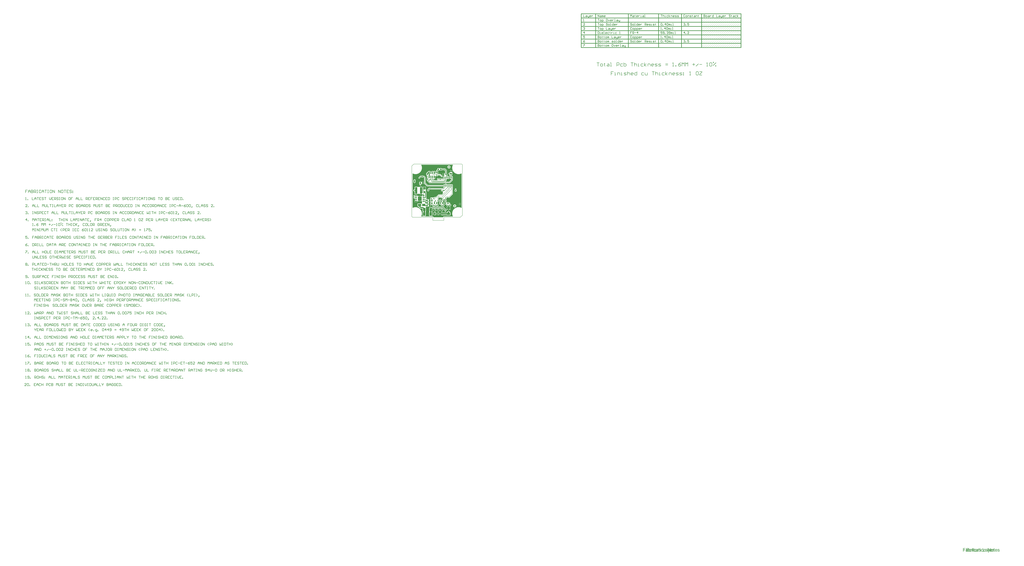
<source format=gbl>
G04 Layer_Physical_Order=2*
G04 Layer_Color=16711680*
%FSLAX25Y25*%
%MOIN*%
G70*
G01*
G75*
%ADD12R,0.03740X0.03937*%
%ADD17R,0.03937X0.03740*%
%ADD19C,0.03937*%
%ADD23R,0.03150X0.02165*%
%ADD24R,0.02165X0.03150*%
%ADD25C,0.03000*%
%ADD26C,0.01500*%
%ADD27C,0.01000*%
%ADD28C,0.00800*%
%ADD29C,0.02000*%
%ADD30C,0.00100*%
%ADD31C,0.00500*%
%ADD32C,0.00400*%
%ADD33R,0.05354X0.05354*%
%ADD34C,0.05354*%
%ADD35C,0.02000*%
%ADD36C,0.02400*%
%ADD37R,0.02992X0.07992*%
%ADD38O,0.02992X0.07992*%
%ADD39R,0.05709X0.02756*%
%ADD40O,0.05709X0.02756*%
%ADD41R,0.10827X0.12205*%
%ADD42O,0.01575X0.05315*%
%ADD43R,0.01575X0.05315*%
%ADD44R,0.06693X0.09449*%
%ADD45R,0.05905X0.18504*%
%ADD46R,0.02362X0.03150*%
%ADD47R,0.09449X0.06102*%
%ADD48C,0.03500*%
%ADD49R,0.03150X0.02362*%
%ADD50R,0.08583X0.06378*%
%ADD51R,0.05118X0.05512*%
%ADD52C,0.04000*%
%ADD53C,0.01200*%
G36*
X116786Y148856D02*
X116181Y147631D01*
X115423Y145396D01*
X114962Y143081D01*
X114808Y140726D01*
X114962Y138370D01*
X115423Y136055D01*
X116181Y133820D01*
X117225Y131704D01*
X118536Y129741D01*
X120093Y127967D01*
X121867Y126410D01*
X123830Y125099D01*
X125947Y124055D01*
X128182Y123296D01*
X130497Y122836D01*
X132852Y122682D01*
X135207Y122836D01*
X137522Y123296D01*
X139757Y124055D01*
X140982Y124659D01*
X141407Y124395D01*
Y27164D01*
X140982Y26900D01*
X139745Y27510D01*
X137514Y28267D01*
X135204Y28727D01*
X132854Y28881D01*
X130503Y28727D01*
X128193Y28267D01*
X125962Y27510D01*
X123849Y26468D01*
X121891Y25159D01*
X120120Y23606D01*
X118567Y21835D01*
X117258Y19877D01*
X116216Y17764D01*
X115459Y15533D01*
X114999Y13223D01*
X114845Y10872D01*
X114999Y8522D01*
X115459Y6211D01*
X116216Y3981D01*
X116839Y2719D01*
X116574Y2294D01*
X91142Y2294D01*
X90264Y2120D01*
X89520Y1622D01*
X89022Y878D01*
X88848Y0D01*
Y-0D01*
X61940Y-0D01*
X61765Y878D01*
X61268Y1622D01*
X60524Y2120D01*
X59646Y2294D01*
X27147D01*
X26883Y2719D01*
X27476Y3922D01*
X28234Y6155D01*
X28694Y8468D01*
X28849Y10821D01*
X28694Y13174D01*
X28234Y15487D01*
X27476Y17720D01*
X26433Y19835D01*
X25123Y21795D01*
X23568Y23568D01*
X21795Y25123D01*
X19835Y26433D01*
X17720Y27476D01*
X15487Y28234D01*
X13174Y28694D01*
X10821Y28849D01*
X8468Y28694D01*
X6155Y28234D01*
X3922Y27476D01*
X2719Y26883D01*
X2294Y27147D01*
Y124405D01*
X2719Y124669D01*
X3921Y124076D01*
X6156Y123317D01*
X8471Y122857D01*
X10827Y122703D01*
X13182Y122857D01*
X15497Y123317D01*
X17732Y124076D01*
X19850Y125120D01*
X21812Y126432D01*
X23587Y127988D01*
X25143Y129763D01*
X26455Y131725D01*
X27499Y133842D01*
X28257Y136077D01*
X28718Y138393D01*
X28872Y140748D01*
X28718Y143103D01*
X28257Y145419D01*
X27499Y147654D01*
X26906Y148856D01*
X27170Y149281D01*
X116522D01*
X116786Y148856D01*
D02*
G37*
G36*
X1582116Y-943907D02*
X1582131Y-943893D01*
X1582146Y-943863D01*
X1582190Y-943819D01*
X1582248Y-943761D01*
X1582321Y-943688D01*
X1582409Y-943614D01*
X1582629Y-943439D01*
X1582892Y-943263D01*
X1583229Y-943117D01*
X1583405Y-943058D01*
X1583595Y-943014D01*
X1583800Y-942985D01*
X1584005Y-942970D01*
X1584122D01*
X1584239Y-942985D01*
X1584400Y-943000D01*
X1584591Y-943029D01*
X1584795Y-943087D01*
X1585001Y-943146D01*
X1585220Y-943234D01*
X1585249Y-943248D01*
X1585300Y-943269D01*
X1585409Y-943219D01*
X1585790Y-943087D01*
X1586214Y-943000D01*
X1586448Y-942985D01*
X1586683Y-942970D01*
X1586814D01*
X1586917Y-942985D01*
X1587049Y-943000D01*
X1587181Y-943014D01*
X1587341Y-943044D01*
X1587517Y-943087D01*
X1587883Y-943205D01*
X1588074Y-943278D01*
X1588278Y-943366D01*
X1588412Y-943447D01*
Y-943131D01*
X1589480D01*
Y-944171D01*
X1589495Y-944156D01*
X1589554Y-944068D01*
X1589627Y-943937D01*
X1589715Y-943790D01*
X1589832Y-943629D01*
X1589963Y-943468D01*
X1590081Y-943322D01*
X1590212Y-943219D01*
X1590227Y-943205D01*
X1590271Y-943175D01*
X1590344Y-943146D01*
X1590447Y-943087D01*
X1590549Y-943044D01*
X1590681Y-943014D01*
X1590827Y-942985D01*
X1590974Y-942970D01*
X1591076D01*
X1591193Y-942985D01*
X1591354Y-943014D01*
X1591529Y-943072D01*
Y-941418D01*
X1592714Y-940701D01*
Y-943131D01*
X1594077D01*
Y-950100D01*
X1593973D01*
X1593886Y-950115D01*
X1593754Y-950129D01*
X1593622Y-950159D01*
X1593476Y-950173D01*
X1593168Y-950188D01*
X1593066D01*
X1592949Y-950173D01*
X1592802Y-950159D01*
X1592641Y-950144D01*
X1592465Y-950100D01*
X1592305Y-950056D01*
X1592158Y-949998D01*
X1592143Y-949983D01*
X1592099Y-949954D01*
X1592041Y-949910D01*
X1591968Y-949851D01*
X1591880Y-949778D01*
X1591807Y-949690D01*
X1591719Y-949588D01*
X1591660Y-949471D01*
Y-949456D01*
X1591646Y-949397D01*
X1591616Y-949309D01*
X1591602Y-949163D01*
X1591572Y-948973D01*
X1591558Y-948870D01*
X1591543Y-948738D01*
Y-948592D01*
X1591529Y-948431D01*
Y-948255D01*
Y-948065D01*
Y-944329D01*
X1591501Y-944317D01*
X1591369Y-944273D01*
X1591222Y-944229D01*
X1591061Y-944200D01*
X1590900Y-944185D01*
X1590842D01*
X1590769Y-944200D01*
X1590666Y-944215D01*
X1590564Y-944244D01*
X1590447Y-944288D01*
X1590329Y-944347D01*
X1590212Y-944420D01*
X1590198Y-944434D01*
X1590168Y-944464D01*
X1590110Y-944522D01*
X1590051Y-944595D01*
X1589978Y-944683D01*
X1589905Y-944800D01*
X1589846Y-944932D01*
X1589788Y-945078D01*
X1589773Y-945108D01*
X1589758Y-945181D01*
X1589746Y-945238D01*
X1589801Y-945415D01*
X1589860Y-945664D01*
X1589904Y-945942D01*
X1589933Y-946220D01*
X1589947Y-946528D01*
Y-946542D01*
Y-946586D01*
Y-946660D01*
Y-946747D01*
X1589933Y-946865D01*
Y-946996D01*
X1589918Y-947143D01*
X1589904Y-947304D01*
X1589845Y-947641D01*
X1589772Y-947992D01*
X1589669Y-948343D01*
X1589597Y-948511D01*
Y-950100D01*
X1588412D01*
Y-949799D01*
X1588352Y-949837D01*
X1588337D01*
X1588322Y-949851D01*
X1588278Y-949880D01*
X1588220Y-949895D01*
X1588059Y-949968D01*
X1587854Y-950041D01*
X1587605Y-950129D01*
X1587327Y-950188D01*
X1587019Y-950246D01*
X1586683Y-950261D01*
X1586536D01*
X1586434Y-950246D01*
X1586317Y-950232D01*
X1586170Y-950217D01*
X1586009Y-950188D01*
X1585834Y-950144D01*
X1585468Y-950027D01*
X1585263Y-949954D01*
X1585207Y-949928D01*
X1585161Y-949954D01*
X1584810Y-950115D01*
X1584605Y-950173D01*
X1584400Y-950217D01*
X1584181Y-950246D01*
X1583946Y-950261D01*
X1583829D01*
X1583741Y-950246D01*
X1583639Y-950232D01*
X1583522Y-950202D01*
X1583244Y-950129D01*
X1583097Y-950085D01*
X1582936Y-950012D01*
X1582775Y-949924D01*
X1582614Y-949822D01*
X1582468Y-949705D01*
X1582307Y-949573D01*
X1582160Y-949412D01*
X1582029Y-949236D01*
Y-950100D01*
X1580931D01*
Y-949682D01*
X1580827Y-949734D01*
X1580636Y-949807D01*
X1580431Y-949880D01*
X1580212Y-949954D01*
X1580183D01*
X1580095Y-949983D01*
X1579963Y-949998D01*
X1579787Y-950027D01*
X1579553Y-950056D01*
X1579478Y-950060D01*
X1579496Y-950100D01*
X1576539D01*
X1576377Y-950144D01*
X1576173Y-950188D01*
X1575953Y-950217D01*
X1575719Y-950246D01*
X1575455Y-950261D01*
X1575353D01*
X1575265Y-950246D01*
X1575177D01*
X1575060Y-950232D01*
X1574811Y-950188D01*
X1574518Y-950129D01*
X1574240Y-950027D01*
X1573947Y-949895D01*
X1573698Y-949705D01*
X1573669Y-949675D01*
X1573596Y-949602D01*
X1573508Y-949485D01*
X1573391Y-949309D01*
X1573274Y-949104D01*
X1573186Y-948870D01*
X1573113Y-948577D01*
X1573083Y-948270D01*
Y-948241D01*
Y-948182D01*
X1573098Y-948080D01*
X1573113Y-947963D01*
X1573142Y-947816D01*
X1573171Y-947655D01*
X1573230Y-947494D01*
X1573303Y-947333D01*
X1573318Y-947318D01*
X1573347Y-947260D01*
X1573391Y-947187D01*
X1573464Y-947084D01*
X1573552Y-946982D01*
X1573669Y-946865D01*
X1573786Y-946762D01*
X1573918Y-946660D01*
X1573933Y-946645D01*
X1573991Y-946616D01*
X1574064Y-946572D01*
X1574167Y-946513D01*
X1574299Y-946440D01*
X1574430Y-946381D01*
X1574591Y-946323D01*
X1574767Y-946264D01*
X1574782D01*
X1574840Y-946250D01*
X1574914Y-946235D01*
X1575000Y-946213D01*
Y-944275D01*
X1574972Y-944303D01*
X1574899Y-944376D01*
X1574811Y-944478D01*
X1574709Y-944625D01*
X1574621Y-944800D01*
X1574518Y-945020D01*
X1574445Y-945269D01*
X1573289Y-945108D01*
Y-945093D01*
X1573303Y-945078D01*
X1573318Y-944991D01*
X1573362Y-944859D01*
X1573406Y-944683D01*
X1573479Y-944493D01*
X1573567Y-944303D01*
X1573669Y-944098D01*
X1573801Y-943922D01*
X1573816Y-943907D01*
X1573874Y-943849D01*
X1573947Y-943761D01*
X1574064Y-943658D01*
X1574211Y-943556D01*
X1574401Y-943439D01*
X1574606Y-943322D01*
X1574840Y-943219D01*
X1574855D01*
X1574870Y-943205D01*
X1574914Y-943190D01*
X1574957Y-943175D01*
X1575000Y-943167D01*
Y-940481D01*
X1578777D01*
X1578880Y-940496D01*
X1578982D01*
X1579231Y-940511D01*
X1579509Y-940555D01*
X1579802Y-940599D01*
X1580095Y-940672D01*
X1580358Y-940774D01*
X1580373D01*
X1580387Y-940789D01*
X1580475Y-940833D01*
X1580593Y-940906D01*
X1580739Y-940994D01*
X1580915Y-941126D01*
X1580931Y-941140D01*
Y-940481D01*
X1582116D01*
Y-943907D01*
D02*
G37*
G36*
X1614983Y-941828D02*
X1613797D01*
Y-940481D01*
X1614983D01*
Y-941828D01*
D02*
G37*
G36*
X1594077D02*
X1592891D01*
Y-940481D01*
X1594077D01*
Y-941828D01*
D02*
G37*
G36*
X1611440Y-943131D02*
X1612626D01*
Y-943184D01*
X1612669Y-943161D01*
X1612874Y-943087D01*
X1613093Y-943029D01*
X1613313Y-942985D01*
X1613562Y-942970D01*
X1613664D01*
X1613737Y-942985D01*
X1613825D01*
X1613928Y-943000D01*
X1614147Y-943044D01*
X1614411Y-943117D01*
X1614449Y-943131D01*
X1614983D01*
Y-943414D01*
X1615158Y-943556D01*
X1615187Y-943585D01*
X1615245Y-943658D01*
X1615333Y-943805D01*
X1615450Y-943995D01*
X1615553Y-944244D01*
X1615641Y-944537D01*
X1615699Y-944903D01*
X1615729Y-945108D01*
Y-945327D01*
Y-950100D01*
X1613797D01*
Y-944079D01*
X1613708Y-944054D01*
X1613576Y-944024D01*
X1613445Y-944010D01*
X1613298Y-943995D01*
X1613181D01*
X1613035Y-944024D01*
X1612874Y-944054D01*
X1612683Y-944112D01*
X1612478Y-944200D01*
X1612259Y-944332D01*
X1612069Y-944493D01*
X1612054Y-944522D01*
X1611995Y-944581D01*
X1611922Y-944698D01*
X1611834Y-944874D01*
X1611732Y-945093D01*
X1611659Y-945357D01*
X1611600Y-945679D01*
X1611585Y-946059D01*
Y-948923D01*
X1611601Y-948943D01*
X1611689Y-949017D01*
X1611719Y-949031D01*
X1611792Y-949046D01*
X1611923Y-949075D01*
X1612099Y-949090D01*
X1612246D01*
X1612319Y-949075D01*
X1612407D01*
X1612626Y-949046D01*
X1612787Y-950085D01*
X1612758D01*
X1612699Y-950100D01*
X1612612Y-950115D01*
X1612480Y-950129D01*
X1612348Y-950159D01*
X1612202Y-950173D01*
X1611894Y-950188D01*
X1611792D01*
X1611675Y-950173D01*
X1611528Y-950159D01*
X1611367Y-950144D01*
X1611191Y-950100D01*
X1610399D01*
Y-949497D01*
X1610386Y-949471D01*
Y-949456D01*
X1610372Y-949397D01*
X1610342Y-949309D01*
X1610328Y-949163D01*
X1610298Y-948973D01*
X1610284Y-948870D01*
X1610269Y-948738D01*
Y-948592D01*
X1610254Y-948431D01*
Y-948255D01*
Y-948065D01*
Y-944669D01*
X1610209Y-944551D01*
X1610107Y-944390D01*
X1610092Y-944376D01*
X1610048Y-944332D01*
X1609990Y-944259D01*
X1609887Y-944185D01*
X1609755Y-944127D01*
X1609594Y-944054D01*
X1609376D01*
Y-944008D01*
X1609170Y-943995D01*
X1609082D01*
X1608994Y-944010D01*
X1608862Y-944024D01*
X1608731Y-944054D01*
X1608570Y-944112D01*
X1608409Y-944171D01*
X1608247Y-944259D01*
X1608233Y-944273D01*
X1608174Y-944303D01*
X1608120Y-944357D01*
X1608161Y-944522D01*
Y-944537D01*
X1608176Y-944581D01*
X1608190Y-944654D01*
X1608205Y-944771D01*
Y-944917D01*
X1608220Y-945108D01*
X1608234Y-945327D01*
Y-945605D01*
Y-947187D01*
Y-947201D01*
Y-947260D01*
Y-947348D01*
Y-947450D01*
Y-947582D01*
Y-947728D01*
X1608249Y-948065D01*
Y-948431D01*
X1608263Y-948768D01*
X1608278Y-948929D01*
Y-949061D01*
X1608293Y-949178D01*
X1608307Y-949280D01*
Y-949295D01*
X1608322Y-949353D01*
X1608337Y-949441D01*
X1608366Y-949544D01*
X1608410Y-949661D01*
X1608468Y-949807D01*
X1608600Y-950100D01*
X1606256D01*
Y-949839D01*
X1606097Y-949924D01*
X1605862Y-950027D01*
X1605833Y-950041D01*
X1605760Y-950056D01*
X1605643Y-950100D01*
X1605482Y-950144D01*
X1605277Y-950188D01*
X1605057Y-950217D01*
X1604823Y-950246D01*
X1604560Y-950261D01*
X1604457D01*
X1604369Y-950246D01*
X1604281D01*
X1604164Y-950232D01*
X1603915Y-950188D01*
X1603623Y-950129D01*
X1603344Y-950027D01*
X1603102Y-949918D01*
X1602992Y-949968D01*
X1602787Y-950041D01*
X1602538Y-950129D01*
X1602260Y-950188D01*
X1601952Y-950246D01*
X1601616Y-950261D01*
X1601469D01*
X1601367Y-950246D01*
X1601250Y-950232D01*
X1601103Y-950217D01*
X1600942Y-950188D01*
X1600766Y-950144D01*
X1600400Y-950027D01*
X1600195Y-949954D01*
X1600096Y-949908D01*
X1600065Y-949924D01*
X1599787Y-950041D01*
X1599450Y-950159D01*
X1599084Y-950232D01*
X1598879Y-950246D01*
X1598674Y-950261D01*
X1598542D01*
X1598440Y-950246D01*
X1598323Y-950232D01*
X1598176Y-950217D01*
X1598030Y-950188D01*
X1597854Y-950144D01*
X1597701Y-950101D01*
X1597619Y-950115D01*
X1597487Y-950129D01*
X1597355Y-950159D01*
X1597209Y-950173D01*
X1596901Y-950188D01*
X1596799D01*
X1596682Y-950173D01*
X1596535Y-950159D01*
X1596374Y-950144D01*
X1596199Y-950100D01*
X1596038Y-950056D01*
X1595891Y-949998D01*
X1595877Y-949983D01*
X1595833Y-949954D01*
X1595774Y-949910D01*
X1595701Y-949851D01*
X1595613Y-949778D01*
X1595540Y-949690D01*
X1595452Y-949588D01*
X1595393Y-949471D01*
Y-949456D01*
X1595379Y-949397D01*
X1595350Y-949309D01*
X1595335Y-949163D01*
X1595306Y-948973D01*
X1595291Y-948870D01*
X1595276Y-948738D01*
Y-948592D01*
X1595262Y-948431D01*
Y-948255D01*
Y-948065D01*
Y-944054D01*
X1594383D01*
Y-943131D01*
X1595262D01*
Y-941418D01*
X1596448Y-940701D01*
Y-943131D01*
X1597633D01*
Y-943139D01*
X1597752Y-943102D01*
X1598045Y-943029D01*
X1598352Y-942985D01*
X1598674Y-942970D01*
X1598791D01*
X1598865Y-942985D01*
X1598967D01*
X1599069Y-943000D01*
X1599333Y-943044D01*
X1599626Y-943117D01*
X1599948Y-943219D01*
X1600138Y-943310D01*
X1600181Y-943292D01*
X1600342Y-943219D01*
X1600723Y-943087D01*
X1601147Y-943000D01*
X1601381Y-942985D01*
X1601616Y-942970D01*
X1601747D01*
X1601850Y-942985D01*
X1601982Y-943000D01*
X1602113Y-943014D01*
X1602274Y-943044D01*
X1602450Y-943087D01*
X1602816Y-943205D01*
X1603006Y-943278D01*
X1603211Y-943366D01*
X1603402Y-943483D01*
X1603417Y-943493D01*
X1603505Y-943439D01*
X1603710Y-943322D01*
X1603945Y-943219D01*
X1603959D01*
X1603974Y-943205D01*
X1604018Y-943190D01*
X1604062Y-943175D01*
X1604208Y-943146D01*
X1604399Y-943087D01*
X1604633Y-943044D01*
X1604896Y-943014D01*
X1605204Y-942985D01*
X1605526Y-942970D01*
X1605672D01*
X1605833Y-942985D01*
X1606038Y-943000D01*
X1606272Y-943029D01*
X1606521Y-943058D01*
X1606755Y-943117D01*
X1606799Y-943131D01*
X1607310D01*
Y-943352D01*
X1607414Y-943410D01*
X1607561Y-943497D01*
X1607678Y-943600D01*
X1607717Y-943639D01*
X1607808Y-943556D01*
X1607984Y-943410D01*
X1608174Y-943292D01*
X1608204Y-943278D01*
X1608277Y-943248D01*
X1608394Y-943190D01*
X1608540Y-943131D01*
X1608731Y-943073D01*
X1608936Y-943014D01*
X1609184Y-942985D01*
X1609433Y-942970D01*
X1609565D01*
X1609711Y-942985D01*
X1609887Y-943014D01*
X1610077Y-943044D01*
X1610254Y-943091D01*
Y-941418D01*
X1611440Y-940701D01*
Y-943131D01*
D02*
G37*
G36*
X1622551Y-944939D02*
X1622567Y-944976D01*
X1622640Y-945181D01*
X1622713Y-945415D01*
X1622772Y-945664D01*
X1622816Y-945942D01*
X1622845Y-946220D01*
X1622860Y-946528D01*
Y-946542D01*
Y-946586D01*
Y-946660D01*
Y-946747D01*
X1622845Y-946865D01*
Y-946996D01*
X1622830Y-947143D01*
X1622816Y-947304D01*
X1622757Y-947641D01*
X1622684Y-947992D01*
X1622581Y-948343D01*
X1622551Y-948415D01*
Y-948973D01*
X1624236D01*
Y-943131D01*
X1625304D01*
Y-944127D01*
X1625319Y-944112D01*
X1625334Y-944083D01*
X1625378Y-944024D01*
X1625451Y-943951D01*
X1625524Y-943863D01*
X1625627Y-943761D01*
X1625729Y-943658D01*
X1625861Y-943541D01*
X1626022Y-943439D01*
X1626183Y-943336D01*
X1626358Y-943234D01*
X1626563Y-943146D01*
X1626768Y-943073D01*
X1627003Y-943014D01*
X1627251Y-942985D01*
X1627515Y-942970D01*
X1627617D01*
X1627749Y-942985D01*
X1627896Y-943000D01*
X1628071Y-943029D01*
X1628276Y-943073D01*
X1628467Y-943131D01*
X1628672Y-943205D01*
X1628701Y-943219D01*
X1628759Y-943248D01*
X1628847Y-943292D01*
X1628964Y-943366D01*
X1629096Y-943453D01*
X1629228Y-943556D01*
X1629292Y-943613D01*
X1629373Y-943556D01*
X1629563Y-943439D01*
X1629768Y-943322D01*
X1630003Y-943219D01*
X1630017D01*
X1630032Y-943205D01*
X1630076Y-943190D01*
X1630120Y-943175D01*
X1630266Y-943146D01*
X1630456Y-943087D01*
X1630691Y-943044D01*
X1630954Y-943014D01*
X1631261Y-942985D01*
X1631584Y-942970D01*
X1631730D01*
X1631891Y-942985D01*
X1632096Y-943000D01*
X1632330Y-943029D01*
X1632579Y-943058D01*
X1632813Y-943117D01*
X1633033Y-943190D01*
X1633062Y-943205D01*
X1633121Y-943219D01*
X1633223Y-943278D01*
X1633340Y-943336D01*
X1633472Y-943410D01*
X1633619Y-943497D01*
X1633736Y-943600D01*
X1633853Y-943717D01*
X1633867Y-943732D01*
X1633897Y-943775D01*
X1633941Y-943834D01*
X1633999Y-943937D01*
X1634058Y-944054D01*
X1634116Y-944185D01*
X1634175Y-944347D01*
X1634219Y-944522D01*
Y-944537D01*
X1634233Y-944581D01*
X1634248Y-944654D01*
X1634263Y-944771D01*
Y-944917D01*
X1634277Y-945108D01*
X1634292Y-945327D01*
Y-945605D01*
Y-947187D01*
Y-947201D01*
Y-947260D01*
Y-947348D01*
Y-947450D01*
Y-947582D01*
Y-947728D01*
X1634307Y-948065D01*
Y-948431D01*
X1634321Y-948768D01*
X1634336Y-948929D01*
Y-949061D01*
X1634351Y-949178D01*
X1634365Y-949280D01*
Y-949295D01*
X1634380Y-949353D01*
X1634394Y-949441D01*
X1634424Y-949544D01*
X1634468Y-949661D01*
X1634526Y-949807D01*
X1634658Y-950100D01*
X1633428D01*
X1633414Y-950085D01*
X1633399Y-950041D01*
X1633370Y-949954D01*
X1633326Y-949851D01*
X1633282Y-949719D01*
X1633253Y-949573D01*
X1633223Y-949412D01*
X1633194Y-949222D01*
X1633165Y-949251D01*
X1633077Y-949309D01*
X1632960Y-949412D01*
X1632784Y-949529D01*
X1632594Y-949675D01*
X1632374Y-949807D01*
X1632155Y-949924D01*
X1631920Y-950027D01*
X1631891Y-950041D01*
X1631818Y-950056D01*
X1631701Y-950100D01*
X1631540Y-950144D01*
X1631335Y-950188D01*
X1631115Y-950217D01*
X1630881Y-950246D01*
X1630617Y-950261D01*
X1630515D01*
X1630427Y-950246D01*
X1630339D01*
X1630222Y-950232D01*
X1629973Y-950188D01*
X1629680Y-950129D01*
X1629601Y-950100D01*
X1628716D01*
Y-949545D01*
X1628670Y-949485D01*
X1628553Y-949309D01*
X1628436Y-949104D01*
X1628348Y-948870D01*
X1628275Y-948577D01*
X1628246Y-948270D01*
Y-948241D01*
Y-948182D01*
X1628260Y-948080D01*
X1628275Y-947963D01*
X1628304Y-947816D01*
X1628333Y-947655D01*
X1628392Y-947494D01*
X1628465Y-947333D01*
X1628480Y-947318D01*
X1628509Y-947260D01*
X1628553Y-947187D01*
X1628626Y-947084D01*
X1628714Y-946982D01*
X1628716Y-946980D01*
Y-945869D01*
Y-945854D01*
Y-945840D01*
Y-945752D01*
Y-945620D01*
X1628701Y-945459D01*
X1628686Y-945298D01*
X1628662Y-945137D01*
X1628451Y-945108D01*
Y-945093D01*
X1628465Y-945078D01*
X1628480Y-944991D01*
X1628524Y-944859D01*
X1628550Y-944756D01*
X1628540Y-944742D01*
X1628511Y-944669D01*
X1628467Y-944595D01*
X1628393Y-944493D01*
X1628306Y-944405D01*
X1628203Y-944303D01*
X1628086Y-944215D01*
X1628071Y-944200D01*
X1628027Y-944185D01*
X1627954Y-944141D01*
X1627852Y-944098D01*
X1627735Y-944068D01*
X1627588Y-944024D01*
X1627442Y-944010D01*
X1627266Y-943995D01*
X1627134D01*
X1627003Y-944024D01*
X1626812Y-944054D01*
X1626607Y-944112D01*
X1626402Y-944200D01*
X1626168Y-944317D01*
X1625963Y-944478D01*
X1625934Y-944508D01*
X1625875Y-944581D01*
X1625788Y-944698D01*
X1625744Y-944786D01*
X1625700Y-944888D01*
X1625641Y-945005D01*
X1625597Y-945137D01*
X1625553Y-945283D01*
X1625509Y-945444D01*
X1625465Y-945635D01*
X1625451Y-945840D01*
X1625422Y-946059D01*
Y-946294D01*
Y-948973D01*
X1627279D01*
Y-950100D01*
X1621277D01*
Y-949828D01*
X1621264Y-949837D01*
X1621249D01*
X1621235Y-949851D01*
X1621191Y-949880D01*
X1621132Y-949895D01*
X1620971Y-949968D01*
X1620766Y-950041D01*
X1620517Y-950129D01*
X1620239Y-950188D01*
X1619931Y-950246D01*
X1619595Y-950261D01*
X1619448D01*
X1619346Y-950246D01*
X1619229Y-950232D01*
X1619082Y-950217D01*
X1618921Y-950188D01*
X1618746Y-950144D01*
X1618380Y-950027D01*
X1618175Y-949954D01*
X1617984Y-949866D01*
X1617779Y-949763D01*
X1617589Y-949632D01*
X1617399Y-949485D01*
X1617223Y-949324D01*
X1617208Y-949309D01*
X1617179Y-949280D01*
X1617135Y-949222D01*
X1617091Y-949148D01*
X1617018Y-949046D01*
X1616945Y-948929D01*
X1616857Y-948797D01*
X1616784Y-948636D01*
X1616696Y-948446D01*
X1616608Y-948255D01*
X1616535Y-948021D01*
X1616476Y-947787D01*
X1616418Y-947523D01*
X1616374Y-947245D01*
X1616345Y-946938D01*
X1616330Y-946616D01*
Y-946586D01*
Y-946528D01*
X1616345Y-946425D01*
Y-946294D01*
X1616359Y-946133D01*
X1616389Y-945957D01*
X1616418Y-945752D01*
X1616462Y-945532D01*
X1616520Y-945298D01*
X1616594Y-945064D01*
X1616681Y-944830D01*
X1616784Y-944595D01*
X1616901Y-944361D01*
X1617047Y-944141D01*
X1617208Y-943937D01*
X1617399Y-943746D01*
X1617413Y-943732D01*
X1617443Y-943717D01*
X1617487Y-943673D01*
X1617560Y-943629D01*
X1617648Y-943571D01*
X1617750Y-943497D01*
X1617867Y-943424D01*
X1618014Y-943351D01*
X1618160Y-943292D01*
X1618321Y-943219D01*
X1618702Y-943087D01*
X1619126Y-943000D01*
X1619361Y-942985D01*
X1619595Y-942970D01*
X1619727D01*
X1619829Y-942985D01*
X1619961Y-943000D01*
X1620093Y-943014D01*
X1620254Y-943044D01*
X1620429Y-943087D01*
X1620795Y-943205D01*
X1620986Y-943278D01*
X1621191Y-943366D01*
X1621277Y-943419D01*
Y-940481D01*
X1622551D01*
Y-944939D01*
D02*
G37*
G36*
X1666370Y-942985D02*
X1666560Y-943000D01*
X1666794Y-943029D01*
X1667028Y-943073D01*
X1667277Y-943131D01*
X1667512Y-943219D01*
X1667526D01*
X1667541Y-943234D01*
X1667614Y-943263D01*
X1667731Y-943322D01*
X1667863Y-943380D01*
X1668009Y-943483D01*
X1668170Y-943585D01*
X1668317Y-943717D01*
X1668434Y-943863D01*
X1668448Y-943878D01*
X1668478Y-943937D01*
X1668536Y-944024D01*
X1668609Y-944141D01*
X1668668Y-944288D01*
X1668741Y-944478D01*
X1668800Y-944683D01*
X1668858Y-944917D01*
X1667702Y-945078D01*
Y-945049D01*
X1667687Y-944991D01*
X1667658Y-944888D01*
X1667614Y-944771D01*
X1667555Y-944639D01*
X1667468Y-944508D01*
X1667365Y-944361D01*
X1667233Y-944244D01*
X1667219Y-944229D01*
X1667160Y-944200D01*
X1667072Y-944141D01*
X1666955Y-944083D01*
X1666809Y-944039D01*
X1666619Y-943981D01*
X1666413Y-943951D01*
X1666165Y-943937D01*
X1666033D01*
X1665886Y-943951D01*
X1665711Y-943966D01*
X1665520Y-944010D01*
X1665330Y-944054D01*
X1665140Y-944127D01*
X1664993Y-944215D01*
X1664979Y-944229D01*
X1664935Y-944259D01*
X1664891Y-944317D01*
X1664832Y-944390D01*
X1664759Y-944478D01*
X1664715Y-944595D01*
X1664671Y-944713D01*
X1664657Y-944844D01*
Y-944859D01*
Y-944888D01*
X1664671Y-944932D01*
Y-944991D01*
X1664715Y-945122D01*
X1664788Y-945269D01*
X1664803Y-945283D01*
X1664818Y-945298D01*
X1664906Y-945371D01*
X1664964Y-945430D01*
X1665037Y-945474D01*
X1665140Y-945532D01*
X1665242Y-945576D01*
X1665257D01*
X1665286Y-945591D01*
X1665345Y-945605D01*
X1665447Y-945635D01*
X1665579Y-945679D01*
X1665769Y-945737D01*
X1666004Y-945796D01*
X1666135Y-945840D01*
X1666296Y-945884D01*
X1666311D01*
X1666355Y-945898D01*
X1666413Y-945913D01*
X1666501Y-945942D01*
X1666604Y-945971D01*
X1666721Y-946001D01*
X1666985Y-946074D01*
X1667277Y-946162D01*
X1667570Y-946264D01*
X1667834Y-946352D01*
X1667951Y-946396D01*
X1668053Y-946440D01*
X1668082Y-946455D01*
X1668141Y-946484D01*
X1668229Y-946528D01*
X1668331Y-946586D01*
X1668463Y-946674D01*
X1668595Y-946791D01*
X1668712Y-946908D01*
X1668829Y-947055D01*
X1668844Y-947069D01*
X1668873Y-947128D01*
X1668917Y-947216D01*
X1668975Y-947333D01*
X1669034Y-947479D01*
X1669078Y-947655D01*
X1669107Y-947845D01*
X1669122Y-948065D01*
Y-948094D01*
Y-948168D01*
X1669107Y-948285D01*
X1669078Y-948416D01*
X1669034Y-948592D01*
X1668975Y-948782D01*
X1668888Y-948973D01*
X1668771Y-949178D01*
X1668756Y-949207D01*
X1668712Y-949265D01*
X1668624Y-949353D01*
X1668507Y-949471D01*
X1668375Y-949602D01*
X1668200Y-949734D01*
X1667995Y-949866D01*
X1667760Y-949983D01*
X1667731Y-949998D01*
X1667643Y-950027D01*
X1667512Y-950071D01*
X1667336Y-950115D01*
X1667116Y-950173D01*
X1666867Y-950217D01*
X1666589Y-950246D01*
X1666296Y-950261D01*
X1666165D01*
X1666077Y-950246D01*
X1665960D01*
X1665828Y-950232D01*
X1665520Y-950188D01*
X1665184Y-950129D01*
X1664847Y-950027D01*
X1664510Y-949895D01*
X1664364Y-949807D01*
X1664218Y-949705D01*
X1664203D01*
X1664188Y-949675D01*
X1664100Y-949602D01*
X1663983Y-949471D01*
X1663837Y-949280D01*
X1663691Y-949046D01*
X1663544Y-948753D01*
X1663412Y-948416D01*
X1663325Y-948021D01*
X1664496Y-947831D01*
Y-947845D01*
Y-947860D01*
X1664510Y-947948D01*
X1664554Y-948080D01*
X1664598Y-948241D01*
X1664671Y-948416D01*
X1664759Y-948592D01*
X1664891Y-948768D01*
X1665037Y-948929D01*
X1665052Y-948943D01*
X1665125Y-948987D01*
X1665228Y-949046D01*
X1665359Y-949104D01*
X1665550Y-949178D01*
X1665755Y-949236D01*
X1666018Y-949280D01*
X1666296Y-949295D01*
X1666428D01*
X1666575Y-949280D01*
X1666750Y-949251D01*
X1666955Y-949222D01*
X1667160Y-949163D01*
X1667351Y-949075D01*
X1667512Y-948973D01*
X1667526Y-948958D01*
X1667570Y-948914D01*
X1667643Y-948841D01*
X1667716Y-948753D01*
X1667775Y-948636D01*
X1667848Y-948490D01*
X1667892Y-948343D01*
X1667907Y-948182D01*
Y-948168D01*
Y-948109D01*
X1667892Y-948050D01*
X1667863Y-947948D01*
X1667819Y-947860D01*
X1667760Y-947743D01*
X1667673Y-947641D01*
X1667555Y-947553D01*
X1667541Y-947538D01*
X1667497Y-947523D01*
X1667424Y-947494D01*
X1667307Y-947435D01*
X1667146Y-947392D01*
X1666941Y-947318D01*
X1666809Y-947274D01*
X1666677Y-947245D01*
X1666516Y-947201D01*
X1666340Y-947157D01*
X1666326D01*
X1666282Y-947143D01*
X1666223Y-947128D01*
X1666135Y-947099D01*
X1666018Y-947069D01*
X1665901Y-947040D01*
X1665623Y-946952D01*
X1665330Y-946865D01*
X1665023Y-946777D01*
X1664745Y-946674D01*
X1664627Y-946630D01*
X1664525Y-946586D01*
X1664510Y-946572D01*
X1664437Y-946542D01*
X1664349Y-946484D01*
X1664247Y-946411D01*
X1664115Y-946323D01*
X1663998Y-946206D01*
X1663866Y-946074D01*
X1663764Y-945928D01*
X1663749Y-945913D01*
X1663720Y-945854D01*
X1663691Y-945767D01*
X1663647Y-945649D01*
X1663588Y-945518D01*
X1663559Y-945357D01*
X1663529Y-945181D01*
X1663515Y-944991D01*
Y-944976D01*
Y-944917D01*
X1663529Y-944815D01*
X1663544Y-944713D01*
X1663559Y-944581D01*
X1663603Y-944434D01*
X1663647Y-944273D01*
X1663720Y-944127D01*
X1663734Y-944112D01*
X1663764Y-944054D01*
X1663808Y-943981D01*
X1663881Y-943893D01*
X1663954Y-943790D01*
X1664057Y-943688D01*
X1664174Y-943571D01*
X1664305Y-943468D01*
X1664320Y-943453D01*
X1664364Y-943439D01*
X1664422Y-943395D01*
X1664510Y-943351D01*
X1664613Y-943292D01*
X1664745Y-943234D01*
X1664891Y-943175D01*
X1665052Y-943117D01*
X1665081D01*
X1665140Y-943087D01*
X1665228Y-943073D01*
X1665359Y-943044D01*
X1665520Y-943014D01*
X1665681Y-943000D01*
X1665872Y-942970D01*
X1666209D01*
X1666370Y-942985D01*
D02*
G37*
G36*
X1643151Y-944185D02*
X1643179Y-944141D01*
X1643340Y-943951D01*
X1643354Y-943937D01*
X1643383Y-943907D01*
X1643427Y-943863D01*
X1643501Y-943790D01*
X1643588Y-943717D01*
X1643706Y-943644D01*
X1643823Y-943556D01*
X1643969Y-943453D01*
X1644130Y-943366D01*
X1644306Y-943278D01*
X1644496Y-943205D01*
X1644716Y-943117D01*
X1644935Y-943058D01*
X1645169Y-943014D01*
X1645418Y-942985D01*
X1645682Y-942970D01*
X1645814D01*
X1645916Y-942985D01*
X1646033Y-943000D01*
X1646180Y-943014D01*
X1646326Y-943044D01*
X1646502Y-943087D01*
X1646786Y-943182D01*
X1647059Y-943087D01*
X1647484Y-943000D01*
X1647718Y-942985D01*
X1647952Y-942970D01*
X1648084D01*
X1648187Y-942985D01*
X1648318Y-943000D01*
X1648450Y-943014D01*
X1648611Y-943044D01*
X1648787Y-943087D01*
X1649153Y-943205D01*
X1649343Y-943278D01*
X1649548Y-943366D01*
X1649739Y-943483D01*
X1649929Y-943614D01*
X1650119Y-943761D01*
X1650294Y-943921D01*
Y-943131D01*
X1651362D01*
Y-944171D01*
X1651377Y-944156D01*
X1651435Y-944068D01*
X1651509Y-943937D01*
X1651596Y-943790D01*
X1651714Y-943629D01*
X1651845Y-943468D01*
X1651920Y-943375D01*
Y-943131D01*
X1652252D01*
X1652328Y-943087D01*
X1652431Y-943044D01*
X1652563Y-943014D01*
X1652709Y-942985D01*
X1652798Y-942976D01*
Y-941418D01*
X1653984Y-940701D01*
Y-943131D01*
X1655170D01*
Y-944054D01*
X1653984D01*
Y-948138D01*
Y-948153D01*
Y-948211D01*
Y-948299D01*
X1653999Y-948402D01*
X1654013Y-948621D01*
X1654028Y-948709D01*
X1654043Y-948782D01*
X1654057Y-948812D01*
X1654087Y-948870D01*
X1654145Y-948943D01*
X1654233Y-949017D01*
X1654262Y-949031D01*
X1654336Y-949046D01*
X1654467Y-949075D01*
X1654643Y-949090D01*
X1654789D01*
X1654863Y-949075D01*
X1654950D01*
X1655170Y-949046D01*
X1655331Y-950085D01*
X1655302D01*
X1655243Y-950100D01*
X1655155Y-950115D01*
X1655024Y-950129D01*
X1654892Y-950159D01*
X1654745Y-950173D01*
X1654438Y-950188D01*
X1654336D01*
X1654218Y-950173D01*
X1654072Y-950159D01*
X1653911Y-950144D01*
X1653735Y-950100D01*
X1653574Y-950056D01*
X1653428Y-949998D01*
X1653413Y-949983D01*
X1653369Y-949954D01*
X1653311Y-949910D01*
X1653238Y-949851D01*
X1653150Y-949778D01*
X1653077Y-949690D01*
X1652989Y-949588D01*
X1652930Y-949471D01*
Y-949456D01*
X1652915Y-949397D01*
X1652886Y-949309D01*
X1652872Y-949163D01*
X1652842Y-948973D01*
X1652828Y-948870D01*
X1652813Y-948738D01*
Y-948592D01*
X1652798Y-948431D01*
Y-948255D01*
Y-948065D01*
Y-944187D01*
X1652782Y-944185D01*
X1652724D01*
X1652651Y-944200D01*
X1652548Y-944215D01*
X1652446Y-944244D01*
X1652328Y-944288D01*
X1652211Y-944347D01*
X1652094Y-944420D01*
X1652080Y-944434D01*
X1652050Y-944464D01*
X1651992Y-944522D01*
X1651933Y-944595D01*
X1651860Y-944683D01*
X1651787Y-944800D01*
X1651728Y-944932D01*
X1651670Y-945078D01*
X1651655Y-945108D01*
X1651640Y-945181D01*
X1651611Y-945313D01*
X1651582Y-945488D01*
X1651538Y-945693D01*
X1651509Y-945928D01*
X1651494Y-946177D01*
X1651479Y-946455D01*
Y-950100D01*
X1650294D01*
Y-949322D01*
X1650134Y-949471D01*
X1649900Y-949661D01*
X1649621Y-949837D01*
X1649607D01*
X1649592Y-949851D01*
X1649548Y-949880D01*
X1649490Y-949895D01*
X1649329Y-949968D01*
X1649124Y-950041D01*
X1648875Y-950129D01*
X1648597Y-950188D01*
X1648289Y-950246D01*
X1647952Y-950261D01*
X1647806D01*
X1647704Y-950246D01*
X1647586Y-950232D01*
X1647440Y-950217D01*
X1647279Y-950188D01*
X1647103Y-950144D01*
X1646899Y-950079D01*
X1646575Y-950173D01*
X1646194Y-950232D01*
X1645755Y-950261D01*
X1645609D01*
X1645506Y-950246D01*
X1645374Y-950232D01*
X1645228Y-950217D01*
X1645067Y-950188D01*
X1644877Y-950144D01*
X1644496Y-950027D01*
X1644291Y-949954D01*
X1644101Y-949866D01*
X1643896Y-949763D01*
X1643706Y-949632D01*
X1643515Y-949485D01*
X1643340Y-949324D01*
X1643325Y-949309D01*
X1643296Y-949280D01*
X1643252Y-949222D01*
X1643208Y-949148D01*
X1643151Y-949080D01*
Y-950100D01*
X1641848D01*
X1640163Y-947580D01*
X1639182Y-950217D01*
Y-950232D01*
X1639167Y-950261D01*
X1639138Y-950320D01*
X1639109Y-950407D01*
X1639079Y-950495D01*
X1639035Y-950598D01*
X1638947Y-950847D01*
X1638830Y-951110D01*
X1638728Y-951359D01*
X1638625Y-951608D01*
X1638567Y-951710D01*
X1638523Y-951798D01*
X1638508Y-951828D01*
X1638464Y-951886D01*
X1638406Y-951989D01*
X1638318Y-952120D01*
X1638201Y-952252D01*
X1638084Y-952398D01*
X1637937Y-952530D01*
X1637791Y-952647D01*
X1637776Y-952662D01*
X1637718Y-952691D01*
X1637630Y-952735D01*
X1637513Y-952779D01*
X1637381Y-952838D01*
X1637205Y-952882D01*
X1637030Y-952911D01*
X1636825Y-952925D01*
X1636766D01*
X1636693Y-952911D01*
X1636605D01*
X1636488Y-952896D01*
X1636356Y-952867D01*
X1636063Y-952779D01*
X1635932Y-951681D01*
X1635946D01*
X1635990Y-951696D01*
X1636063Y-951710D01*
X1636166Y-951740D01*
X1636371Y-951784D01*
X1636605Y-951798D01*
X1636678D01*
X1636737Y-951784D01*
X1636839D01*
X1637044Y-951740D01*
X1637147Y-951710D01*
X1637235Y-951667D01*
X1637249D01*
X1637279Y-951637D01*
X1637322Y-951608D01*
X1637366Y-951564D01*
X1637498Y-951447D01*
X1637630Y-951286D01*
Y-951271D01*
X1637645Y-951242D01*
X1637674Y-951198D01*
X1637718Y-951110D01*
X1637762Y-950993D01*
X1637820Y-950847D01*
X1637893Y-950642D01*
X1637981Y-950407D01*
X1637996Y-950393D01*
X1638011Y-950334D01*
X1638054Y-950246D01*
X1638098Y-950115D01*
X1636797Y-946684D01*
Y-950100D01*
X1635582D01*
Y-943482D01*
X1635449Y-943131D01*
X1635582D01*
Y-940481D01*
X1636870D01*
X1639939Y-945058D01*
X1640646Y-943131D01*
X1641817D01*
X1640686Y-946172D01*
X1641935Y-948036D01*
Y-940481D01*
X1643151D01*
Y-944185D01*
D02*
G37*
G36*
X1571986Y-941609D02*
X1566774D01*
Y-944610D01*
X1571283D01*
Y-945737D01*
X1566774D01*
Y-950100D01*
X1565500D01*
Y-940481D01*
X1571986D01*
Y-941609D01*
D02*
G37*
G36*
X1659416Y-942985D02*
X1659533Y-943000D01*
X1659679Y-943014D01*
X1659826Y-943044D01*
X1660001Y-943087D01*
X1660353Y-943205D01*
X1660543Y-943278D01*
X1660733Y-943380D01*
X1660924Y-943483D01*
X1661114Y-943614D01*
X1661289Y-943761D01*
X1661465Y-943937D01*
X1661480Y-943951D01*
X1661509Y-943981D01*
X1661553Y-944039D01*
X1661612Y-944112D01*
X1661670Y-944215D01*
X1661743Y-944332D01*
X1661831Y-944464D01*
X1661919Y-944625D01*
X1661992Y-944815D01*
X1662080Y-945005D01*
X1662153Y-945225D01*
X1662226Y-945474D01*
X1662270Y-945723D01*
X1662314Y-946001D01*
X1662344Y-946294D01*
X1662358Y-946616D01*
Y-946630D01*
Y-946689D01*
Y-946791D01*
X1662344Y-946923D01*
X1657161D01*
Y-946938D01*
Y-946967D01*
X1657176Y-947040D01*
Y-947113D01*
X1657190Y-947216D01*
X1657205Y-947318D01*
X1657264Y-947582D01*
X1657351Y-947860D01*
X1657454Y-948153D01*
X1657615Y-948446D01*
X1657805Y-948695D01*
X1657834Y-948724D01*
X1657908Y-948782D01*
X1658039Y-948885D01*
X1658200Y-948987D01*
X1658420Y-949104D01*
X1658669Y-949207D01*
X1658947Y-949265D01*
X1659255Y-949295D01*
X1659372D01*
X1659489Y-949280D01*
X1659635Y-949251D01*
X1659811Y-949207D01*
X1660001Y-949148D01*
X1660192Y-949075D01*
X1660367Y-948958D01*
X1660382Y-948943D01*
X1660440Y-948885D01*
X1660528Y-948812D01*
X1660631Y-948680D01*
X1660748Y-948534D01*
X1660865Y-948343D01*
X1660982Y-948109D01*
X1661099Y-947845D01*
X1662314Y-948007D01*
Y-948021D01*
X1662300Y-948050D01*
X1662285Y-948109D01*
X1662256Y-948182D01*
X1662226Y-948270D01*
X1662183Y-948372D01*
X1662065Y-948621D01*
X1661919Y-948885D01*
X1661743Y-949163D01*
X1661509Y-949441D01*
X1661246Y-949675D01*
X1661231D01*
X1661216Y-949705D01*
X1661172Y-949734D01*
X1661099Y-949763D01*
X1661026Y-949807D01*
X1660938Y-949866D01*
X1660836Y-949910D01*
X1660704Y-949968D01*
X1660426Y-950071D01*
X1660074Y-950173D01*
X1659694Y-950232D01*
X1659255Y-950261D01*
X1659108D01*
X1659006Y-950246D01*
X1658874Y-950232D01*
X1658727Y-950217D01*
X1658566Y-950188D01*
X1658376Y-950144D01*
X1657995Y-950027D01*
X1657791Y-949954D01*
X1657600Y-949866D01*
X1657395Y-949763D01*
X1657205Y-949632D01*
X1657015Y-949485D01*
X1656839Y-949324D01*
X1656824Y-949309D01*
X1656795Y-949280D01*
X1656751Y-949222D01*
X1656707Y-949148D01*
X1656634Y-949061D01*
X1656561Y-948943D01*
X1656473Y-948797D01*
X1656400Y-948636D01*
X1656312Y-948460D01*
X1656224Y-948270D01*
X1656151Y-948050D01*
X1656092Y-947816D01*
X1656034Y-947567D01*
X1655990Y-947289D01*
X1655961Y-946996D01*
X1655946Y-946689D01*
Y-946674D01*
Y-946616D01*
Y-946513D01*
X1655961Y-946396D01*
X1655975Y-946250D01*
X1655990Y-946074D01*
X1656019Y-945884D01*
X1656063Y-945679D01*
X1656166Y-945240D01*
X1656239Y-945020D01*
X1656327Y-944786D01*
X1656429Y-944566D01*
X1656546Y-944347D01*
X1656678Y-944141D01*
X1656839Y-943951D01*
X1656854Y-943937D01*
X1656883Y-943907D01*
X1656927Y-943863D01*
X1657000Y-943790D01*
X1657088Y-943717D01*
X1657205Y-943644D01*
X1657322Y-943556D01*
X1657468Y-943453D01*
X1657630Y-943366D01*
X1657805Y-943278D01*
X1657995Y-943205D01*
X1658215Y-943117D01*
X1658435Y-943058D01*
X1658669Y-943014D01*
X1658918Y-942985D01*
X1659181Y-942970D01*
X1659313D01*
X1659416Y-942985D01*
D02*
G37*
%LPC*%
G36*
X84020Y139692D02*
X80279D01*
X79811Y139599D01*
X79414Y139334D01*
X79282Y139136D01*
X78718D01*
X78586Y139334D01*
X78189Y139599D01*
X77720Y139692D01*
X73980D01*
X73512Y139599D01*
X73115Y139334D01*
X72850Y138937D01*
X72757Y138469D01*
Y136651D01*
X69699Y133593D01*
X69201Y132848D01*
X69027Y131970D01*
Y129084D01*
X68917Y128920D01*
X67219D01*
Y129126D01*
X67127Y129830D01*
X66855Y130486D01*
X66423Y131049D01*
X65860Y131481D01*
X65204Y131753D01*
X64500Y131845D01*
X63796Y131753D01*
X63140Y131481D01*
X62577Y131049D01*
X62303Y130691D01*
X62251Y130667D01*
X61749D01*
X61697Y130691D01*
X61423Y131049D01*
X60860Y131481D01*
X60204Y131753D01*
X59500Y131845D01*
X58796Y131753D01*
X58140Y131481D01*
X57577Y131049D01*
X57172Y130520D01*
X57104Y130485D01*
X56600Y130476D01*
X56300Y130926D01*
X55500Y131460D01*
Y126626D01*
X53500D01*
Y131460D01*
X52700Y130926D01*
X52676Y130889D01*
X52145Y130995D01*
X52126Y131090D01*
X51861Y131487D01*
X51464Y131752D01*
X50996Y131846D01*
X48004D01*
X47536Y131752D01*
X47139Y131487D01*
X46874Y131090D01*
X46780Y130622D01*
Y130096D01*
X46626Y129652D01*
X45843Y129549D01*
X45113Y129246D01*
X44486Y128766D01*
X44486Y128766D01*
X41860Y126140D01*
X41379Y125513D01*
X41077Y124783D01*
X40974Y124000D01*
Y121500D01*
X41077Y120717D01*
X41379Y119987D01*
X41860Y119360D01*
X42487Y118879D01*
X42871Y118720D01*
X43116Y118258D01*
Y116780D01*
X42961Y116000D01*
Y110213D01*
X42679Y109846D01*
X42382Y109128D01*
X42280Y108358D01*
X42382Y107588D01*
X42679Y106870D01*
X43089Y106337D01*
Y104715D01*
X43244Y103934D01*
X43686Y103273D01*
X49401Y97558D01*
X50062Y97116D01*
X50843Y96961D01*
X107000D01*
X107780Y97116D01*
X108442Y97558D01*
X115942Y105058D01*
X116384Y105720D01*
X116539Y106500D01*
Y111229D01*
X116542Y111244D01*
Y113050D01*
X116555Y113114D01*
X116542Y113179D01*
Y114984D01*
X116388Y115760D01*
X115949Y116417D01*
X115291Y116856D01*
X114516Y117011D01*
X114484Y117004D01*
X114098Y117322D01*
Y121073D01*
X114487Y121150D01*
X114884Y121415D01*
X115149Y121812D01*
X115242Y122280D01*
Y126021D01*
X115149Y126489D01*
X114884Y126886D01*
X114495Y127145D01*
X114436Y127479D01*
X114453Y127667D01*
X114739Y127858D01*
X114960Y128189D01*
X115038Y128579D01*
Y129450D01*
X112050D01*
X109062D01*
Y128579D01*
X109140Y128189D01*
X109361Y127858D01*
X109336Y127274D01*
X109257Y127176D01*
X107800D01*
X107017Y127073D01*
X106287Y126771D01*
X105660Y126290D01*
X105180Y125663D01*
X104877Y124934D01*
X104774Y124150D01*
X104877Y123367D01*
X105180Y122637D01*
X105660Y122011D01*
X106287Y121530D01*
X106408Y121480D01*
X106589Y120864D01*
X106366Y120530D01*
X106211Y119750D01*
X106366Y118970D01*
X106808Y118308D01*
X107358Y117758D01*
Y117097D01*
X106972Y116780D01*
X106839Y116807D01*
X106141Y116668D01*
X105729Y116393D01*
X105712Y116417D01*
X105055Y116856D01*
X104280Y117011D01*
X103504Y116856D01*
X103000Y116519D01*
X102496Y116856D01*
X101720Y117011D01*
X101455Y117228D01*
Y120206D01*
X101281Y121084D01*
X100784Y121828D01*
X100193Y122419D01*
Y124237D01*
X100100Y124705D01*
X99835Y125102D01*
X99438Y125367D01*
X99393Y125376D01*
Y133151D01*
X99219Y134029D01*
X98721Y134773D01*
X95372Y138122D01*
X94628Y138619D01*
X93750Y138794D01*
X85178D01*
X85150Y138937D01*
X84885Y139334D01*
X84488Y139599D01*
X84020Y139692D01*
D02*
G37*
G36*
X105650Y147185D02*
X104593Y147046D01*
X103607Y146638D01*
X102761Y145989D01*
X102112Y145142D01*
X101704Y144157D01*
X101565Y143100D01*
X101704Y142043D01*
X102112Y141058D01*
X102761Y140211D01*
X103607Y139562D01*
X104593Y139154D01*
X105650Y139015D01*
X106707Y139154D01*
X107693Y139562D01*
X108538Y140211D01*
X109188Y141058D01*
X109596Y142043D01*
X109735Y143100D01*
X109596Y144157D01*
X109188Y145142D01*
X108538Y145989D01*
X107693Y146638D01*
X106707Y147046D01*
X105650Y147185D01*
D02*
G37*
G36*
X114018Y133339D02*
X113050D01*
Y131450D01*
X115038D01*
Y132320D01*
X114960Y132710D01*
X114739Y133041D01*
X114409Y133262D01*
X114018Y133339D01*
D02*
G37*
G36*
X111050D02*
X110081D01*
X109691Y133262D01*
X109361Y133041D01*
X109140Y132710D01*
X109062Y132320D01*
Y131450D01*
X111050D01*
Y133339D01*
D02*
G37*
G36*
X32520Y100988D02*
X31650D01*
Y99000D01*
X33539D01*
Y99968D01*
X33462Y100359D01*
X33241Y100689D01*
X32910Y100910D01*
X32520Y100988D01*
D02*
G37*
G36*
X7900Y107976D02*
X7117Y107872D01*
X6387Y107570D01*
X5760Y107089D01*
X5280Y106463D01*
X4977Y105733D01*
X4874Y104950D01*
Y101396D01*
X4827Y101283D01*
X4724Y100500D01*
X4827Y99717D01*
X5130Y98987D01*
X5610Y98360D01*
X6237Y97879D01*
X6967Y97577D01*
X7750Y97474D01*
X8533Y97577D01*
X9263Y97879D01*
X9890Y98360D01*
X10040Y98510D01*
X10520Y99137D01*
X10823Y99867D01*
X10926Y100650D01*
Y104950D01*
X10823Y105733D01*
X10520Y106463D01*
X10040Y107089D01*
X9413Y107570D01*
X8683Y107872D01*
X7900Y107976D01*
D02*
G37*
G36*
X33539Y97000D02*
X31650D01*
Y95012D01*
X32520D01*
X32910Y95090D01*
X33241Y95310D01*
X33462Y95641D01*
X33539Y96031D01*
Y97000D01*
D02*
G37*
G36*
X26221Y101192D02*
X22480D01*
X22012Y101099D01*
X21615Y100834D01*
X21350Y100437D01*
X21257Y99968D01*
Y96031D01*
X21350Y95563D01*
X21615Y95166D01*
X21801Y95042D01*
Y93450D01*
X21995Y92475D01*
X22548Y91648D01*
X23375Y91096D01*
X24350Y90901D01*
X25326Y91096D01*
X26153Y91648D01*
X26705Y92475D01*
X26899Y93450D01*
Y95042D01*
X27086Y95166D01*
X27345Y95555D01*
X27679Y95614D01*
X27867Y95597D01*
X28059Y95310D01*
X28389Y95090D01*
X28780Y95012D01*
X29650D01*
Y98000D01*
Y100988D01*
X28780D01*
X28389Y100910D01*
X28059Y100689D01*
X27867Y100403D01*
X27679Y100386D01*
X27345Y100445D01*
X27086Y100834D01*
X26689Y101099D01*
X26221Y101192D01*
D02*
G37*
G36*
X29539Y86976D02*
X23634D01*
X23166Y86882D01*
X22769Y86617D01*
X22585Y86343D01*
X16415Y86343D01*
X16231Y86617D01*
X15834Y86882D01*
X15366Y86976D01*
X9461D01*
X8992Y86882D01*
X8596Y86617D01*
X8330Y86220D01*
X8237Y85752D01*
Y79526D01*
X7770D01*
X6987Y79423D01*
X6257Y79120D01*
X5631Y78640D01*
X5150Y78013D01*
X4848Y77283D01*
X4744Y76500D01*
X4848Y75717D01*
X5150Y74987D01*
X5631Y74360D01*
X6257Y73879D01*
X6987Y73577D01*
X7770Y73474D01*
X8237D01*
Y67248D01*
X8330Y66780D01*
X8596Y66383D01*
X8992Y66118D01*
X9461Y66025D01*
X15366D01*
X15834Y66118D01*
X16231Y66383D01*
X16415Y66658D01*
X22585D01*
X22769Y66383D01*
X23166Y66118D01*
X23634Y66025D01*
X29539D01*
X30008Y66118D01*
X31206D01*
Y63202D01*
X30724Y63002D01*
X30185Y62589D01*
X29772Y62050D01*
X29512Y61423D01*
X29423Y60750D01*
X29496Y60196D01*
X29467Y60057D01*
X28981Y59970D01*
X28971Y59976D01*
X28906Y60073D01*
X28575Y60294D01*
X28185Y60372D01*
X23772D01*
Y53250D01*
Y46128D01*
X28185D01*
X28575Y46206D01*
X28906Y46427D01*
X28971Y46524D01*
X28981Y46530D01*
X29467Y46443D01*
X29496Y46304D01*
X29423Y45750D01*
X29121D01*
Y39739D01*
X28945Y39208D01*
X28811Y39182D01*
X28414Y38916D01*
X28282Y38718D01*
X27718D01*
X27586Y38916D01*
X27189Y39182D01*
X26720Y39275D01*
X17272D01*
X16803Y39182D01*
X16407Y38916D01*
X16141Y38519D01*
X16048Y38051D01*
Y31949D01*
X16141Y31481D01*
X16407Y31084D01*
X16803Y30819D01*
X17272Y30725D01*
X19060D01*
X19073Y30621D01*
X19376Y29891D01*
X19856Y29264D01*
X23635Y25485D01*
X23635Y25485D01*
X24262Y25005D01*
X24992Y24702D01*
X25775Y24599D01*
X30571D01*
X30928Y24242D01*
Y17276D01*
X31021Y16807D01*
X31286Y16410D01*
X31683Y16145D01*
X32152Y16052D01*
X32218D01*
Y15448D01*
X31902D01*
X31433Y15355D01*
X31036Y15089D01*
X30771Y14693D01*
X30678Y14224D01*
Y4776D01*
X30771Y4307D01*
X31036Y3910D01*
X31433Y3645D01*
X31902Y3552D01*
X38594D01*
X39063Y3645D01*
X39460Y3910D01*
X39725Y4307D01*
X39818Y4776D01*
Y14224D01*
X39725Y14693D01*
X39460Y15089D01*
X39278Y15211D01*
Y16138D01*
X39313Y16145D01*
X39710Y16410D01*
X39975Y16807D01*
X40068Y17276D01*
Y26724D01*
X40046Y26836D01*
X40257Y27310D01*
X40257Y27310D01*
Y30701D01*
X40925D01*
X41115Y30416D01*
X41512Y30151D01*
X41980Y30058D01*
X45720D01*
X46189Y30151D01*
X46586Y30416D01*
X46845Y30804D01*
X47179Y30864D01*
X47367Y30847D01*
X47559Y30560D01*
X47889Y30340D01*
X48280Y30262D01*
X49150D01*
Y33250D01*
Y36238D01*
X48280D01*
X47889Y36160D01*
X47559Y35939D01*
X47367Y35653D01*
X47179Y35636D01*
X46845Y35695D01*
X46586Y36084D01*
X46399Y36208D01*
Y38292D01*
X46586Y38416D01*
X46845Y38805D01*
X47179Y38864D01*
X47367Y38847D01*
X47559Y38561D01*
X47889Y38339D01*
X48280Y38262D01*
X49149D01*
Y41250D01*
Y44238D01*
X48280D01*
X47889Y44161D01*
X47559Y43940D01*
X47367Y43653D01*
X47179Y43636D01*
X46845Y43696D01*
X46586Y44084D01*
X46399Y44208D01*
Y45542D01*
X46586Y45666D01*
X46845Y46055D01*
X47179Y46114D01*
X47367Y46097D01*
X47559Y45810D01*
X47889Y45590D01*
X48280Y45512D01*
X49150D01*
Y48500D01*
Y51488D01*
X48280D01*
X47889Y51411D01*
X47559Y51190D01*
X47367Y50903D01*
X47179Y50886D01*
X46845Y50946D01*
X46586Y51334D01*
X46189Y51599D01*
X45720Y51692D01*
X41980D01*
X41497Y52106D01*
Y56488D01*
X41497D01*
X41549Y56750D01*
Y69291D01*
X41355Y70267D01*
X40802Y71094D01*
X40282Y71614D01*
Y74547D01*
X40189Y75015D01*
X39924Y75412D01*
X39876Y75445D01*
X40028Y75945D01*
X40240D01*
Y78744D01*
X32760D01*
Y75945D01*
X32972D01*
X33124Y75445D01*
X33076Y75412D01*
X32811Y75015D01*
X32717Y74547D01*
Y74340D01*
X30763D01*
Y85752D01*
X30670Y86220D01*
X30404Y86617D01*
X30008Y86882D01*
X29539Y86976D01*
D02*
G37*
G36*
X39059Y86984D02*
X37500D01*
Y84209D01*
X40079D01*
Y85965D01*
X40001Y86355D01*
X39780Y86686D01*
X39449Y86906D01*
X39059Y86984D01*
D02*
G37*
G36*
X35500D02*
X33941D01*
X33551Y86906D01*
X33220Y86686D01*
X32999Y86355D01*
X32921Y85965D01*
Y84209D01*
X35500D01*
Y86984D01*
D02*
G37*
G36*
X29500Y118975D02*
X28730Y118874D01*
X28012Y118577D01*
X27396Y118104D01*
X27346Y118039D01*
X25000D01*
X24220Y117884D01*
X23558Y117442D01*
X19558Y113442D01*
X19116Y112780D01*
X18961Y112000D01*
X19116Y111220D01*
X19558Y110558D01*
X20220Y110116D01*
X21000Y109961D01*
X21780Y110116D01*
X22442Y110558D01*
X25845Y113961D01*
X27346D01*
X27396Y113896D01*
X28012Y113423D01*
X28730Y113126D01*
X29500Y113024D01*
X30270Y113126D01*
X30988Y113423D01*
X31604Y113896D01*
X31654Y113961D01*
X33655D01*
X34961Y112655D01*
Y97180D01*
X35116Y96399D01*
X35558Y95738D01*
X42852Y88444D01*
X43514Y88002D01*
X44294Y87847D01*
X89491D01*
X89612Y87240D01*
X90051Y86583D01*
X90709Y86144D01*
X90857Y86114D01*
X91002Y85636D01*
X88405Y83039D01*
X53508D01*
X53399Y83148D01*
X52737Y83591D01*
X51957Y83746D01*
X49073D01*
X48292Y83591D01*
X47631Y83148D01*
X45058Y80576D01*
X44616Y79914D01*
X44466Y79157D01*
X44396Y79104D01*
X43923Y78488D01*
X43626Y77770D01*
X43525Y77000D01*
X43626Y76230D01*
X43923Y75512D01*
X44396Y74896D01*
X45012Y74423D01*
X45730Y74126D01*
X46500Y74024D01*
X47270Y74126D01*
X47988Y74423D01*
X48604Y74896D01*
X49077Y75512D01*
X49374Y76230D01*
X49475Y77000D01*
X49374Y77770D01*
X49077Y78488D01*
X48930Y78680D01*
X49917Y79667D01*
X51112D01*
X51221Y79558D01*
X51221Y79558D01*
X51883Y79116D01*
X52663Y78961D01*
X52663Y78961D01*
X84268D01*
X84275Y77895D01*
X84220Y77884D01*
X83558Y77442D01*
X83116Y76780D01*
X82961Y76000D01*
X83116Y75220D01*
X83558Y74558D01*
X84220Y74116D01*
X85000Y73961D01*
X87687D01*
X88176Y73935D01*
X88220Y67500D01*
X88220Y67500D01*
X88220D01*
X87909Y67149D01*
X85698Y64937D01*
X76500D01*
X75759Y64790D01*
X75130Y64370D01*
X68729Y57969D01*
X65644D01*
X65131Y58071D01*
X64351Y57915D01*
X63690Y57473D01*
X63248Y56812D01*
X63141Y56276D01*
X63028Y56298D01*
X60665D01*
X60580Y56281D01*
X60080Y56488D01*
Y56488D01*
X60080Y56488D01*
X56920Y56488D01*
Y56488D01*
X56435Y56278D01*
X56335Y56298D01*
X53973D01*
X53504Y56205D01*
X53107Y55940D01*
X52842Y55543D01*
X52749Y55075D01*
Y51925D01*
X52781Y51764D01*
X52595Y51587D01*
X52339Y51425D01*
X52020Y51488D01*
X51150D01*
Y49500D01*
X53039D01*
Y50468D01*
X53031Y50510D01*
X53481Y50810D01*
X53504Y50795D01*
X53973Y50702D01*
X54706D01*
Y49678D01*
X54563Y49650D01*
X54166Y49385D01*
X53901Y48988D01*
X53808Y48520D01*
Y44780D01*
X53901Y44311D01*
X54166Y43914D01*
X54364Y43782D01*
Y43218D01*
X54166Y43086D01*
X53901Y42689D01*
X53808Y42221D01*
Y38480D01*
X53901Y38012D01*
X54137Y37660D01*
X53791Y37143D01*
X53636Y36362D01*
X53791Y35582D01*
X54233Y34920D01*
X54895Y34478D01*
X55675Y34323D01*
X56456Y34478D01*
X57023Y34858D01*
X57406Y34892D01*
X57615Y34872D01*
X57758Y34658D01*
X59858Y32558D01*
X60520Y32116D01*
X60765Y32067D01*
X60896Y31896D01*
X61512Y31423D01*
X62230Y31126D01*
X63000Y31025D01*
X63770Y31126D01*
X64488Y31423D01*
X65104Y31896D01*
X65577Y32512D01*
X65874Y33230D01*
X65915Y33544D01*
X66443Y33723D01*
X67208Y32958D01*
X67208Y32958D01*
X67870Y32516D01*
X68650Y32361D01*
X70892D01*
X70941Y32296D01*
X71558Y31823D01*
X72275Y31526D01*
X73045Y31424D01*
X73816Y31526D01*
X74533Y31823D01*
X75149Y32296D01*
X75622Y32912D01*
X75920Y33630D01*
X76021Y34400D01*
X75920Y35170D01*
X75622Y35888D01*
X75149Y36504D01*
X74533Y36977D01*
X74006Y37195D01*
X73780Y37429D01*
X73696Y37794D01*
X73743Y38032D01*
Y41969D01*
X73650Y42437D01*
X73385Y42834D01*
X72988Y43099D01*
X72739Y43148D01*
Y43500D01*
X72699Y43702D01*
X73109Y44202D01*
X75028D01*
X75496Y44295D01*
X75893Y44560D01*
X76158Y44957D01*
X76251Y45425D01*
Y48575D01*
X76158Y49043D01*
X75893Y49440D01*
X75784Y49513D01*
Y55229D01*
X77474Y56919D01*
X77958Y56777D01*
X77995Y56740D01*
X78022Y56693D01*
X78116Y56220D01*
X78558Y55558D01*
X79220Y55116D01*
X80000Y54961D01*
X80513Y55063D01*
X85013D01*
X85117Y55084D01*
X85542Y54658D01*
X85461Y54250D01*
X85616Y53470D01*
X86058Y52808D01*
X86720Y52366D01*
X87500Y52211D01*
X87518Y52214D01*
X87764Y51753D01*
X86809Y50798D01*
X86165D01*
X85697Y50705D01*
X85300Y50440D01*
X85035Y50043D01*
X84942Y49575D01*
Y46425D01*
X85035Y45957D01*
X85300Y45560D01*
X85521Y45413D01*
X85618Y44956D01*
X85585Y44814D01*
X85191Y44225D01*
X85036Y43444D01*
Y43143D01*
X84811Y43099D01*
X84414Y42834D01*
X84282Y42636D01*
X83718D01*
X83586Y42834D01*
X83189Y43099D01*
X82948Y43147D01*
Y45931D01*
X82965Y45957D01*
X83058Y46425D01*
Y49575D01*
X82965Y50043D01*
X82700Y50440D01*
X82303Y50705D01*
X81835Y50798D01*
X79472D01*
X79004Y50705D01*
X78607Y50440D01*
X78342Y50043D01*
X78249Y49575D01*
Y46425D01*
X78342Y45957D01*
X78360Y45931D01*
Y42997D01*
X78115Y42834D01*
X77850Y42437D01*
X77757Y41969D01*
Y38032D01*
X77850Y37563D01*
X78115Y37166D01*
X78512Y36901D01*
X78980Y36808D01*
X81755D01*
X82022Y36308D01*
X81886Y35625D01*
Y35425D01*
X82041Y34645D01*
X82483Y33983D01*
X83508Y32958D01*
X84170Y32516D01*
X84950Y32361D01*
X87346D01*
X87396Y32296D01*
X88012Y31823D01*
X88730Y31526D01*
X89500Y31424D01*
X90270Y31526D01*
X90988Y31823D01*
X91604Y32296D01*
X92077Y32912D01*
X92374Y33630D01*
X92475Y34400D01*
X92374Y35170D01*
X92077Y35888D01*
X91604Y36504D01*
X90988Y36977D01*
X90496Y37181D01*
X90243Y37461D01*
X90195Y37788D01*
X90243Y38032D01*
Y41969D01*
X90150Y42437D01*
X89885Y42834D01*
X89488Y43099D01*
X89114Y43173D01*
Y43444D01*
X88959Y44225D01*
X88633Y44713D01*
X88783Y45212D01*
X88822Y45260D01*
X88996Y45295D01*
X89393Y45560D01*
X89658Y45957D01*
X89751Y46425D01*
Y48261D01*
X91257Y49768D01*
X91692Y50058D01*
X92134Y50720D01*
X92247Y51289D01*
X92364Y51406D01*
X93840D01*
Y51406D01*
X94340Y51612D01*
X94425Y51595D01*
X97575D01*
X98043Y51688D01*
X98440Y51954D01*
X98705Y52351D01*
X98798Y52819D01*
Y55181D01*
X98722Y55563D01*
X98893Y55888D01*
X99030Y56063D01*
X101487D01*
X102000Y55961D01*
X102780Y56116D01*
X103442Y56558D01*
X103884Y56319D01*
X104058Y56058D01*
X104720Y55616D01*
X105500Y55461D01*
X106280Y55616D01*
X106942Y56058D01*
X107232Y56493D01*
X115886Y65146D01*
X116306Y65775D01*
X116453Y66516D01*
Y87568D01*
X116542Y88016D01*
Y91756D01*
X116388Y92531D01*
X115949Y93189D01*
X115291Y93628D01*
X114516Y93782D01*
X113740Y93628D01*
X113236Y93291D01*
X112732Y93628D01*
X111957Y93782D01*
X111181Y93628D01*
X110677Y93291D01*
X110173Y93628D01*
X109398Y93782D01*
X108622Y93628D01*
X108118Y93291D01*
X107614Y93628D01*
X106839Y93782D01*
X106063Y93628D01*
X105559Y93291D01*
X105055Y93628D01*
X104280Y93782D01*
X103504Y93628D01*
X103000Y93291D01*
X102496Y93628D01*
X101720Y93782D01*
X100945Y93628D01*
X100441Y93291D01*
X99937Y93628D01*
X99161Y93782D01*
X98993Y93749D01*
X98766Y93975D01*
X98625Y94185D01*
X98486Y94880D01*
X98044Y95542D01*
X97383Y95984D01*
X96602Y96139D01*
X95822Y95984D01*
X95161Y95542D01*
X94718Y94880D01*
X94580Y94185D01*
X94439Y93976D01*
X94212Y93749D01*
X94043Y93782D01*
X93268Y93628D01*
X92764Y93291D01*
X92260Y93628D01*
X91484Y93782D01*
X90709Y93628D01*
X90051Y93189D01*
X89612Y92531D01*
X89491Y91925D01*
X45138D01*
X39039Y98024D01*
Y113500D01*
X38884Y114280D01*
X38442Y114942D01*
X35942Y117442D01*
X35280Y117884D01*
X34500Y118039D01*
X31654D01*
X31604Y118104D01*
X30988Y118577D01*
X30270Y118874D01*
X29500Y118975D01*
D02*
G37*
G36*
X40079Y82209D02*
X37500D01*
Y79433D01*
X39059D01*
X39449Y79511D01*
X39780Y79732D01*
X40001Y80063D01*
X40079Y80453D01*
Y82209D01*
D02*
G37*
G36*
X35500D02*
X32921D01*
Y80453D01*
X32999Y80063D01*
X33220Y79732D01*
X33551Y79511D01*
X33941Y79433D01*
X35500D01*
Y82209D01*
D02*
G37*
G36*
X124500Y82339D02*
X123720Y82184D01*
X123058Y81742D01*
X122616Y81080D01*
X122461Y80300D01*
Y78154D01*
X122396Y78104D01*
X121923Y77488D01*
X121626Y76770D01*
X121525Y76000D01*
X121626Y75230D01*
X121923Y74512D01*
X122396Y73896D01*
X123012Y73423D01*
X123730Y73126D01*
X124500Y73024D01*
X125270Y73126D01*
X125988Y73423D01*
X126604Y73896D01*
X127077Y74512D01*
X127374Y75230D01*
X127476Y76000D01*
X127374Y76770D01*
X127077Y77488D01*
X126604Y78104D01*
X126539Y78154D01*
Y80300D01*
X126384Y81080D01*
X125942Y81742D01*
X125280Y82184D01*
X124500Y82339D01*
D02*
G37*
G36*
X13520Y63350D02*
X10567D01*
X10178Y63299D01*
X7800D01*
X6825Y63105D01*
X5998Y62552D01*
X5445Y61725D01*
X5251Y60750D01*
X5445Y59775D01*
X5998Y58948D01*
X6616Y58534D01*
Y57966D01*
X5998Y57552D01*
X5445Y56726D01*
X5251Y55750D01*
X5445Y54775D01*
X5998Y53948D01*
X6825Y53395D01*
X7800Y53201D01*
X9055D01*
X9206Y52701D01*
X8852Y52464D01*
X8375Y51750D01*
X12043D01*
Y49750D01*
X8375D01*
X8852Y49036D01*
X9433Y48647D01*
X9281Y48147D01*
X9189D01*
X8799Y48070D01*
X8468Y47849D01*
X8247Y47518D01*
X8169Y47128D01*
Y46750D01*
X12043D01*
Y45750D01*
X13043D01*
Y43352D01*
X14897D01*
X15288Y43430D01*
X15619Y43651D01*
X15840Y43982D01*
X15917Y44372D01*
Y46704D01*
X16416Y46758D01*
X16637Y46427D01*
X16968Y46206D01*
X17358Y46128D01*
X21772D01*
Y53250D01*
Y60372D01*
X17358D01*
X16968Y60294D01*
X16637Y60073D01*
X16572Y59976D01*
X16562Y59970D01*
X16076Y60057D01*
X16047Y60196D01*
X16120Y60750D01*
X16031Y61423D01*
X15771Y62050D01*
X15358Y62589D01*
X14820Y63002D01*
X14193Y63262D01*
X13520Y63350D01*
D02*
G37*
G36*
X53039Y47500D02*
X51150D01*
Y45512D01*
X52020D01*
X52410Y45590D01*
X52741Y45810D01*
X52962Y46141D01*
X53039Y46532D01*
Y47500D01*
D02*
G37*
G36*
X11043Y44750D02*
X8169D01*
Y44372D01*
X8247Y43982D01*
X8468Y43651D01*
X8799Y43430D01*
X9189Y43352D01*
X11043D01*
Y44750D01*
D02*
G37*
G36*
X52020Y44238D02*
X51149D01*
Y42250D01*
X53039D01*
Y43218D01*
X52962Y43609D01*
X52741Y43940D01*
X52410Y44161D01*
X52020Y44238D01*
D02*
G37*
G36*
X137750Y40562D02*
Y39000D01*
X139312D01*
X139152Y39387D01*
X138711Y39961D01*
X138137Y40402D01*
X137750Y40562D01*
D02*
G37*
G36*
X135750Y40562D02*
X135363Y40402D01*
X134789Y39961D01*
X134348Y39387D01*
X134188Y39000D01*
X135750D01*
Y40562D01*
D02*
G37*
G36*
X53039Y40250D02*
X51149D01*
Y38262D01*
X52020D01*
X52410Y38339D01*
X52741Y38561D01*
X52962Y38891D01*
X53039Y39281D01*
Y40250D01*
D02*
G37*
G36*
X139312Y37000D02*
X137750D01*
Y35438D01*
X138137Y35598D01*
X138711Y36039D01*
X139152Y36613D01*
X139312Y37000D01*
D02*
G37*
G36*
X135750D02*
X134188D01*
X134348Y36613D01*
X134789Y36039D01*
X135363Y35598D01*
X135750Y35438D01*
Y37000D01*
D02*
G37*
G36*
X52020Y36238D02*
X51150D01*
Y34250D01*
X53039D01*
Y35219D01*
X52962Y35609D01*
X52741Y35939D01*
X52410Y36160D01*
X52020Y36238D01*
D02*
G37*
G36*
X97575Y49712D02*
X94425D01*
X93957Y49619D01*
X93560Y49353D01*
X93295Y48957D01*
X93202Y48488D01*
Y46126D01*
X93295Y45658D01*
X93560Y45261D01*
X93706Y45164D01*
Y43061D01*
X93365Y42834D01*
X93100Y42437D01*
X93007Y41969D01*
Y38032D01*
X93100Y37563D01*
X93365Y37166D01*
X93762Y36901D01*
X94230Y36808D01*
X97292D01*
X97526Y36308D01*
X97386Y35606D01*
X97541Y34826D01*
X97983Y34164D01*
X98690Y33458D01*
X99351Y33016D01*
X100131Y32861D01*
X106601D01*
X106651Y32796D01*
X107267Y32323D01*
X107985Y32026D01*
X108755Y31925D01*
X109525Y32026D01*
X110242Y32323D01*
X110859Y32796D01*
X111332Y33412D01*
X111629Y34130D01*
X111730Y34900D01*
X111629Y35670D01*
X111332Y36388D01*
X110859Y37004D01*
X110242Y37477D01*
X109525Y37774D01*
X108755Y37876D01*
Y38345D01*
X108706Y38394D01*
X108667Y38894D01*
X108884Y39220D01*
X109039Y40000D01*
X108884Y40780D01*
X108442Y41442D01*
X107780Y41884D01*
X107000Y42039D01*
X105479D01*
X105400Y42437D01*
X105135Y42834D01*
X104738Y43099D01*
X104270Y43192D01*
X100530D01*
X100061Y43099D01*
X99664Y42834D01*
X99532Y42636D01*
X98968D01*
X98836Y42834D01*
X98439Y43099D01*
X98294Y43128D01*
Y45164D01*
X98440Y45261D01*
X98705Y45658D01*
X98798Y46126D01*
Y48488D01*
X98705Y48957D01*
X98440Y49353D01*
X98043Y49619D01*
X97575Y49712D01*
D02*
G37*
G36*
X53039Y32250D02*
X51150D01*
Y30262D01*
X52020D01*
X52410Y30340D01*
X52741Y30560D01*
X52962Y30891D01*
X53039Y31282D01*
Y32250D01*
D02*
G37*
G36*
X122000Y36585D02*
X120943Y36446D01*
X119957Y36038D01*
X119112Y35388D01*
X118462Y34543D01*
X118054Y33557D01*
X117915Y32500D01*
X118054Y31443D01*
X118462Y30457D01*
X119112Y29612D01*
X119957Y28962D01*
X120943Y28554D01*
X122000Y28415D01*
X123057Y28554D01*
X124042Y28962D01*
X124889Y29612D01*
X125538Y30457D01*
X125946Y31443D01*
X126085Y32500D01*
X125946Y33557D01*
X125538Y34543D01*
X124889Y35388D01*
X124042Y36038D01*
X123057Y36446D01*
X122000Y36585D01*
D02*
G37*
G36*
X108791Y30516D02*
X105500D01*
Y27307D01*
X109811D01*
Y29496D01*
X109733Y29886D01*
X109512Y30217D01*
X109181Y30438D01*
X108791Y30516D01*
D02*
G37*
G36*
X103500D02*
X100209D01*
X99818Y30438D01*
X99488Y30217D01*
X99267Y29886D01*
X99189Y29496D01*
Y27307D01*
X103500D01*
Y30516D01*
D02*
G37*
G36*
X109811Y25307D02*
X105500D01*
Y22099D01*
X108791D01*
X109181Y22176D01*
X109512Y22397D01*
X109733Y22728D01*
X109811Y23118D01*
Y25307D01*
D02*
G37*
G36*
X103500D02*
X99189D01*
Y23118D01*
X99267Y22728D01*
X99488Y22397D01*
X99818Y22176D01*
X100209Y22099D01*
X103500D01*
Y25307D01*
D02*
G37*
G36*
X85250Y23959D02*
X84290Y23832D01*
X83396Y23462D01*
X82627Y22873D01*
X82038Y22104D01*
X81668Y21210D01*
X81541Y20250D01*
X81668Y19290D01*
X82038Y18396D01*
X82627Y17627D01*
X83396Y17038D01*
X84290Y16668D01*
X85250Y16541D01*
X86210Y16668D01*
X87104Y17038D01*
X87873Y17627D01*
X88462Y18396D01*
X88832Y19290D01*
X88959Y20250D01*
X88832Y21210D01*
X88462Y22104D01*
X87873Y22873D01*
X87104Y23462D01*
X86210Y23832D01*
X85250Y23959D01*
D02*
G37*
G36*
X75250D02*
X74290Y23832D01*
X73396Y23462D01*
X72627Y22873D01*
X72038Y22104D01*
X71667Y21210D01*
X71541Y20250D01*
X71667Y19290D01*
X72038Y18396D01*
X72627Y17627D01*
X73396Y17038D01*
X74290Y16668D01*
X75250Y16541D01*
X76210Y16668D01*
X77104Y17038D01*
X77873Y17627D01*
X78462Y18396D01*
X78833Y19290D01*
X78959Y20250D01*
X78833Y21210D01*
X78462Y22104D01*
X77873Y22873D01*
X77104Y23462D01*
X76210Y23832D01*
X75250Y23959D01*
D02*
G37*
G36*
X65250D02*
X64290Y23832D01*
X63396Y23462D01*
X62627Y22873D01*
X62038Y22104D01*
X61668Y21210D01*
X61541Y20250D01*
X61668Y19290D01*
X62038Y18396D01*
X62627Y17627D01*
X63396Y17038D01*
X64290Y16668D01*
X65250Y16541D01*
X66210Y16668D01*
X67104Y17038D01*
X67873Y17627D01*
X68462Y18396D01*
X68832Y19290D01*
X68959Y20250D01*
X68832Y21210D01*
X68462Y22104D01*
X67873Y22873D01*
X67104Y23462D01*
X66210Y23832D01*
X65250Y23959D01*
D02*
G37*
G36*
X89100Y29949D02*
X58400D01*
X57424Y29755D01*
X56598Y29202D01*
X55343Y27948D01*
X50656D01*
X50187Y27855D01*
X49790Y27590D01*
X49525Y27193D01*
X49432Y26724D01*
Y17276D01*
X49525Y16807D01*
X49790Y16410D01*
X50187Y16145D01*
X50472Y16089D01*
Y15448D01*
X50406D01*
X49937Y15355D01*
X49540Y15089D01*
X49275Y14693D01*
X49182Y14224D01*
Y4776D01*
X49275Y4307D01*
X49540Y3910D01*
X49937Y3645D01*
X50406Y3552D01*
X57099D01*
X57567Y3645D01*
X57964Y3910D01*
X58229Y4307D01*
X58322Y4776D01*
Y14224D01*
X58229Y14693D01*
X57964Y15089D01*
X57567Y15355D01*
X57532Y15362D01*
Y16089D01*
X57817Y16145D01*
X58214Y16410D01*
X58479Y16807D01*
X58572Y17276D01*
Y23967D01*
X59456Y24851D01*
X88044D01*
X92951Y19944D01*
Y18500D01*
X93145Y17525D01*
X93698Y16698D01*
X94525Y16145D01*
X95500Y15951D01*
X96475Y16145D01*
X97302Y16698D01*
X97855Y17525D01*
X98049Y18500D01*
Y21000D01*
X97855Y21975D01*
X97302Y22802D01*
X90902Y29202D01*
X90075Y29755D01*
X89100Y29949D01*
D02*
G37*
G36*
X104500Y18530D02*
X103586Y18410D01*
X102735Y18057D01*
X102004Y17496D01*
X101443Y16765D01*
X101090Y15914D01*
X100970Y15000D01*
Y14106D01*
X100209D01*
X99740Y14012D01*
X99344Y13747D01*
X99078Y13350D01*
X99053Y13223D01*
X87416D01*
X87104Y13462D01*
X86210Y13833D01*
X85250Y13959D01*
X84290Y13833D01*
X83396Y13462D01*
X82627Y12873D01*
X82038Y12104D01*
X81668Y11210D01*
X81541Y10250D01*
X81668Y9290D01*
X82038Y8396D01*
X82627Y7627D01*
X83396Y7038D01*
X83661Y6928D01*
X84042Y6636D01*
X84893Y6283D01*
X85807Y6163D01*
X85807Y6163D01*
X99053D01*
X99078Y6036D01*
X99344Y5639D01*
X99740Y5374D01*
X100209Y5280D01*
X108791D01*
X109259Y5374D01*
X109657Y5639D01*
X109922Y6036D01*
X110015Y6504D01*
Y12882D01*
X109922Y13350D01*
X109657Y13747D01*
X109259Y14012D01*
X108791Y14106D01*
X108030D01*
Y15000D01*
X107910Y15914D01*
X107557Y16765D01*
X106996Y17496D01*
X106265Y18057D01*
X105414Y18410D01*
X104500Y18530D01*
D02*
G37*
G36*
X67927Y13947D02*
X62573D01*
X62183Y13869D01*
X61852Y13648D01*
X61631Y13317D01*
X61553Y12927D01*
Y7573D01*
X61631Y7183D01*
X61852Y6852D01*
X62183Y6631D01*
X62573Y6553D01*
X67927D01*
X68317Y6631D01*
X68648Y6852D01*
X68869Y7183D01*
X68947Y7573D01*
Y12927D01*
X68869Y13317D01*
X68648Y13648D01*
X68317Y13869D01*
X67927Y13947D01*
D02*
G37*
G36*
X75250Y13959D02*
X74290Y13833D01*
X73396Y13462D01*
X72627Y12873D01*
X72038Y12104D01*
X71667Y11210D01*
X71541Y10250D01*
X71667Y9290D01*
X72038Y8396D01*
X72627Y7627D01*
X73396Y7038D01*
X74290Y6667D01*
X75250Y6541D01*
X76210Y6667D01*
X77104Y7038D01*
X77873Y7627D01*
X78462Y8396D01*
X78833Y9290D01*
X78959Y10250D01*
X78833Y11210D01*
X78462Y12104D01*
X77873Y12873D01*
X77104Y13462D01*
X76210Y13833D01*
X75250Y13959D01*
D02*
G37*
%LPD*%
G36*
X94805Y132200D02*
Y125376D01*
X94761Y125367D01*
X94364Y125102D01*
X94105Y124714D01*
X93771Y124655D01*
X93582Y124672D01*
X93391Y124958D01*
X93060Y125179D01*
X92670Y125257D01*
X91800D01*
Y122268D01*
Y119280D01*
X92000D01*
Y117573D01*
X92077Y117495D01*
X91870Y116995D01*
X90697D01*
X90229Y116902D01*
X89832Y116637D01*
X89566Y116240D01*
X89473Y115772D01*
Y113256D01*
X89445Y113114D01*
Y110540D01*
X82753D01*
X82238Y110935D01*
X81520Y111232D01*
X80750Y111334D01*
X79980Y111232D01*
X79262Y110935D01*
X78747Y110540D01*
X75594D01*
X75182Y110952D01*
X74521Y111394D01*
X73740Y111549D01*
X72960Y111394D01*
X72298Y110952D01*
X71856Y110290D01*
X71701Y109510D01*
X71856Y108729D01*
X72298Y108068D01*
X72797Y107569D01*
Y105679D01*
X72657Y105539D01*
X64621D01*
X64427Y105775D01*
Y106350D01*
X62325D01*
Y108350D01*
X64427D01*
Y108925D01*
X64395Y109084D01*
X64464Y109404D01*
X64746Y109622D01*
X65474Y109767D01*
X66300Y110319D01*
X66851Y111144D01*
X67045Y112118D01*
Y113618D01*
X64500D01*
Y115618D01*
X67045D01*
Y116856D01*
X67046Y117004D01*
X67483Y117274D01*
X67847Y117143D01*
X67908Y117111D01*
X67983Y116732D01*
X68204Y116401D01*
X68535Y116180D01*
X68925Y116103D01*
X69500D01*
Y118205D01*
X71500D01*
Y116103D01*
X72075D01*
X72465Y116180D01*
X72796Y116401D01*
X73017Y116732D01*
X73094Y117122D01*
Y119122D01*
X80139D01*
X84268Y114993D01*
X84558Y114558D01*
X85220Y114116D01*
X86000Y113961D01*
X86780Y114116D01*
X87442Y114558D01*
X87884Y115220D01*
X88039Y116000D01*
X87884Y116780D01*
X87442Y117442D01*
X87007Y117732D01*
X82311Y122429D01*
X81682Y122849D01*
X80941Y122996D01*
X73144D01*
X72940Y123302D01*
X72833Y123374D01*
X72769Y123626D01*
X72802Y123950D01*
X73092Y124126D01*
X73175D01*
Y124582D01*
X73239Y124677D01*
X73332Y125146D01*
Y125680D01*
X73440Y125842D01*
X73615Y126720D01*
X74175D01*
Y127720D01*
X76277D01*
Y128295D01*
X76200Y128685D01*
X75979Y129016D01*
X75648Y129237D01*
X75258Y129315D01*
X73615D01*
Y131020D01*
X75903Y133308D01*
X77720D01*
X78189Y133401D01*
X78586Y133666D01*
X78718Y133864D01*
X79282D01*
X79414Y133666D01*
X79811Y133401D01*
X80279Y133308D01*
X84020D01*
X84488Y133401D01*
X84885Y133666D01*
X85150Y134063D01*
X85178Y134206D01*
X92800D01*
X94805Y132200D01*
D02*
G37*
G36*
X107371Y113050D02*
Y111244D01*
X107526Y110469D01*
X107839Y110000D01*
Y109763D01*
X107948Y109836D01*
X107965Y109811D01*
X108622Y109372D01*
X109398Y109218D01*
X110173Y109372D01*
X110677Y109709D01*
X111181Y109372D01*
X111957Y109218D01*
X112074Y109241D01*
X112461Y108924D01*
Y107345D01*
X106155Y101039D01*
X96076D01*
X95885Y101501D01*
X98044Y103661D01*
X98486Y104322D01*
X98642Y105102D01*
Y108927D01*
X99028Y109244D01*
X99161Y109218D01*
X99937Y109372D01*
X100441Y109709D01*
X100945Y109372D01*
X101720Y109218D01*
X102496Y109372D01*
X103000Y109709D01*
X103504Y109372D01*
X104280Y109218D01*
X105055Y109372D01*
X105712Y109811D01*
X105729Y109836D01*
X105839Y109762D01*
Y110000D01*
X106152Y110469D01*
X106307Y111244D01*
Y113114D01*
X107359D01*
X107371Y113050D01*
D02*
G37*
%LPC*%
G36*
X76277Y125720D02*
X75175D01*
Y124126D01*
X75258D01*
X75648Y124204D01*
X75979Y124425D01*
X76200Y124755D01*
X76277Y125146D01*
Y125720D01*
D02*
G37*
G36*
X89800Y125257D02*
X88930D01*
X88540Y125179D01*
X88209Y124958D01*
X87988Y124627D01*
X87910Y124237D01*
Y123268D01*
X89800D01*
Y125257D01*
D02*
G37*
G36*
Y121268D02*
X87910D01*
Y120300D01*
X87988Y119910D01*
X88209Y119579D01*
X88540Y119358D01*
X88930Y119280D01*
X89800D01*
Y121268D01*
D02*
G37*
G36*
X1578543Y-941609D02*
X1576274D01*
Y-942977D01*
X1576421Y-942970D01*
X1576568D01*
X1576729Y-942985D01*
X1576934Y-943000D01*
X1577168Y-943029D01*
X1577417Y-943058D01*
X1577651Y-943117D01*
X1577871Y-943190D01*
X1577900Y-943205D01*
X1577959Y-943219D01*
X1578061Y-943278D01*
X1578178Y-943336D01*
X1578310Y-943410D01*
X1578456Y-943497D01*
X1578574Y-943600D01*
X1578691Y-943717D01*
X1578705Y-943732D01*
X1578735Y-943775D01*
X1578778Y-943834D01*
X1578837Y-943937D01*
X1578896Y-944054D01*
X1578954Y-944185D01*
X1579013Y-944347D01*
X1579052Y-944505D01*
X1579216Y-944493D01*
X1579392Y-944464D01*
X1579553Y-944434D01*
X1579568Y-944420D01*
X1579626Y-944405D01*
X1579714Y-944376D01*
X1579831Y-944317D01*
X1579948Y-944259D01*
X1580065Y-944171D01*
X1580183Y-944068D01*
X1580285Y-943951D01*
X1580300Y-943937D01*
X1580329Y-943893D01*
X1580358Y-943819D01*
X1580417Y-943717D01*
X1580461Y-943600D01*
X1580490Y-943453D01*
X1580519Y-943292D01*
X1580534Y-943102D01*
Y-943087D01*
Y-943014D01*
X1580519Y-942926D01*
X1580505Y-942809D01*
X1580475Y-942677D01*
X1580431Y-942546D01*
X1580373Y-942399D01*
X1580300Y-942253D01*
X1580285Y-942238D01*
X1580256Y-942194D01*
X1580197Y-942136D01*
X1580124Y-942048D01*
X1580036Y-941975D01*
X1579919Y-941887D01*
X1579787Y-941814D01*
X1579641Y-941755D01*
X1579626D01*
X1579553Y-941726D01*
X1579451Y-941711D01*
X1579304Y-941682D01*
X1579099Y-941653D01*
X1578850Y-941638D01*
X1578543Y-941609D01*
D02*
G37*
G36*
X1576274Y-943952D02*
Y-944537D01*
X1577746D01*
X1577724Y-944493D01*
X1577607Y-944361D01*
X1577593Y-944347D01*
X1577519Y-944303D01*
X1577417Y-944229D01*
X1577271Y-944156D01*
X1577080Y-944083D01*
X1576846Y-944010D01*
X1576568Y-943966D01*
X1576274Y-943952D01*
D02*
G37*
G36*
X1580931Y-944678D02*
X1580885Y-944713D01*
X1580680Y-944859D01*
X1580431Y-944991D01*
X1580446D01*
X1580475Y-945005D01*
X1580519Y-945020D01*
X1580578Y-945035D01*
X1580739Y-945108D01*
X1580929Y-945196D01*
X1580931Y-945196D01*
Y-944678D01*
D02*
G37*
G36*
X1577929Y-945664D02*
X1576274D01*
Y-946033D01*
X1576304Y-946030D01*
X1576626Y-945971D01*
X1576963Y-945913D01*
X1577314Y-945854D01*
X1577651Y-945767D01*
X1577798Y-945723D01*
X1577929Y-945679D01*
Y-945664D01*
D02*
G37*
G36*
X1585218Y-944611D02*
X1585204Y-944625D01*
X1585175Y-944654D01*
X1585145Y-944698D01*
X1585116Y-944742D01*
X1585072Y-944815D01*
X1585028Y-944903D01*
X1584970Y-945005D01*
X1584926Y-945122D01*
X1584867Y-945254D01*
X1584809Y-945401D01*
X1584765Y-945562D01*
X1584721Y-945752D01*
X1584692Y-945942D01*
X1584662Y-946162D01*
X1584633Y-946381D01*
Y-946630D01*
Y-946645D01*
Y-946689D01*
Y-946762D01*
X1584648Y-946850D01*
Y-946952D01*
X1584662Y-947084D01*
X1584706Y-947377D01*
X1584779Y-947699D01*
X1584867Y-948036D01*
X1585014Y-948358D01*
X1585102Y-948504D01*
X1585180Y-948605D01*
X1585205Y-948592D01*
X1585235Y-948548D01*
X1585264Y-948490D01*
X1585308Y-948431D01*
X1585352Y-948343D01*
X1585410Y-948241D01*
X1585469Y-948124D01*
X1585513Y-947977D01*
X1585571Y-947831D01*
X1585615Y-947670D01*
X1585659Y-947494D01*
X1585689Y-947289D01*
X1585718Y-947084D01*
X1585747Y-946865D01*
Y-946616D01*
Y-946601D01*
Y-946557D01*
Y-946484D01*
X1585732Y-946396D01*
Y-946279D01*
X1585718Y-946147D01*
X1585674Y-945854D01*
X1585615Y-945518D01*
X1585513Y-945196D01*
X1585381Y-944874D01*
X1585308Y-944727D01*
X1585218Y-944611D01*
D02*
G37*
G36*
X1592891Y-944054D02*
X1592714D01*
Y-948138D01*
Y-948153D01*
Y-948211D01*
Y-948299D01*
X1592729Y-948402D01*
X1592744Y-948621D01*
X1592758Y-948709D01*
X1592773Y-948782D01*
X1592788Y-948812D01*
X1592817Y-948870D01*
X1592875Y-948943D01*
X1592891Y-948957D01*
Y-944054D01*
D02*
G37*
G36*
X1579130Y-945695D02*
Y-947187D01*
Y-947201D01*
Y-947260D01*
Y-947348D01*
Y-947450D01*
Y-947582D01*
Y-947728D01*
X1579144Y-948065D01*
Y-948431D01*
X1579159Y-948768D01*
X1579174Y-948929D01*
Y-948964D01*
X1579290Y-948958D01*
X1579421Y-948943D01*
X1579524Y-948929D01*
X1579538D01*
X1579597Y-948914D01*
X1579685Y-948899D01*
X1579787Y-948870D01*
X1580021Y-948797D01*
X1580256Y-948680D01*
X1580270Y-948665D01*
X1580314Y-948651D01*
X1580358Y-948607D01*
X1580431Y-948534D01*
X1580519Y-948460D01*
X1580593Y-948372D01*
X1580680Y-948255D01*
X1580754Y-948138D01*
X1580768Y-948124D01*
X1580783Y-948080D01*
X1580812Y-948007D01*
X1580856Y-947904D01*
X1580885Y-947787D01*
X1580915Y-947641D01*
X1580929Y-947494D01*
X1580931Y-947478D01*
Y-947138D01*
X1580929Y-947128D01*
X1580915Y-947011D01*
X1580871Y-946865D01*
X1580827Y-946704D01*
X1580754Y-946542D01*
X1580651Y-946396D01*
X1580636Y-946381D01*
X1580607Y-946323D01*
X1580534Y-946264D01*
X1580446Y-946177D01*
X1580344Y-946074D01*
X1580212Y-945986D01*
X1580065Y-945898D01*
X1579890Y-945825D01*
X1579860Y-945811D01*
X1579802Y-945796D01*
X1579685Y-945767D01*
X1579538Y-945737D01*
X1579333Y-945708D01*
X1579130Y-945695D01*
D02*
G37*
G36*
X1577929Y-946601D02*
X1577900Y-946616D01*
X1577856Y-946630D01*
X1577812Y-946645D01*
X1577739Y-946674D01*
X1577651Y-946689D01*
X1577563Y-946718D01*
X1577446Y-946762D01*
X1577314Y-946791D01*
X1577168Y-946821D01*
X1577022Y-946865D01*
X1576846Y-946908D01*
X1576656Y-946938D01*
X1576451Y-946982D01*
X1576274Y-947005D01*
Y-948973D01*
X1577062D01*
X1577139Y-948929D01*
X1577256Y-948826D01*
X1577373Y-948724D01*
X1577505Y-948577D01*
X1577637Y-948416D01*
X1577739Y-948226D01*
X1577754Y-948211D01*
X1577768Y-948153D01*
X1577798Y-948065D01*
X1577841Y-947933D01*
X1577871Y-947758D01*
X1577900Y-947553D01*
X1577915Y-947318D01*
X1577929Y-947040D01*
Y-946601D01*
D02*
G37*
G36*
X1575000Y-947275D02*
X1574957Y-947289D01*
X1574943D01*
X1574914Y-947318D01*
X1574855Y-947348D01*
X1574796Y-947392D01*
X1574650Y-947509D01*
X1574504Y-947684D01*
Y-947699D01*
X1574474Y-947728D01*
X1574460Y-947772D01*
X1574430Y-947845D01*
X1574372Y-948021D01*
X1574357Y-948124D01*
X1574343Y-948241D01*
Y-948255D01*
Y-948314D01*
X1574357Y-948402D01*
X1574387Y-948519D01*
X1574430Y-948636D01*
X1574489Y-948768D01*
X1574577Y-948899D01*
X1574694Y-949031D01*
X1574709Y-949046D01*
X1574767Y-949075D01*
X1574840Y-949134D01*
X1574957Y-949178D01*
X1575000Y-949195D01*
Y-947275D01*
D02*
G37*
G36*
X1586844Y-943951D02*
X1586595D01*
X1586536Y-943966D01*
X1586375Y-943981D01*
X1586201Y-944030D01*
X1586216Y-944054D01*
X1586289Y-944156D01*
X1586377Y-944288D01*
X1586465Y-944449D01*
X1586567Y-944639D01*
X1586655Y-944859D01*
X1586743Y-945108D01*
X1586757Y-945137D01*
X1586772Y-945225D01*
X1586816Y-945357D01*
X1586860Y-945532D01*
X1586889Y-945737D01*
X1586933Y-945971D01*
X1586948Y-946235D01*
X1586962Y-946513D01*
Y-946528D01*
Y-946586D01*
Y-946689D01*
X1586948Y-946806D01*
X1586933Y-946967D01*
X1586918Y-947128D01*
X1586889Y-947333D01*
X1586845Y-947538D01*
X1586743Y-947977D01*
X1586669Y-948211D01*
X1586582Y-948446D01*
X1586479Y-948680D01*
X1586362Y-948899D01*
X1586230Y-949104D01*
X1586143Y-949208D01*
X1586361Y-949265D01*
X1586522Y-949280D01*
X1586683Y-949295D01*
X1586771D01*
X1586829Y-949280D01*
X1586990Y-949265D01*
X1587195Y-949207D01*
X1587429Y-949134D01*
X1587678Y-949017D01*
X1587912Y-948856D01*
X1588030Y-948753D01*
X1588147Y-948636D01*
Y-948621D01*
X1588176Y-948607D01*
X1588205Y-948563D01*
X1588235Y-948504D01*
X1588278Y-948431D01*
X1588337Y-948343D01*
X1588381Y-948241D01*
X1588412Y-948179D01*
Y-945059D01*
X1588337Y-944903D01*
X1588132Y-944625D01*
Y-944610D01*
X1588103Y-944595D01*
X1588030Y-944522D01*
X1587898Y-944405D01*
X1587737Y-944288D01*
X1587517Y-944171D01*
X1587268Y-944054D01*
X1586990Y-943981D01*
X1586844Y-943951D01*
D02*
G37*
G36*
X1584034Y-943937D02*
X1583815D01*
X1583756Y-943951D01*
X1583610Y-943966D01*
X1583434Y-944024D01*
X1583229Y-944098D01*
X1582995Y-944229D01*
X1582775Y-944390D01*
X1582658Y-944508D01*
X1582556Y-944625D01*
Y-944639D01*
X1582526Y-944654D01*
X1582512Y-944698D01*
X1582468Y-944756D01*
X1582424Y-944815D01*
X1582380Y-944903D01*
X1582336Y-945005D01*
X1582277Y-945122D01*
X1582219Y-945254D01*
X1582175Y-945401D01*
X1582131Y-945562D01*
X1582087Y-945723D01*
X1582029Y-946118D01*
X1582019Y-946265D01*
X1582027Y-946279D01*
X1582115Y-946499D01*
X1582188Y-946733D01*
X1582247Y-947011D01*
X1582261Y-947318D01*
Y-947348D01*
Y-947435D01*
X1582247Y-947567D01*
X1582232Y-947728D01*
X1582188Y-947919D01*
X1582175Y-947986D01*
X1582219Y-948153D01*
X1582277Y-948270D01*
X1582336Y-948387D01*
Y-948402D01*
X1582365Y-948431D01*
X1582395Y-948475D01*
X1582438Y-948534D01*
X1582556Y-948680D01*
X1582731Y-948841D01*
X1582951Y-949002D01*
X1583214Y-949148D01*
X1583346Y-949207D01*
X1583507Y-949251D01*
X1583668Y-949280D01*
X1583844Y-949295D01*
X1583917D01*
X1583976Y-949280D01*
X1584122Y-949265D01*
X1584229Y-949230D01*
X1584223Y-949222D01*
X1584179Y-949148D01*
X1584106Y-949046D01*
X1584033Y-948929D01*
X1583945Y-948797D01*
X1583872Y-948636D01*
X1583784Y-948446D01*
X1583696Y-948255D01*
X1583623Y-948021D01*
X1583564Y-947787D01*
X1583506Y-947523D01*
X1583462Y-947245D01*
X1583433Y-946938D01*
X1583418Y-946616D01*
Y-946586D01*
Y-946528D01*
X1583433Y-946425D01*
Y-946294D01*
X1583447Y-946133D01*
X1583477Y-945957D01*
X1583506Y-945752D01*
X1583550Y-945532D01*
X1583608Y-945298D01*
X1583681Y-945064D01*
X1583769Y-944830D01*
X1583872Y-944595D01*
X1583989Y-944361D01*
X1584135Y-944141D01*
X1584253Y-943991D01*
X1584166Y-943966D01*
X1584034Y-943937D01*
D02*
G37*
G36*
X1611506Y-944054D02*
X1611440D01*
Y-944140D01*
X1611483Y-944083D01*
X1611506Y-944054D01*
D02*
G37*
G36*
X1601777Y-943951D02*
X1601528D01*
X1601469Y-943966D01*
X1601308Y-943981D01*
X1601103Y-944039D01*
X1600989Y-944075D01*
X1601075Y-944200D01*
X1601222Y-944478D01*
X1601353Y-944815D01*
X1601456Y-945181D01*
X1600314Y-945357D01*
Y-945342D01*
X1600299Y-945327D01*
X1600285Y-945240D01*
X1600241Y-945122D01*
X1600182Y-944961D01*
X1600094Y-944786D01*
X1600060Y-944726D01*
X1600049Y-944742D01*
X1600005Y-944815D01*
X1599961Y-944903D01*
X1599903Y-945005D01*
X1599859Y-945122D01*
X1599800Y-945254D01*
X1599742Y-945401D01*
X1599698Y-945562D01*
X1599654Y-945752D01*
X1599625Y-945942D01*
X1599595Y-946162D01*
X1599566Y-946381D01*
Y-946630D01*
Y-946645D01*
Y-946689D01*
Y-946762D01*
X1599581Y-946850D01*
Y-946952D01*
X1599595Y-947084D01*
X1599639Y-947377D01*
X1599712Y-947699D01*
X1599800Y-948036D01*
X1599947Y-948358D01*
X1600034Y-948504D01*
X1600067Y-948545D01*
X1600167Y-948358D01*
X1600270Y-948138D01*
X1600358Y-947860D01*
X1600416Y-947553D01*
X1601573Y-947714D01*
Y-947728D01*
X1601558Y-947772D01*
X1601544Y-947831D01*
X1601529Y-947904D01*
X1601500Y-948007D01*
X1601471Y-948124D01*
X1601383Y-948402D01*
X1601251Y-948695D01*
X1601075Y-949017D01*
X1600960Y-949171D01*
X1601015Y-949192D01*
X1601293Y-949265D01*
X1601455Y-949280D01*
X1601616Y-949295D01*
X1601703D01*
X1601762Y-949280D01*
X1601923Y-949265D01*
X1602128Y-949207D01*
X1602362Y-949134D01*
X1602388Y-949122D01*
X1602378Y-949104D01*
X1602290Y-948870D01*
X1602217Y-948577D01*
X1602188Y-948270D01*
Y-948241D01*
Y-948182D01*
X1602202Y-948080D01*
X1602217Y-947963D01*
X1602246Y-947816D01*
X1602276Y-947655D01*
X1602334Y-947494D01*
X1602407Y-947333D01*
X1602422Y-947318D01*
X1602451Y-947260D01*
X1602495Y-947187D01*
X1602568Y-947084D01*
X1602656Y-946982D01*
X1602773Y-946865D01*
X1602891Y-946762D01*
X1603022Y-946660D01*
X1603037Y-946645D01*
X1603095Y-946616D01*
X1603169Y-946572D01*
X1603271Y-946513D01*
X1603403Y-946440D01*
X1603535Y-946381D01*
X1603650Y-946339D01*
Y-946264D01*
X1603636Y-946147D01*
X1603592Y-945854D01*
X1603519Y-945547D01*
X1603429Y-945252D01*
X1602393Y-945108D01*
Y-945093D01*
X1602407Y-945078D01*
X1602422Y-944991D01*
X1602466Y-944859D01*
X1602510Y-944683D01*
X1602583Y-944493D01*
X1602671Y-944303D01*
X1602676Y-944293D01*
X1602670Y-944288D01*
X1602450Y-944171D01*
X1602201Y-944054D01*
X1601923Y-943981D01*
X1601777Y-943951D01*
D02*
G37*
G36*
X1605365D02*
X1605233D01*
X1605087Y-943966D01*
X1604896Y-943981D01*
X1604691Y-944024D01*
X1604501Y-944068D01*
X1604296Y-944141D01*
X1604192Y-944208D01*
X1604251Y-944303D01*
X1604339Y-944449D01*
X1604426Y-944595D01*
X1604500Y-944771D01*
X1604587Y-944976D01*
X1604661Y-945181D01*
X1604734Y-945415D01*
X1604792Y-945664D01*
X1604836Y-945942D01*
X1604853Y-946097D01*
X1604926Y-946089D01*
X1604940D01*
X1604984Y-946074D01*
X1605057D01*
X1605160Y-946059D01*
X1605277Y-946045D01*
X1605409Y-946030D01*
X1605731Y-945971D01*
X1606067Y-945913D01*
X1606256Y-945881D01*
Y-944111D01*
X1606185Y-944083D01*
X1605950Y-944010D01*
X1605672Y-943966D01*
X1605365Y-943951D01*
D02*
G37*
G36*
X1598733Y-943937D02*
X1598645D01*
X1598586Y-943951D01*
X1598425Y-943966D01*
X1598220Y-944010D01*
X1597986Y-944098D01*
X1597752Y-944215D01*
X1597503Y-944361D01*
X1597386Y-944464D01*
X1597283Y-944581D01*
X1597254Y-944610D01*
X1597239Y-944654D01*
X1597196Y-944698D01*
X1597152Y-944771D01*
X1597108Y-944859D01*
X1597064Y-944961D01*
X1597020Y-945078D01*
X1596961Y-945210D01*
X1596917Y-945357D01*
X1596873Y-945532D01*
X1596830Y-945708D01*
X1596786Y-945913D01*
X1596771Y-946133D01*
X1596742Y-946367D01*
Y-946616D01*
Y-946630D01*
Y-946674D01*
Y-946747D01*
X1596756Y-946850D01*
Y-946967D01*
X1596771Y-947099D01*
X1596815Y-947392D01*
X1596873Y-947728D01*
X1596961Y-948080D01*
X1597093Y-948387D01*
X1597181Y-948534D01*
X1597269Y-948665D01*
X1597298Y-948695D01*
X1597371Y-948768D01*
X1597488Y-948870D01*
X1597649Y-948973D01*
X1597840Y-949090D01*
X1598089Y-949192D01*
X1598352Y-949265D01*
X1598499Y-949280D01*
X1598660Y-949295D01*
X1598777D01*
X1598909Y-949265D01*
X1599069Y-949236D01*
X1599152Y-949216D01*
X1599112Y-949148D01*
X1599039Y-949046D01*
X1598966Y-948929D01*
X1598878Y-948797D01*
X1598805Y-948636D01*
X1598717Y-948446D01*
X1598629Y-948255D01*
X1598556Y-948021D01*
X1598497Y-947787D01*
X1598439Y-947523D01*
X1598395Y-947245D01*
X1598365Y-946938D01*
X1598351Y-946616D01*
Y-946586D01*
Y-946528D01*
X1598365Y-946425D01*
Y-946294D01*
X1598380Y-946133D01*
X1598409Y-945957D01*
X1598439Y-945752D01*
X1598483Y-945532D01*
X1598541Y-945298D01*
X1598614Y-945064D01*
X1598702Y-944830D01*
X1598805Y-944595D01*
X1598922Y-944361D01*
X1599068Y-944141D01*
X1599174Y-944007D01*
X1599143Y-943995D01*
X1598938Y-943951D01*
X1598733Y-943937D01*
D02*
G37*
G36*
X1606256Y-946825D02*
X1606126Y-946865D01*
X1605950Y-946908D01*
X1605760Y-946938D01*
X1605555Y-946982D01*
X1605335Y-947011D01*
X1605101Y-947055D01*
X1605072D01*
X1604984Y-947069D01*
X1604855Y-947098D01*
X1604851Y-947143D01*
X1604836Y-947304D01*
X1604778Y-947641D01*
X1604705Y-947992D01*
X1604602Y-948343D01*
X1604470Y-948651D01*
Y-948665D01*
X1604456Y-948680D01*
X1604397Y-948782D01*
X1604295Y-948914D01*
X1604163Y-949090D01*
X1604082Y-949186D01*
X1604208Y-949236D01*
X1604399Y-949295D01*
X1604603Y-949324D01*
X1604852Y-949339D01*
X1604969D01*
X1605087Y-949324D01*
X1605262Y-949295D01*
X1605438Y-949265D01*
X1605643Y-949222D01*
X1605848Y-949148D01*
X1606053Y-949046D01*
X1606082Y-949031D01*
X1606141Y-948987D01*
X1606243Y-948929D01*
X1606256Y-948917D01*
Y-946825D01*
D02*
G37*
G36*
X1631423Y-943951D02*
X1631291D01*
X1631144Y-943966D01*
X1630954Y-943981D01*
X1630749Y-944024D01*
X1630559Y-944068D01*
X1630354Y-944141D01*
X1630193Y-944244D01*
X1630178Y-944259D01*
X1630134Y-944303D01*
X1630061Y-944376D01*
X1629973Y-944478D01*
X1629871Y-944625D01*
X1629833Y-944699D01*
X1629843Y-944727D01*
X1629857Y-944815D01*
X1629872Y-944932D01*
Y-945093D01*
X1629887Y-945298D01*
X1629901Y-945532D01*
Y-945825D01*
Y-946274D01*
X1629929Y-946264D01*
X1629944D01*
X1630003Y-946250D01*
X1630076Y-946235D01*
X1630193Y-946206D01*
X1630339Y-946177D01*
X1630530Y-946147D01*
X1630734Y-946118D01*
X1630983Y-946089D01*
X1630998D01*
X1631042Y-946074D01*
X1631115D01*
X1631218Y-946059D01*
X1631335Y-946045D01*
X1631466Y-946030D01*
X1631789Y-945971D01*
X1632125Y-945913D01*
X1632477Y-945854D01*
X1632813Y-945767D01*
X1632960Y-945723D01*
X1633092Y-945679D01*
Y-945664D01*
Y-945635D01*
X1633106Y-945547D01*
Y-945444D01*
Y-945401D01*
Y-945371D01*
Y-945357D01*
Y-945342D01*
Y-945254D01*
X1633092Y-945122D01*
X1633062Y-944976D01*
X1633018Y-944815D01*
X1632960Y-944639D01*
X1632887Y-944493D01*
X1632769Y-944361D01*
X1632755Y-944347D01*
X1632682Y-944303D01*
X1632579Y-944229D01*
X1632433Y-944156D01*
X1632242Y-944083D01*
X1632008Y-944010D01*
X1631730Y-943966D01*
X1631423Y-943951D01*
D02*
G37*
G36*
X1619756D02*
X1619507D01*
X1619448Y-943966D01*
X1619287Y-943981D01*
X1619082Y-944039D01*
X1618848Y-944112D01*
X1618599Y-944229D01*
X1618350Y-944405D01*
X1618233Y-944508D01*
X1618116Y-944625D01*
X1618087Y-944654D01*
X1618058Y-944698D01*
X1618028Y-944742D01*
X1617984Y-944815D01*
X1617941Y-944903D01*
X1617882Y-945005D01*
X1617838Y-945122D01*
X1617779Y-945254D01*
X1617721Y-945401D01*
X1617677Y-945562D01*
X1617633Y-945752D01*
X1617604Y-945942D01*
X1617575Y-946162D01*
X1617545Y-946381D01*
Y-946630D01*
Y-946645D01*
Y-946689D01*
Y-946762D01*
X1617560Y-946850D01*
Y-946952D01*
X1617575Y-947084D01*
X1617618Y-947377D01*
X1617692Y-947699D01*
X1617779Y-948036D01*
X1617926Y-948358D01*
X1618014Y-948504D01*
X1618116Y-948636D01*
X1618145Y-948665D01*
X1618219Y-948738D01*
X1618350Y-948841D01*
X1618526Y-948958D01*
X1618731Y-949090D01*
X1618995Y-949192D01*
X1619273Y-949265D01*
X1619434Y-949280D01*
X1619595Y-949295D01*
X1619683D01*
X1619741Y-949280D01*
X1619902Y-949265D01*
X1620107Y-949207D01*
X1620341Y-949134D01*
X1620590Y-949017D01*
X1620825Y-948856D01*
X1620942Y-948753D01*
X1621059Y-948636D01*
Y-948621D01*
X1621088Y-948607D01*
X1621117Y-948563D01*
X1621147Y-948504D01*
X1621191Y-948431D01*
X1621249Y-948343D01*
X1621277Y-948278D01*
Y-944961D01*
X1621249Y-944903D01*
X1621044Y-944625D01*
Y-944610D01*
X1621015Y-944595D01*
X1620942Y-944522D01*
X1620810Y-944405D01*
X1620649Y-944288D01*
X1620429Y-944171D01*
X1620180Y-944054D01*
X1619902Y-943981D01*
X1619756Y-943951D01*
D02*
G37*
G36*
X1633092Y-946601D02*
X1633062Y-946616D01*
X1633018Y-946630D01*
X1632974Y-946645D01*
X1632901Y-946674D01*
X1632813Y-946689D01*
X1632726Y-946718D01*
X1632608Y-946762D01*
X1632477Y-946791D01*
X1632330Y-946821D01*
X1632184Y-946865D01*
X1632008Y-946908D01*
X1631818Y-946938D01*
X1631613Y-946982D01*
X1631393Y-947011D01*
X1631159Y-947055D01*
X1631130D01*
X1631042Y-947069D01*
X1630910Y-947099D01*
X1630749Y-947128D01*
X1630412Y-947201D01*
X1630251Y-947245D01*
X1630120Y-947289D01*
X1630105D01*
X1630076Y-947318D01*
X1630017Y-947348D01*
X1629959Y-947392D01*
X1629901Y-947437D01*
Y-949061D01*
X1629929Y-949075D01*
X1630003Y-949134D01*
X1630120Y-949178D01*
X1630266Y-949236D01*
X1630456Y-949295D01*
X1630661Y-949324D01*
X1630910Y-949339D01*
X1631027D01*
X1631144Y-949324D01*
X1631320Y-949295D01*
X1631496Y-949265D01*
X1631701Y-949222D01*
X1631906Y-949148D01*
X1632111Y-949046D01*
X1632140Y-949031D01*
X1632199Y-948987D01*
X1632301Y-948929D01*
X1632418Y-948826D01*
X1632535Y-948724D01*
X1632667Y-948577D01*
X1632799Y-948416D01*
X1632901Y-948226D01*
X1632916Y-948211D01*
X1632931Y-948153D01*
X1632960Y-948065D01*
X1633004Y-947933D01*
X1633033Y-947758D01*
X1633062Y-947553D01*
X1633077Y-947318D01*
X1633092Y-947040D01*
Y-946601D01*
D02*
G37*
G36*
X1646816Y-944329D02*
X1646708Y-944405D01*
X1646591Y-944508D01*
X1646474Y-944625D01*
X1646445Y-944654D01*
X1646415Y-944698D01*
X1646386Y-944742D01*
X1646342Y-944815D01*
X1646298Y-944903D01*
X1646240Y-945005D01*
X1646196Y-945122D01*
X1646137Y-945254D01*
X1646079Y-945401D01*
X1646035Y-945562D01*
X1645991Y-945752D01*
X1645961Y-945942D01*
X1645959Y-945957D01*
X1647614D01*
Y-945942D01*
Y-945913D01*
X1647600Y-945869D01*
Y-945811D01*
X1647570Y-945649D01*
X1647527Y-945459D01*
X1647468Y-945254D01*
X1647380Y-945035D01*
X1647292Y-944815D01*
X1647161Y-944639D01*
Y-944625D01*
X1647131Y-944610D01*
X1647058Y-944522D01*
X1646926Y-944420D01*
X1646816Y-944329D01*
D02*
G37*
G36*
X1645554Y-943952D02*
X1645404Y-943966D01*
X1645213Y-944010D01*
X1644994Y-944068D01*
X1644774Y-944171D01*
X1644540Y-944303D01*
X1644320Y-944493D01*
X1644291Y-944522D01*
X1644233Y-944595D01*
X1644145Y-944713D01*
X1644042Y-944888D01*
X1643940Y-945093D01*
X1643837Y-945342D01*
X1643764Y-945635D01*
X1643720Y-945957D01*
X1644746D01*
X1644776Y-945752D01*
X1644819Y-945532D01*
X1644878Y-945298D01*
X1644951Y-945064D01*
X1645039Y-944830D01*
X1645142Y-944595D01*
X1645259Y-944361D01*
X1645405Y-944141D01*
X1645554Y-943952D01*
D02*
G37*
G36*
X1636797Y-942546D02*
Y-943378D01*
X1638157Y-947143D01*
Y-947157D01*
X1638172Y-947172D01*
X1638186Y-947216D01*
X1638201Y-947274D01*
X1638259Y-947435D01*
X1638333Y-947641D01*
X1638406Y-947875D01*
X1638494Y-948153D01*
X1638581Y-948446D01*
X1638669Y-948753D01*
Y-948738D01*
X1638684Y-948724D01*
Y-948680D01*
X1638713Y-948621D01*
X1638743Y-948460D01*
X1638801Y-948270D01*
X1638874Y-948036D01*
X1638962Y-947772D01*
X1639050Y-947494D01*
X1639153Y-947201D01*
X1639421Y-946470D01*
X1636797Y-942546D01*
D02*
G37*
G36*
X1644702Y-946923D02*
X1643662D01*
Y-946938D01*
Y-946967D01*
X1643676Y-947040D01*
Y-947113D01*
X1643691Y-947216D01*
X1643706Y-947318D01*
X1643764Y-947582D01*
X1643852Y-947860D01*
X1643954Y-948153D01*
X1644115Y-948446D01*
X1644306Y-948695D01*
X1644335Y-948724D01*
X1644408Y-948782D01*
X1644540Y-948885D01*
X1644701Y-948987D01*
X1644921Y-949104D01*
X1645169Y-949207D01*
X1645448Y-949265D01*
X1645532Y-949273D01*
X1645493Y-949222D01*
X1645449Y-949148D01*
X1645376Y-949046D01*
X1645303Y-948929D01*
X1645215Y-948797D01*
X1645142Y-948636D01*
X1645054Y-948446D01*
X1644966Y-948255D01*
X1644893Y-948021D01*
X1644834Y-947787D01*
X1644776Y-947523D01*
X1644732Y-947245D01*
X1644702Y-946938D01*
X1644702Y-946923D01*
D02*
G37*
G36*
X1648113Y-943951D02*
X1647980D01*
X1648010Y-943981D01*
X1648054Y-944039D01*
X1648112Y-944112D01*
X1648171Y-944215D01*
X1648244Y-944332D01*
X1648332Y-944464D01*
X1648420Y-944625D01*
X1648493Y-944815D01*
X1648581Y-945005D01*
X1648654Y-945225D01*
X1648727Y-945474D01*
X1648771Y-945723D01*
X1648815Y-946001D01*
X1648844Y-946294D01*
X1648859Y-946616D01*
Y-946630D01*
Y-946689D01*
Y-946791D01*
X1648844Y-946923D01*
X1645918D01*
Y-946952D01*
X1645932Y-947084D01*
X1645976Y-947377D01*
X1646049Y-947699D01*
X1646137Y-948036D01*
X1646284Y-948358D01*
X1646371Y-948504D01*
X1646474Y-948636D01*
X1646503Y-948665D01*
X1646576Y-948738D01*
X1646708Y-948841D01*
X1646874Y-948952D01*
X1646882Y-948943D01*
X1646941Y-948885D01*
X1647029Y-948812D01*
X1647131Y-948680D01*
X1647248Y-948534D01*
X1647366Y-948343D01*
X1647483Y-948109D01*
X1647600Y-947845D01*
X1648815Y-948007D01*
Y-948021D01*
X1648800Y-948050D01*
X1648786Y-948109D01*
X1648756Y-948182D01*
X1648727Y-948270D01*
X1648683Y-948372D01*
X1648566Y-948621D01*
X1648420Y-948885D01*
X1648244Y-949163D01*
X1648149Y-949276D01*
X1648260Y-949265D01*
X1648465Y-949207D01*
X1648699Y-949134D01*
X1648948Y-949017D01*
X1649182Y-948856D01*
X1649299Y-948753D01*
X1649417Y-948636D01*
Y-948621D01*
X1649446Y-948607D01*
X1649475Y-948563D01*
X1649504Y-948504D01*
X1649548Y-948431D01*
X1649607Y-948343D01*
X1649651Y-948241D01*
X1649709Y-948124D01*
X1649768Y-947992D01*
X1649812Y-947845D01*
X1649870Y-947670D01*
X1649914Y-947479D01*
X1649944Y-947289D01*
X1649973Y-947069D01*
X1650002Y-946835D01*
Y-946586D01*
Y-946572D01*
Y-946528D01*
Y-946469D01*
X1649987Y-946367D01*
Y-946264D01*
X1649973Y-946147D01*
X1649929Y-945854D01*
X1649856Y-945547D01*
X1649753Y-945210D01*
X1649607Y-944903D01*
X1649402Y-944625D01*
Y-944610D01*
X1649373Y-944595D01*
X1649299Y-944522D01*
X1649168Y-944405D01*
X1649007Y-944288D01*
X1648787Y-944171D01*
X1648538Y-944054D01*
X1648260Y-943981D01*
X1648113Y-943951D01*
D02*
G37*
G36*
X1659196Y-943937D02*
X1659123D01*
X1659064Y-943951D01*
X1658903Y-943966D01*
X1658713Y-944010D01*
X1658493Y-944068D01*
X1658274Y-944171D01*
X1658039Y-944303D01*
X1657820Y-944493D01*
X1657791Y-944522D01*
X1657732Y-944595D01*
X1657644Y-944713D01*
X1657542Y-944888D01*
X1657439Y-945093D01*
X1657337Y-945342D01*
X1657264Y-945635D01*
X1657220Y-945957D01*
X1661114D01*
Y-945942D01*
Y-945913D01*
X1661099Y-945869D01*
Y-945811D01*
X1661070Y-945649D01*
X1661026Y-945459D01*
X1660967Y-945254D01*
X1660880Y-945035D01*
X1660792Y-944815D01*
X1660660Y-944639D01*
Y-944625D01*
X1660631Y-944610D01*
X1660558Y-944522D01*
X1660426Y-944420D01*
X1660265Y-944288D01*
X1660045Y-944156D01*
X1659796Y-944039D01*
X1659518Y-943966D01*
X1659357Y-943951D01*
X1659196Y-943937D01*
D02*
G37*
%LPD*%
D12*
X80850Y40000D02*
D03*
X87150D02*
D03*
X96100D02*
D03*
X102400D02*
D03*
X90800Y122268D02*
D03*
X97099D02*
D03*
X24350Y98000D02*
D03*
X30650Y98000D02*
D03*
X43850Y41250D02*
D03*
X50150Y41250D02*
D03*
Y48500D02*
D03*
X43850D02*
D03*
X50150Y33250D02*
D03*
X43850D02*
D03*
X75850Y136500D02*
D03*
X82150D02*
D03*
X64350Y40000D02*
D03*
X70650D02*
D03*
D17*
X112050Y124150D02*
D03*
X112050Y130450D02*
D03*
X57000Y46650D02*
D03*
Y40350D02*
D03*
D19*
X122000Y32500D02*
D03*
X105650Y143100D02*
D03*
D23*
X70500Y118205D02*
D03*
Y121354D02*
D03*
D24*
X71026Y126720D02*
D03*
X74175D02*
D03*
X62325Y107350D02*
D03*
X59175D02*
D03*
X54824Y107600D02*
D03*
X51675D02*
D03*
D25*
X111813Y124150D02*
X111957Y124007D01*
X46626Y126626D02*
X49500D01*
X44000Y124000D02*
X46626Y126626D01*
X44000Y121500D02*
Y124000D01*
X49500Y114618D02*
Y126626D01*
X35498Y22000D02*
X35748D01*
X27875Y27625D02*
X31824D01*
X35498Y23952D01*
Y22000D02*
Y23952D01*
X21996Y31404D02*
Y35000D01*
X25775Y27625D02*
X27875D01*
X21996Y31404D02*
X25775Y27625D01*
X7900Y100650D02*
Y104950D01*
X7750Y100500D02*
X7900Y100650D01*
X107800Y124150D02*
X111813D01*
X7770Y76500D02*
X12413D01*
D26*
X49593Y105518D02*
X51675Y107600D01*
X48900Y105518D02*
X49593D01*
X64350Y44047D02*
X67303Y47000D01*
X96000Y40350D02*
X96350Y40000D01*
X64500Y126626D02*
X71226D01*
X106839Y113114D02*
Y116161D01*
X64350Y40000D02*
Y44047D01*
X96000Y40350D02*
Y47307D01*
X97099Y122268D02*
X99161Y120206D01*
Y113114D02*
Y120206D01*
X97099Y122268D02*
Y126000D01*
Y133151D01*
X104500Y118500D02*
X106839Y116161D01*
X38750Y45750D02*
X39500Y46500D01*
X71321Y131970D02*
X75850Y136500D01*
X71321Y126720D02*
Y131970D01*
X82150Y136500D02*
X93750D01*
X97099Y133151D01*
X33500Y50750D02*
X39000D01*
X57000Y46650D02*
Y51654D01*
X55154Y53500D02*
X57000Y51654D01*
X33500Y60750D02*
Y66650D01*
Y66750D01*
X80654Y40197D02*
Y48000D01*
Y40197D02*
X80850Y40000D01*
X480950Y566650D02*
X934830D01*
X480950Y578650D02*
X934830D01*
X480950Y482650D02*
Y578650D01*
Y482650D02*
X521941D01*
X480950Y494650D02*
X521941D01*
X480950Y506650D02*
X521941D01*
X480950Y518650D02*
X521941D01*
X480950Y530650D02*
X521941D01*
X480950Y542650D02*
X521941D01*
X480950Y554650D02*
X521941D01*
Y482650D02*
Y578650D01*
Y482650D02*
X614916D01*
X521941Y494650D02*
X614916D01*
X521941Y506650D02*
X614916D01*
X521941Y518650D02*
X614916D01*
X521941Y530650D02*
X614916D01*
X521941Y542650D02*
X614916D01*
X521941Y554650D02*
X614916D01*
Y482650D02*
Y578650D01*
Y482650D02*
X700892D01*
X614916Y494650D02*
X700892D01*
X614916Y506650D02*
X700892D01*
X614916Y518650D02*
X700892D01*
X614916Y530650D02*
X700892D01*
X614916Y542650D02*
X700892D01*
X614916Y554650D02*
X700892D01*
Y482650D02*
Y578650D01*
Y482650D02*
X765876D01*
X700892Y494650D02*
X765876D01*
X700892Y506650D02*
X765876D01*
X700892Y518650D02*
X765876D01*
X700892Y530650D02*
X765876D01*
X700892Y542650D02*
X765876D01*
X700892Y554650D02*
X765876D01*
Y482650D02*
Y578650D01*
Y482650D02*
X822862D01*
X765876Y494650D02*
X822862D01*
X765876Y506650D02*
X822862D01*
X765876Y518650D02*
X822862D01*
X765876Y530650D02*
X822862D01*
X765876Y542650D02*
X822862D01*
X765876Y554650D02*
X822862D01*
Y482650D02*
Y578650D01*
Y482650D02*
X934830D01*
X822862Y494650D02*
X934830D01*
X822862Y506650D02*
X934830D01*
X822862Y518650D02*
X934830D01*
X822862Y530650D02*
X934830D01*
X822862Y542650D02*
X934830D01*
X822862Y554650D02*
X934830D01*
Y482650D02*
Y578650D01*
D27*
X54824Y104751D02*
X58576Y101000D01*
X54824Y104751D02*
Y107600D01*
X54500Y107924D02*
X54824Y107600D01*
X54500Y107924D02*
Y114618D01*
X59175Y114293D02*
X59500Y114618D01*
X59175Y107350D02*
Y114293D01*
X61100Y103500D02*
X91000D01*
X59175Y105425D02*
X61100Y103500D01*
X59175Y105425D02*
Y107350D01*
X74750Y108500D02*
X90508D01*
X85000Y76000D02*
X92500D01*
X87075Y39994D02*
Y43444D01*
X45128Y104715D02*
Y108486D01*
X59500Y114618D02*
Y115626D01*
X102400Y40000D02*
X107000D01*
X70650D02*
X70700Y40050D01*
Y43500D01*
X57000Y37687D02*
Y40350D01*
X55675Y36362D02*
X57000Y37687D01*
X34500Y116000D02*
X37000Y113500D01*
X29500Y116000D02*
X34500D01*
X109398Y84102D02*
Y89886D01*
X94043Y85793D02*
Y89886D01*
X109398Y113114D02*
Y118602D01*
X108250Y119750D02*
X109398Y118602D01*
X94000Y106500D02*
Y113071D01*
X94043Y113114D01*
X96602Y105102D02*
Y113114D01*
X45000Y108614D02*
Y116000D01*
Y108614D02*
X45128Y108486D01*
X114500Y106500D02*
Y113098D01*
X114516Y113114D01*
X92500Y76000D02*
X101720Y85220D01*
Y89886D01*
X21000Y112000D02*
X25000Y116000D01*
X29500D01*
X91484Y109476D02*
Y113114D01*
X73740Y109510D02*
X74750Y108500D01*
X90508D02*
X91484Y109476D01*
X37000Y97180D02*
Y113500D01*
Y97180D02*
X44294Y89886D01*
X91484D01*
X46500Y77000D02*
Y79134D01*
X49073Y81707D01*
X51957D01*
X52663Y81000D01*
X89250D01*
X94043Y85793D01*
X91000Y103500D02*
X94000Y106500D01*
X92500Y101000D02*
X96602Y105102D01*
X60864Y30772D02*
X65386D01*
X84950Y34400D02*
X89500D01*
X59200Y36100D02*
X61300Y34000D01*
X63000D01*
X45128Y104715D02*
X50843Y99000D01*
X107000D01*
X114500Y106500D01*
X83925Y35425D02*
Y35625D01*
Y35425D02*
X84950Y34400D01*
X99425Y35606D02*
X100131Y34900D01*
X108755D01*
X124500Y76000D02*
Y80300D01*
X67425Y35625D02*
X68650Y34400D01*
X73045D01*
X74080Y126720D02*
Y129680D01*
X58576Y101000D02*
X92500D01*
X-1093521Y-10286D02*
Y-3288D01*
X-1097020Y-6787D01*
X-1092354D01*
X-1090022Y-10286D02*
Y-9120D01*
X-1088856D01*
Y-10286D01*
X-1090022D01*
X-1077193D02*
Y-3288D01*
X-1074860Y-5621D01*
X-1072528Y-3288D01*
Y-10286D01*
X-1070195D02*
Y-5621D01*
X-1067862Y-3288D01*
X-1065530Y-5621D01*
Y-10286D01*
Y-6787D01*
X-1070195D01*
X-1063197Y-3288D02*
X-1058532D01*
X-1060865D01*
Y-10286D01*
X-1051534Y-3288D02*
X-1056199D01*
Y-10286D01*
X-1051534D01*
X-1056199Y-6787D02*
X-1053867D01*
X-1049202Y-10286D02*
Y-3288D01*
X-1045703D01*
X-1044537Y-4454D01*
Y-6787D01*
X-1045703Y-7953D01*
X-1049202D01*
X-1046869D02*
X-1044537Y-10286D01*
X-1042204Y-3288D02*
X-1039872D01*
X-1041038D01*
Y-10286D01*
X-1042204D01*
X-1039872D01*
X-1036373D02*
Y-5621D01*
X-1034040Y-3288D01*
X-1031707Y-5621D01*
Y-10286D01*
Y-6787D01*
X-1036373D01*
X-1029375Y-3288D02*
Y-10286D01*
X-1024710D01*
X-1022377Y-5621D02*
X-1021211D01*
Y-6787D01*
X-1022377D01*
Y-5621D01*
Y-9120D02*
X-1021211D01*
Y-10286D01*
X-1022377D01*
Y-9120D01*
X-1002550Y-3288D02*
X-997885D01*
X-1000218D01*
Y-10286D01*
X-995552Y-3288D02*
Y-10286D01*
Y-6787D01*
X-990887D01*
Y-3288D01*
Y-10286D01*
X-988555Y-3288D02*
X-986222D01*
X-987388D01*
Y-10286D01*
X-988555D01*
X-986222D01*
X-982723D02*
Y-3288D01*
X-978058Y-10286D01*
Y-3288D01*
X-968728D02*
Y-10286D01*
X-964063D01*
X-961730D02*
Y-5621D01*
X-959398Y-3288D01*
X-957065Y-5621D01*
Y-10286D01*
Y-6787D01*
X-961730D01*
X-954732Y-10286D02*
Y-3288D01*
X-952400Y-5621D01*
X-950067Y-3288D01*
Y-10286D01*
X-947735Y-3288D02*
X-945402D01*
X-946568D01*
Y-10286D01*
X-947735D01*
X-945402D01*
X-941903D02*
Y-3288D01*
X-937238Y-10286D01*
Y-3288D01*
X-934905Y-10286D02*
Y-5621D01*
X-932573Y-3288D01*
X-930240Y-5621D01*
Y-10286D01*
Y-6787D01*
X-934905D01*
X-927908Y-3288D02*
X-923242D01*
X-925575D01*
Y-10286D01*
X-916245Y-3288D02*
X-920910D01*
Y-10286D01*
X-916245D01*
X-920910Y-6787D02*
X-918577D01*
X-912746Y-11452D02*
X-911580Y-10286D01*
Y-9120D01*
X-912746D01*
Y-10286D01*
X-911580D01*
X-912746Y-11452D01*
X-913912Y-12618D01*
X-895251Y-3288D02*
X-899917D01*
Y-6787D01*
X-897584D01*
X-899917D01*
Y-10286D01*
X-892919D02*
Y-3288D01*
X-889420D01*
X-888254Y-4454D01*
Y-6787D01*
X-889420Y-7953D01*
X-892919D01*
X-890586D02*
X-888254Y-10286D01*
X-882422D02*
Y-3288D01*
X-885921Y-6787D01*
X-881256D01*
X-867260Y-4454D02*
X-868427Y-3288D01*
X-870759D01*
X-871926Y-4454D01*
Y-9120D01*
X-870759Y-10286D01*
X-868427D01*
X-867260Y-9120D01*
X-861429Y-3288D02*
X-863762D01*
X-864928Y-4454D01*
Y-9120D01*
X-863762Y-10286D01*
X-861429D01*
X-860263Y-9120D01*
Y-4454D01*
X-861429Y-3288D01*
X-857930Y-10286D02*
Y-3288D01*
X-854431D01*
X-853265Y-4454D01*
Y-6787D01*
X-854431Y-7953D01*
X-857930D01*
X-850933Y-10286D02*
Y-3288D01*
X-847434D01*
X-846267Y-4454D01*
Y-6787D01*
X-847434Y-7953D01*
X-850933D01*
X-839270Y-3288D02*
X-843935D01*
Y-10286D01*
X-839270D01*
X-843935Y-6787D02*
X-841602D01*
X-836937Y-10286D02*
Y-3288D01*
X-833438D01*
X-832272Y-4454D01*
Y-6787D01*
X-833438Y-7953D01*
X-836937D01*
X-834604D02*
X-832272Y-10286D01*
X-818276Y-4454D02*
X-819443Y-3288D01*
X-821775D01*
X-822941Y-4454D01*
Y-9120D01*
X-821775Y-10286D01*
X-819443D01*
X-818276Y-9120D01*
X-815944Y-3288D02*
Y-10286D01*
X-811279D01*
X-808946D02*
Y-5621D01*
X-806614Y-3288D01*
X-804281Y-5621D01*
Y-10286D01*
Y-6787D01*
X-808946D01*
X-801948Y-3288D02*
Y-10286D01*
X-798449D01*
X-797283Y-9120D01*
Y-4454D01*
X-798449Y-3288D01*
X-801948D01*
X-787953Y-10286D02*
X-785620D01*
X-786787D01*
Y-3288D01*
X-787953Y-4454D01*
X-771625Y-3288D02*
X-773957D01*
X-775124Y-4454D01*
Y-9120D01*
X-773957Y-10286D01*
X-771625D01*
X-770459Y-9120D01*
Y-4454D01*
X-771625Y-3288D01*
X-768126D02*
X-763461D01*
Y-4454D01*
X-768126Y-9120D01*
Y-10286D01*
X-763461D01*
X-754130D02*
Y-3288D01*
X-750632D01*
X-749465Y-4454D01*
Y-6787D01*
X-750632Y-7953D01*
X-754130D01*
X-742467Y-3288D02*
X-747133D01*
Y-10286D01*
X-742467D01*
X-747133Y-6787D02*
X-744800D01*
X-740135Y-10286D02*
Y-3288D01*
X-736636D01*
X-735470Y-4454D01*
Y-6787D01*
X-736636Y-7953D01*
X-740135D01*
X-737802D02*
X-735470Y-10286D01*
X-726139Y-3288D02*
Y-10286D01*
X-721474D01*
X-719142D02*
Y-5621D01*
X-716809Y-3288D01*
X-714477Y-5621D01*
Y-10286D01*
Y-6787D01*
X-719142D01*
X-712144Y-3288D02*
Y-4454D01*
X-709811Y-6787D01*
X-707479Y-4454D01*
Y-3288D01*
X-709811Y-6787D02*
Y-10286D01*
X-700481Y-3288D02*
X-705146D01*
Y-10286D01*
X-700481D01*
X-705146Y-6787D02*
X-702814D01*
X-698148Y-10286D02*
Y-3288D01*
X-694650D01*
X-693483Y-4454D01*
Y-6787D01*
X-694650Y-7953D01*
X-698148D01*
X-695816D02*
X-693483Y-10286D01*
X-681820D02*
X-684153Y-7953D01*
Y-5621D01*
X-681820Y-3288D01*
X-673656D02*
X-678322D01*
Y-10286D01*
X-673656D01*
X-678322Y-6787D02*
X-675989D01*
X-671324Y-3288D02*
X-666659Y-10286D01*
Y-3288D02*
X-671324Y-10286D01*
X-664326Y-3288D02*
X-659661D01*
X-661994D01*
Y-10286D01*
X-652663Y-3288D02*
X-657328D01*
Y-10286D01*
X-652663D01*
X-657328Y-6787D02*
X-654996D01*
X-650331Y-10286D02*
Y-3288D01*
X-646832D01*
X-645665Y-4454D01*
Y-6787D01*
X-646832Y-7953D01*
X-650331D01*
X-647998D02*
X-645665Y-10286D01*
X-643333D02*
Y-3288D01*
X-638668Y-10286D01*
Y-3288D01*
X-636335Y-10286D02*
Y-5621D01*
X-634002Y-3288D01*
X-631670Y-5621D01*
Y-10286D01*
Y-6787D01*
X-636335D01*
X-629337Y-3288D02*
Y-10286D01*
X-624672D01*
X-615342Y-3288D02*
Y-10286D01*
X-610677D01*
X-608344D02*
Y-5621D01*
X-606012Y-3288D01*
X-603679Y-5621D01*
Y-10286D01*
Y-6787D01*
X-608344D01*
X-601346Y-3288D02*
Y-4454D01*
X-599014Y-6787D01*
X-596681Y-4454D01*
Y-3288D01*
X-599014Y-6787D02*
Y-10286D01*
X-589683Y-3288D02*
X-594349D01*
Y-10286D01*
X-589683D01*
X-594349Y-6787D02*
X-592016D01*
X-587351Y-10286D02*
Y-3288D01*
X-583852D01*
X-582686Y-4454D01*
Y-6787D01*
X-583852Y-7953D01*
X-587351D01*
X-585018D02*
X-582686Y-10286D01*
X-575688Y-4454D02*
X-576854Y-3288D01*
X-579187D01*
X-580353Y-4454D01*
Y-5621D01*
X-579187Y-6787D01*
X-576854D01*
X-575688Y-7953D01*
Y-9120D01*
X-576854Y-10286D01*
X-579187D01*
X-580353Y-9120D01*
X-573355Y-10286D02*
X-571023Y-7953D01*
Y-5621D01*
X-573355Y-3288D01*
X-1097020Y49707D02*
X-1094687D01*
X-1095853D01*
Y56705D01*
X-1097020Y55538D01*
X-1091188Y49707D02*
Y50873D01*
X-1090022D01*
Y49707D01*
X-1091188D01*
X-1078359Y56705D02*
Y49707D01*
X-1073694D01*
X-1071361D02*
Y54372D01*
X-1069029Y56705D01*
X-1066696Y54372D01*
Y49707D01*
Y53206D01*
X-1071361D01*
X-1064364Y56705D02*
X-1059698D01*
X-1062031D01*
Y49707D01*
X-1052701Y56705D02*
X-1057366D01*
Y49707D01*
X-1052701D01*
X-1057366Y53206D02*
X-1055033D01*
X-1045703Y55538D02*
X-1046869Y56705D01*
X-1049202D01*
X-1050368Y55538D01*
Y54372D01*
X-1049202Y53206D01*
X-1046869D01*
X-1045703Y52040D01*
Y50873D01*
X-1046869Y49707D01*
X-1049202D01*
X-1050368Y50873D01*
X-1043370Y56705D02*
X-1038705D01*
X-1041038D01*
Y49707D01*
X-1029375Y56705D02*
Y52040D01*
X-1027042Y49707D01*
X-1024710Y52040D01*
Y56705D01*
X-1017712D02*
X-1022377D01*
Y49707D01*
X-1017712D01*
X-1022377Y53206D02*
X-1020045D01*
X-1015379Y49707D02*
Y56705D01*
X-1011880D01*
X-1010714Y55538D01*
Y53206D01*
X-1011880Y52040D01*
X-1015379D01*
X-1013047D02*
X-1010714Y49707D01*
X-1003716Y55538D02*
X-1004883Y56705D01*
X-1007215D01*
X-1008382Y55538D01*
Y54372D01*
X-1007215Y53206D01*
X-1004883D01*
X-1003716Y52040D01*
Y50873D01*
X-1004883Y49707D01*
X-1007215D01*
X-1008382Y50873D01*
X-1001384Y56705D02*
X-999051D01*
X-1000218D01*
Y49707D01*
X-1001384D01*
X-999051D01*
X-992054Y56705D02*
X-994386D01*
X-995552Y55538D01*
Y50873D01*
X-994386Y49707D01*
X-992054D01*
X-990887Y50873D01*
Y55538D01*
X-992054Y56705D01*
X-988555Y49707D02*
Y56705D01*
X-983890Y49707D01*
Y56705D01*
X-971060D02*
X-973393D01*
X-974559Y55538D01*
Y50873D01*
X-973393Y49707D01*
X-971060D01*
X-969894Y50873D01*
Y55538D01*
X-971060Y56705D01*
X-962896D02*
X-967562D01*
Y53206D01*
X-965229D01*
X-967562D01*
Y49707D01*
X-953566D02*
Y54372D01*
X-951233Y56705D01*
X-948901Y54372D01*
Y49707D01*
Y53206D01*
X-953566D01*
X-946568Y56705D02*
Y49707D01*
X-941903D01*
X-939571Y56705D02*
Y49707D01*
X-934905D01*
X-925575D02*
Y56705D01*
X-922076D01*
X-920910Y55538D01*
Y53206D01*
X-922076Y52040D01*
X-925575D01*
X-923242D02*
X-920910Y49707D01*
X-913912Y56705D02*
X-918577D01*
Y49707D01*
X-913912D01*
X-918577Y53206D02*
X-916245D01*
X-906914Y56705D02*
X-911580D01*
Y53206D01*
X-909247D01*
X-911580D01*
Y49707D01*
X-899917Y56705D02*
X-904582D01*
Y49707D01*
X-899917D01*
X-904582Y53206D02*
X-902249D01*
X-897584Y49707D02*
Y56705D01*
X-894085D01*
X-892919Y55538D01*
Y53206D01*
X-894085Y52040D01*
X-897584D01*
X-895251D02*
X-892919Y49707D01*
X-885921Y56705D02*
X-890586D01*
Y49707D01*
X-885921D01*
X-890586Y53206D02*
X-888254D01*
X-883589Y49707D02*
Y56705D01*
X-878924Y49707D01*
Y56705D01*
X-871926Y55538D02*
X-873092Y56705D01*
X-875425D01*
X-876591Y55538D01*
Y50873D01*
X-875425Y49707D01*
X-873092D01*
X-871926Y50873D01*
X-864928Y56705D02*
X-869593D01*
Y49707D01*
X-864928D01*
X-869593Y53206D02*
X-867260D01*
X-862595Y56705D02*
Y49707D01*
X-859097D01*
X-857930Y50873D01*
Y55538D01*
X-859097Y56705D01*
X-862595D01*
X-848600D02*
X-846267D01*
X-847434D01*
Y49707D01*
X-848600D01*
X-846267D01*
X-842768D02*
Y56705D01*
X-839270D01*
X-838103Y55538D01*
Y53206D01*
X-839270Y52040D01*
X-842768D01*
X-831106Y55538D02*
X-832272Y56705D01*
X-834604D01*
X-835771Y55538D01*
Y50873D01*
X-834604Y49707D01*
X-832272D01*
X-831106Y50873D01*
X-817110Y55538D02*
X-818276Y56705D01*
X-820609D01*
X-821775Y55538D01*
Y54372D01*
X-820609Y53206D01*
X-818276D01*
X-817110Y52040D01*
Y50873D01*
X-818276Y49707D01*
X-820609D01*
X-821775Y50873D01*
X-814777Y49707D02*
Y56705D01*
X-811279D01*
X-810112Y55538D01*
Y53206D01*
X-811279Y52040D01*
X-814777D01*
X-803115Y56705D02*
X-807780D01*
Y49707D01*
X-803115D01*
X-807780Y53206D02*
X-805447D01*
X-796117Y55538D02*
X-797283Y56705D01*
X-799616D01*
X-800782Y55538D01*
Y50873D01*
X-799616Y49707D01*
X-797283D01*
X-796117Y50873D01*
X-793784Y56705D02*
X-791452D01*
X-792618D01*
Y49707D01*
X-793784D01*
X-791452D01*
X-783288Y56705D02*
X-787953D01*
Y53206D01*
X-785620D01*
X-787953D01*
Y49707D01*
X-780955Y56705D02*
X-778622D01*
X-779789D01*
Y49707D01*
X-780955D01*
X-778622D01*
X-770459Y55538D02*
X-771625Y56705D01*
X-773957D01*
X-775124Y55538D01*
Y50873D01*
X-773957Y49707D01*
X-771625D01*
X-770459Y50873D01*
X-768126Y49707D02*
Y54372D01*
X-765793Y56705D01*
X-763461Y54372D01*
Y49707D01*
Y53206D01*
X-768126D01*
X-761128Y56705D02*
X-756463D01*
X-758796D01*
Y49707D01*
X-754130Y56705D02*
X-751798D01*
X-752964D01*
Y49707D01*
X-754130D01*
X-751798D01*
X-744800Y56705D02*
X-747133D01*
X-748299Y55538D01*
Y50873D01*
X-747133Y49707D01*
X-744800D01*
X-743634Y50873D01*
Y55538D01*
X-744800Y56705D01*
X-741301Y49707D02*
Y56705D01*
X-736636Y49707D01*
Y56705D01*
X-729638Y55538D02*
X-730805Y56705D01*
X-733137D01*
X-734304Y55538D01*
Y54372D01*
X-733137Y53206D01*
X-730805D01*
X-729638Y52040D01*
Y50873D01*
X-730805Y49707D01*
X-733137D01*
X-734304Y50873D01*
X-720308Y56705D02*
X-715643D01*
X-717975D01*
Y49707D01*
X-709811Y56705D02*
X-712144D01*
X-713310Y55538D01*
Y50873D01*
X-712144Y49707D01*
X-709811D01*
X-708645Y50873D01*
Y55538D01*
X-709811Y56705D01*
X-699315D02*
Y49707D01*
X-695816D01*
X-694650Y50873D01*
Y52040D01*
X-695816Y53206D01*
X-699315D01*
X-695816D01*
X-694650Y54372D01*
Y55538D01*
X-695816Y56705D01*
X-699315D01*
X-687652D02*
X-692317D01*
Y49707D01*
X-687652D01*
X-692317Y53206D02*
X-689985D01*
X-678322Y56705D02*
Y50873D01*
X-677155Y49707D01*
X-674823D01*
X-673656Y50873D01*
Y56705D01*
X-666659Y55538D02*
X-667825Y56705D01*
X-670157D01*
X-671324Y55538D01*
Y54372D01*
X-670157Y53206D01*
X-667825D01*
X-666659Y52040D01*
Y50873D01*
X-667825Y49707D01*
X-670157D01*
X-671324Y50873D01*
X-659661Y56705D02*
X-664326D01*
Y49707D01*
X-659661D01*
X-664326Y53206D02*
X-661994D01*
X-657328Y56705D02*
Y49707D01*
X-653829D01*
X-652663Y50873D01*
Y55538D01*
X-653829Y56705D01*
X-657328D01*
X-650331Y49707D02*
Y50873D01*
X-649164D01*
Y49707D01*
X-650331D01*
X-1092354Y-74288D02*
X-1094687Y-75454D01*
X-1097020Y-77787D01*
Y-80120D01*
X-1095853Y-81286D01*
X-1093521D01*
X-1092354Y-80120D01*
Y-78953D01*
X-1093521Y-77787D01*
X-1097020D01*
X-1090022Y-81286D02*
Y-80120D01*
X-1088856D01*
Y-81286D01*
X-1090022D01*
X-1077193Y-74288D02*
Y-81286D01*
X-1073694D01*
X-1072528Y-80120D01*
Y-75454D01*
X-1073694Y-74288D01*
X-1077193D01*
X-1070195Y-81286D02*
Y-74288D01*
X-1066696D01*
X-1065530Y-75454D01*
Y-77787D01*
X-1066696Y-78953D01*
X-1070195D01*
X-1067862D02*
X-1065530Y-81286D01*
X-1063197Y-74288D02*
X-1060865D01*
X-1062031D01*
Y-81286D01*
X-1063197D01*
X-1060865D01*
X-1057366Y-74288D02*
Y-81286D01*
X-1052701D01*
X-1050368Y-74288D02*
Y-81286D01*
X-1045703D01*
X-1036373Y-74288D02*
Y-81286D01*
X-1032874D01*
X-1031707Y-80120D01*
Y-75454D01*
X-1032874Y-74288D01*
X-1036373D01*
X-1029375Y-81286D02*
Y-76621D01*
X-1027042Y-74288D01*
X-1024710Y-76621D01*
Y-81286D01*
Y-77787D01*
X-1029375D01*
X-1022377Y-74288D02*
X-1017712D01*
X-1020045D01*
Y-81286D01*
X-1015379D02*
Y-76621D01*
X-1013047Y-74288D01*
X-1010714Y-76621D01*
Y-81286D01*
Y-77787D01*
X-1015379D01*
X-1001384Y-81286D02*
Y-76621D01*
X-999051Y-74288D01*
X-996719Y-76621D01*
Y-81286D01*
Y-77787D01*
X-1001384D01*
X-994386Y-81286D02*
Y-74288D01*
X-990887D01*
X-989721Y-75454D01*
Y-77787D01*
X-990887Y-78953D01*
X-994386D01*
X-992054D02*
X-989721Y-81286D01*
X-982723Y-74288D02*
X-987388D01*
Y-81286D01*
X-982723D01*
X-987388Y-77787D02*
X-985056D01*
X-968728Y-75454D02*
X-969894Y-74288D01*
X-972227D01*
X-973393Y-75454D01*
Y-80120D01*
X-972227Y-81286D01*
X-969894D01*
X-968728Y-80120D01*
X-962896Y-74288D02*
X-965229D01*
X-966395Y-75454D01*
Y-80120D01*
X-965229Y-81286D01*
X-962896D01*
X-961730Y-80120D01*
Y-75454D01*
X-962896Y-74288D01*
X-959398Y-81286D02*
Y-74288D01*
X-954732Y-81286D01*
Y-74288D01*
X-952400D02*
X-947735D01*
X-950067D01*
Y-81286D01*
X-945402D02*
Y-76621D01*
X-943069Y-74288D01*
X-940737Y-76621D01*
Y-81286D01*
Y-77787D01*
X-945402D01*
X-938404Y-74288D02*
X-936072D01*
X-937238D01*
Y-81286D01*
X-938404D01*
X-936072D01*
X-932573D02*
Y-74288D01*
X-927908Y-81286D01*
Y-74288D01*
X-920910D02*
X-925575D01*
Y-81286D01*
X-920910D01*
X-925575Y-77787D02*
X-923242D01*
X-918577Y-74288D02*
Y-81286D01*
X-915078D01*
X-913912Y-80120D01*
Y-75454D01*
X-915078Y-74288D01*
X-918577D01*
X-904582D02*
X-902249D01*
X-903415D01*
Y-81286D01*
X-904582D01*
X-902249D01*
X-898750D02*
Y-74288D01*
X-894085Y-81286D01*
Y-74288D01*
X-884755D02*
X-880090D01*
X-882422D01*
Y-81286D01*
X-877757Y-74288D02*
Y-81286D01*
Y-77787D01*
X-873092D01*
Y-74288D01*
Y-81286D01*
X-866094Y-74288D02*
X-870759D01*
Y-81286D01*
X-866094D01*
X-870759Y-77787D02*
X-868427D01*
X-852099Y-74288D02*
X-856764D01*
Y-77787D01*
X-854431D01*
X-856764D01*
Y-81286D01*
X-849766D02*
Y-76621D01*
X-847434Y-74288D01*
X-845101Y-76621D01*
Y-81286D01*
Y-77787D01*
X-849766D01*
X-842768Y-74288D02*
Y-81286D01*
X-839270D01*
X-838103Y-80120D01*
Y-78953D01*
X-839270Y-77787D01*
X-842768D01*
X-839270D01*
X-838103Y-76621D01*
Y-75454D01*
X-839270Y-74288D01*
X-842768D01*
X-835771Y-81286D02*
Y-74288D01*
X-832272D01*
X-831106Y-75454D01*
Y-77787D01*
X-832272Y-78953D01*
X-835771D01*
X-833438D02*
X-831106Y-81286D01*
X-828773Y-74288D02*
X-826440D01*
X-827607D01*
Y-81286D01*
X-828773D01*
X-826440D01*
X-818276Y-75454D02*
X-819443Y-74288D01*
X-821775D01*
X-822941Y-75454D01*
Y-80120D01*
X-821775Y-81286D01*
X-819443D01*
X-818276Y-80120D01*
X-815944Y-81286D02*
Y-76621D01*
X-813611Y-74288D01*
X-811279Y-76621D01*
Y-81286D01*
Y-77787D01*
X-815944D01*
X-808946Y-74288D02*
X-804281D01*
X-806614D01*
Y-81286D01*
X-801948Y-74288D02*
X-799616D01*
X-800782D01*
Y-81286D01*
X-801948D01*
X-799616D01*
X-792618Y-74288D02*
X-794951D01*
X-796117Y-75454D01*
Y-80120D01*
X-794951Y-81286D01*
X-792618D01*
X-791452Y-80120D01*
Y-75454D01*
X-792618Y-74288D01*
X-789119Y-81286D02*
Y-74288D01*
X-784454Y-81286D01*
Y-74288D01*
X-770459D02*
X-775124D01*
Y-77787D01*
X-772791D01*
X-775124D01*
Y-81286D01*
X-764627Y-74288D02*
X-766960D01*
X-768126Y-75454D01*
Y-80120D01*
X-766960Y-81286D01*
X-764627D01*
X-763461Y-80120D01*
Y-75454D01*
X-764627Y-74288D01*
X-761128D02*
Y-81286D01*
X-756463D01*
X-754130Y-74288D02*
Y-81286D01*
X-750632D01*
X-749465Y-80120D01*
Y-75454D01*
X-750632Y-74288D01*
X-754130D01*
X-742467D02*
X-747133D01*
Y-81286D01*
X-742467D01*
X-747133Y-77787D02*
X-744800D01*
X-740135Y-81286D02*
Y-74288D01*
X-736636D01*
X-735470Y-75454D01*
Y-77787D01*
X-736636Y-78953D01*
X-740135D01*
X-737802D02*
X-735470Y-81286D01*
X-733137D02*
Y-80120D01*
X-731971D01*
Y-81286D01*
X-733137D01*
X-1097020Y-170619D02*
X-1095853Y-171786D01*
X-1093521D01*
X-1092354Y-170619D01*
Y-165954D01*
X-1093521Y-164788D01*
X-1095853D01*
X-1097020Y-165954D01*
Y-167121D01*
X-1095853Y-168287D01*
X-1092354D01*
X-1090022Y-171786D02*
Y-170619D01*
X-1088856D01*
Y-171786D01*
X-1090022D01*
X-1072528Y-165954D02*
X-1073694Y-164788D01*
X-1076027D01*
X-1077193Y-165954D01*
Y-167121D01*
X-1076027Y-168287D01*
X-1073694D01*
X-1072528Y-169453D01*
Y-170619D01*
X-1073694Y-171786D01*
X-1076027D01*
X-1077193Y-170619D01*
X-1070195Y-164788D02*
Y-170619D01*
X-1069029Y-171786D01*
X-1066696D01*
X-1065530Y-170619D01*
Y-164788D01*
X-1063197Y-171786D02*
Y-164788D01*
X-1059698D01*
X-1058532Y-165954D01*
Y-168287D01*
X-1059698Y-169453D01*
X-1063197D01*
X-1060865D02*
X-1058532Y-171786D01*
X-1051534Y-164788D02*
X-1056199D01*
Y-168287D01*
X-1053867D01*
X-1056199D01*
Y-171786D01*
X-1049202D02*
Y-167121D01*
X-1046869Y-164788D01*
X-1044537Y-167121D01*
Y-171786D01*
Y-168287D01*
X-1049202D01*
X-1037539Y-165954D02*
X-1038705Y-164788D01*
X-1041038D01*
X-1042204Y-165954D01*
Y-170619D01*
X-1041038Y-171786D01*
X-1038705D01*
X-1037539Y-170619D01*
X-1030541Y-164788D02*
X-1035206D01*
Y-171786D01*
X-1030541D01*
X-1035206Y-168287D02*
X-1032874D01*
X-1016546Y-164788D02*
X-1021211D01*
Y-168287D01*
X-1018878D01*
X-1021211D01*
Y-171786D01*
X-1014213Y-164788D02*
X-1011880D01*
X-1013047D01*
Y-171786D01*
X-1014213D01*
X-1011880D01*
X-1008382D02*
Y-164788D01*
X-1003716Y-171786D01*
Y-164788D01*
X-1001384D02*
X-999051D01*
X-1000218D01*
Y-171786D01*
X-1001384D01*
X-999051D01*
X-990887Y-165954D02*
X-992054Y-164788D01*
X-994386D01*
X-995552Y-165954D01*
Y-167121D01*
X-994386Y-168287D01*
X-992054D01*
X-990887Y-169453D01*
Y-170619D01*
X-992054Y-171786D01*
X-994386D01*
X-995552Y-170619D01*
X-988555Y-164788D02*
Y-171786D01*
Y-168287D01*
X-983890D01*
Y-164788D01*
Y-171786D01*
X-974559D02*
Y-164788D01*
X-971060D01*
X-969894Y-165954D01*
Y-168287D01*
X-971060Y-169453D01*
X-974559D01*
X-967562Y-171786D02*
Y-164788D01*
X-964063D01*
X-962896Y-165954D01*
Y-168287D01*
X-964063Y-169453D01*
X-967562D01*
X-965229D02*
X-962896Y-171786D01*
X-957065Y-164788D02*
X-959398D01*
X-960564Y-165954D01*
Y-170619D01*
X-959398Y-171786D01*
X-957065D01*
X-955899Y-170619D01*
Y-165954D01*
X-957065Y-164788D01*
X-948901Y-165954D02*
X-950067Y-164788D01*
X-952400D01*
X-953566Y-165954D01*
Y-170619D01*
X-952400Y-171786D01*
X-950067D01*
X-948901Y-170619D01*
X-941903Y-164788D02*
X-946568D01*
Y-171786D01*
X-941903D01*
X-946568Y-168287D02*
X-944236D01*
X-934905Y-165954D02*
X-936072Y-164788D01*
X-938404D01*
X-939571Y-165954D01*
Y-167121D01*
X-938404Y-168287D01*
X-936072D01*
X-934905Y-169453D01*
Y-170619D01*
X-936072Y-171786D01*
X-938404D01*
X-939571Y-170619D01*
X-927908Y-165954D02*
X-929074Y-164788D01*
X-931406D01*
X-932573Y-165954D01*
Y-167121D01*
X-931406Y-168287D01*
X-929074D01*
X-927908Y-169453D01*
Y-170619D01*
X-929074Y-171786D01*
X-931406D01*
X-932573Y-170619D01*
X-918577Y-171786D02*
Y-164788D01*
X-916245Y-167121D01*
X-913912Y-164788D01*
Y-171786D01*
X-911580Y-164788D02*
Y-170619D01*
X-910413Y-171786D01*
X-908081D01*
X-906914Y-170619D01*
Y-164788D01*
X-899917Y-165954D02*
X-901083Y-164788D01*
X-903415D01*
X-904582Y-165954D01*
Y-167121D01*
X-903415Y-168287D01*
X-901083D01*
X-899917Y-169453D01*
Y-170619D01*
X-901083Y-171786D01*
X-903415D01*
X-904582Y-170619D01*
X-897584Y-164788D02*
X-892919D01*
X-895251D01*
Y-171786D01*
X-883589Y-164788D02*
Y-171786D01*
X-880090D01*
X-878924Y-170619D01*
Y-169453D01*
X-880090Y-168287D01*
X-883589D01*
X-880090D01*
X-878924Y-167121D01*
Y-165954D01*
X-880090Y-164788D01*
X-883589D01*
X-871926D02*
X-876591D01*
Y-171786D01*
X-871926D01*
X-876591Y-168287D02*
X-874258D01*
X-857930Y-164788D02*
X-862595D01*
Y-171786D01*
X-857930D01*
X-862595Y-168287D02*
X-860263D01*
X-855598Y-171786D02*
Y-164788D01*
X-850933Y-171786D01*
Y-164788D01*
X-848600D02*
X-846267D01*
X-847434D01*
Y-171786D01*
X-848600D01*
X-846267D01*
X-838103Y-165954D02*
X-839270Y-164788D01*
X-841602D01*
X-842768Y-165954D01*
Y-170619D01*
X-841602Y-171786D01*
X-839270D01*
X-838103Y-170619D01*
Y-168287D01*
X-840436D01*
X-835771Y-171786D02*
Y-170619D01*
X-834604D01*
Y-171786D01*
X-835771D01*
X-1072020Y-238093D02*
Y-231095D01*
X-1069687Y-233428D01*
X-1067354Y-231095D01*
Y-238093D01*
X-1060357Y-231095D02*
X-1065022D01*
Y-238093D01*
X-1060357D01*
X-1065022Y-234594D02*
X-1062689D01*
X-1053359Y-231095D02*
X-1058024D01*
Y-238093D01*
X-1053359D01*
X-1058024Y-234594D02*
X-1055692D01*
X-1051027Y-231095D02*
X-1046361D01*
X-1048694D01*
Y-238093D01*
X-1044029Y-231095D02*
X-1041696D01*
X-1042862D01*
Y-238093D01*
X-1044029D01*
X-1041696D01*
X-1038197D02*
Y-231095D01*
X-1033532Y-238093D01*
Y-231095D01*
X-1026534Y-232261D02*
X-1027701Y-231095D01*
X-1030033D01*
X-1031199Y-232261D01*
Y-236927D01*
X-1030033Y-238093D01*
X-1027701D01*
X-1026534Y-236927D01*
Y-234594D01*
X-1028867D01*
X-1017204Y-231095D02*
X-1014872D01*
X-1016038D01*
Y-238093D01*
X-1017204D01*
X-1014872D01*
X-1011373D02*
Y-231095D01*
X-1007874D01*
X-1006707Y-232261D01*
Y-234594D01*
X-1007874Y-235760D01*
X-1011373D01*
X-999710Y-232261D02*
X-1000876Y-231095D01*
X-1003209D01*
X-1004375Y-232261D01*
Y-236927D01*
X-1003209Y-238093D01*
X-1000876D01*
X-999710Y-236927D01*
X-997377Y-234594D02*
X-992712D01*
X-985714Y-232261D02*
X-986880Y-231095D01*
X-989213D01*
X-990379Y-232261D01*
Y-233428D01*
X-989213Y-234594D01*
X-986880D01*
X-985714Y-235760D01*
Y-236927D01*
X-986880Y-238093D01*
X-989213D01*
X-990379Y-236927D01*
X-983382Y-238093D02*
Y-231095D01*
X-981049Y-233428D01*
X-978716Y-231095D01*
Y-238093D01*
X-976384Y-234594D02*
X-971719D01*
X-969386Y-232261D02*
X-968220Y-231095D01*
X-965887D01*
X-964721Y-232261D01*
Y-233428D01*
X-965887Y-234594D01*
X-964721Y-235760D01*
Y-236927D01*
X-965887Y-238093D01*
X-968220D01*
X-969386Y-236927D01*
Y-235760D01*
X-968220Y-234594D01*
X-969386Y-233428D01*
Y-232261D01*
X-968220Y-234594D02*
X-965887D01*
X-958890Y-238093D02*
Y-231095D01*
X-962388Y-234594D01*
X-957723D01*
X-955391Y-232261D02*
X-954224Y-231095D01*
X-951892D01*
X-950725Y-232261D01*
Y-236927D01*
X-951892Y-238093D01*
X-954224D01*
X-955391Y-236927D01*
Y-232261D01*
X-947227Y-239259D02*
X-946060Y-238093D01*
Y-236927D01*
X-947227D01*
Y-238093D01*
X-946060D01*
X-947227Y-239259D01*
X-948393Y-240425D01*
X-929732Y-232261D02*
X-930899Y-231095D01*
X-933231D01*
X-934398Y-232261D01*
Y-236927D01*
X-933231Y-238093D01*
X-930899D01*
X-929732Y-236927D01*
X-927400Y-231095D02*
Y-238093D01*
X-922735D01*
X-920402D02*
Y-233428D01*
X-918069Y-231095D01*
X-915737Y-233428D01*
Y-238093D01*
Y-234594D01*
X-920402D01*
X-908739Y-232261D02*
X-909905Y-231095D01*
X-912238D01*
X-913404Y-232261D01*
Y-233428D01*
X-912238Y-234594D01*
X-909905D01*
X-908739Y-235760D01*
Y-236927D01*
X-909905Y-238093D01*
X-912238D01*
X-913404Y-236927D01*
X-901741Y-232261D02*
X-902908Y-231095D01*
X-905240D01*
X-906406Y-232261D01*
Y-233428D01*
X-905240Y-234594D01*
X-902908D01*
X-901741Y-235760D01*
Y-236927D01*
X-902908Y-238093D01*
X-905240D01*
X-906406Y-236927D01*
X-887746Y-238093D02*
X-892411D01*
X-887746Y-233428D01*
Y-232261D01*
X-888912Y-231095D01*
X-891245D01*
X-892411Y-232261D01*
X-884247Y-239259D02*
X-883081Y-238093D01*
Y-236927D01*
X-884247D01*
Y-238093D01*
X-883081D01*
X-884247Y-239259D01*
X-885413Y-240425D01*
X-871418Y-231095D02*
Y-238093D01*
Y-234594D01*
X-866753D01*
Y-231095D01*
Y-238093D01*
X-864420Y-231095D02*
X-862088D01*
X-863254D01*
Y-238093D01*
X-864420D01*
X-862088D01*
X-853924Y-232261D02*
X-855090Y-231095D01*
X-857422D01*
X-858589Y-232261D01*
Y-236927D01*
X-857422Y-238093D01*
X-855090D01*
X-853924Y-236927D01*
Y-234594D01*
X-856256D01*
X-851591Y-231095D02*
Y-238093D01*
Y-234594D01*
X-846926D01*
Y-231095D01*
Y-238093D01*
X-837595D02*
Y-231095D01*
X-834097D01*
X-832930Y-232261D01*
Y-234594D01*
X-834097Y-235760D01*
X-837595D01*
X-825933Y-231095D02*
X-830598D01*
Y-238093D01*
X-825933D01*
X-830598Y-234594D02*
X-828265D01*
X-823600Y-238093D02*
Y-231095D01*
X-820101D01*
X-818935Y-232261D01*
Y-234594D01*
X-820101Y-235760D01*
X-823600D01*
X-821267D02*
X-818935Y-238093D01*
X-811937Y-231095D02*
X-816602D01*
Y-234594D01*
X-814270D01*
X-816602D01*
Y-238093D01*
X-806106Y-231095D02*
X-808438D01*
X-809604Y-232261D01*
Y-236927D01*
X-808438Y-238093D01*
X-806106D01*
X-804939Y-236927D01*
Y-232261D01*
X-806106Y-231095D01*
X-802607Y-238093D02*
Y-231095D01*
X-799108D01*
X-797941Y-232261D01*
Y-234594D01*
X-799108Y-235760D01*
X-802607D01*
X-800274D02*
X-797941Y-238093D01*
X-795609D02*
Y-231095D01*
X-793276Y-233428D01*
X-790944Y-231095D01*
Y-238093D01*
X-788611D02*
Y-233428D01*
X-786279Y-231095D01*
X-783946Y-233428D01*
Y-238093D01*
Y-234594D01*
X-788611D01*
X-781613Y-238093D02*
Y-231095D01*
X-776948Y-238093D01*
Y-231095D01*
X-769951Y-232261D02*
X-771117Y-231095D01*
X-773449D01*
X-774616Y-232261D01*
Y-236927D01*
X-773449Y-238093D01*
X-771117D01*
X-769951Y-236927D01*
X-762953Y-231095D02*
X-767618D01*
Y-238093D01*
X-762953D01*
X-767618Y-234594D02*
X-765285D01*
X-748957Y-232261D02*
X-750124Y-231095D01*
X-752456D01*
X-753622Y-232261D01*
Y-233428D01*
X-752456Y-234594D01*
X-750124D01*
X-748957Y-235760D01*
Y-236927D01*
X-750124Y-238093D01*
X-752456D01*
X-753622Y-236927D01*
X-746625Y-238093D02*
Y-231095D01*
X-743126D01*
X-741960Y-232261D01*
Y-234594D01*
X-743126Y-235760D01*
X-746625D01*
X-734962Y-231095D02*
X-739627D01*
Y-238093D01*
X-734962D01*
X-739627Y-234594D02*
X-737294D01*
X-727964Y-232261D02*
X-729130Y-231095D01*
X-731463D01*
X-732629Y-232261D01*
Y-236927D01*
X-731463Y-238093D01*
X-729130D01*
X-727964Y-236927D01*
X-725632Y-231095D02*
X-723299D01*
X-724465D01*
Y-238093D01*
X-725632D01*
X-723299D01*
X-715135Y-231095D02*
X-719800D01*
Y-234594D01*
X-717467D01*
X-719800D01*
Y-238093D01*
X-712802Y-231095D02*
X-710470D01*
X-711636D01*
Y-238093D01*
X-712802D01*
X-710470D01*
X-702306Y-232261D02*
X-703472Y-231095D01*
X-705805D01*
X-706971Y-232261D01*
Y-236927D01*
X-705805Y-238093D01*
X-703472D01*
X-702306Y-236927D01*
X-699973Y-238093D02*
Y-233428D01*
X-697641Y-231095D01*
X-695308Y-233428D01*
Y-238093D01*
Y-234594D01*
X-699973D01*
X-692975Y-231095D02*
X-688310D01*
X-690643D01*
Y-238093D01*
X-685978Y-231095D02*
X-683645D01*
X-684811D01*
Y-238093D01*
X-685978D01*
X-683645D01*
X-676647Y-231095D02*
X-678980D01*
X-680146Y-232261D01*
Y-236927D01*
X-678980Y-238093D01*
X-676647D01*
X-675481Y-236927D01*
Y-232261D01*
X-676647Y-231095D01*
X-673148Y-238093D02*
Y-231095D01*
X-668483Y-238093D01*
Y-231095D01*
X-661486Y-232261D02*
X-662652Y-231095D01*
X-664985D01*
X-666151Y-232261D01*
Y-233428D01*
X-664985Y-234594D01*
X-662652D01*
X-661486Y-235760D01*
Y-236927D01*
X-662652Y-238093D01*
X-664985D01*
X-666151Y-236927D01*
X-659153Y-238093D02*
Y-236927D01*
X-657987D01*
Y-238093D01*
X-659153D01*
X-1066755Y-198461D02*
X-1067921Y-197295D01*
X-1070253D01*
X-1071420Y-198461D01*
Y-199628D01*
X-1070253Y-200794D01*
X-1067921D01*
X-1066755Y-201960D01*
Y-203127D01*
X-1067921Y-204293D01*
X-1070253D01*
X-1071420Y-203127D01*
X-1064422Y-197295D02*
X-1062089D01*
X-1063256D01*
Y-204293D01*
X-1064422D01*
X-1062089D01*
X-1058591Y-197295D02*
Y-204293D01*
X-1053925D01*
X-1051593Y-197295D02*
Y-204293D01*
Y-201960D01*
X-1046928Y-197295D01*
X-1050426Y-200794D01*
X-1046928Y-204293D01*
X-1039930Y-198461D02*
X-1041096Y-197295D01*
X-1043429D01*
X-1044595Y-198461D01*
Y-199628D01*
X-1043429Y-200794D01*
X-1041096D01*
X-1039930Y-201960D01*
Y-203127D01*
X-1041096Y-204293D01*
X-1043429D01*
X-1044595Y-203127D01*
X-1032932Y-198461D02*
X-1034098Y-197295D01*
X-1036431D01*
X-1037597Y-198461D01*
Y-203127D01*
X-1036431Y-204293D01*
X-1034098D01*
X-1032932Y-203127D01*
X-1030599Y-204293D02*
Y-197295D01*
X-1027101D01*
X-1025934Y-198461D01*
Y-200794D01*
X-1027101Y-201960D01*
X-1030599D01*
X-1028267D02*
X-1025934Y-204293D01*
X-1018937Y-197295D02*
X-1023602D01*
Y-204293D01*
X-1018937D01*
X-1023602Y-200794D02*
X-1021269D01*
X-1011939Y-197295D02*
X-1016604D01*
Y-204293D01*
X-1011939D01*
X-1016604Y-200794D02*
X-1014272D01*
X-1009606Y-204293D02*
Y-197295D01*
X-1004941Y-204293D01*
Y-197295D01*
X-995611Y-204293D02*
Y-197295D01*
X-993278Y-199628D01*
X-990946Y-197295D01*
Y-204293D01*
X-988613D02*
Y-199628D01*
X-986281Y-197295D01*
X-983948Y-199628D01*
Y-204293D01*
Y-200794D01*
X-988613D01*
X-981615Y-197295D02*
Y-198461D01*
X-979283Y-200794D01*
X-976950Y-198461D01*
Y-197295D01*
X-979283Y-200794D02*
Y-204293D01*
X-967620Y-197295D02*
Y-204293D01*
X-964121D01*
X-962955Y-203127D01*
Y-201960D01*
X-964121Y-200794D01*
X-967620D01*
X-964121D01*
X-962955Y-199628D01*
Y-198461D01*
X-964121Y-197295D01*
X-967620D01*
X-955957D02*
X-960622D01*
Y-204293D01*
X-955957D01*
X-960622Y-200794D02*
X-958290D01*
X-946627Y-197295D02*
X-941961D01*
X-944294D01*
Y-204293D01*
X-939629D02*
Y-197295D01*
X-936130D01*
X-934964Y-198461D01*
Y-200794D01*
X-936130Y-201960D01*
X-939629D01*
X-937296D02*
X-934964Y-204293D01*
X-932631Y-197295D02*
X-930299D01*
X-931465D01*
Y-204293D01*
X-932631D01*
X-930299D01*
X-926800D02*
Y-197295D01*
X-924467Y-199628D01*
X-922135Y-197295D01*
Y-204293D01*
X-919802D02*
Y-197295D01*
X-917469Y-199628D01*
X-915137Y-197295D01*
Y-204293D01*
X-908139Y-197295D02*
X-912804D01*
Y-204293D01*
X-908139D01*
X-912804Y-200794D02*
X-910472D01*
X-905807Y-197295D02*
Y-204293D01*
X-902308D01*
X-901141Y-203127D01*
Y-198461D01*
X-902308Y-197295D01*
X-905807D01*
X-888312D02*
X-890645D01*
X-891811Y-198461D01*
Y-203127D01*
X-890645Y-204293D01*
X-888312D01*
X-887146Y-203127D01*
Y-198461D01*
X-888312Y-197295D01*
X-880148D02*
X-884813D01*
Y-200794D01*
X-882481D01*
X-884813D01*
Y-204293D01*
X-873150Y-197295D02*
X-877816D01*
Y-200794D01*
X-875483D01*
X-877816D01*
Y-204293D01*
X-863820D02*
Y-199628D01*
X-861487Y-197295D01*
X-859155Y-199628D01*
Y-204293D01*
Y-200794D01*
X-863820D01*
X-856822Y-204293D02*
Y-197295D01*
X-852157Y-204293D01*
Y-197295D01*
X-849825D02*
Y-198461D01*
X-847492Y-200794D01*
X-845159Y-198461D01*
Y-197295D01*
X-847492Y-200794D02*
Y-204293D01*
X-831164Y-198461D02*
X-832330Y-197295D01*
X-834663D01*
X-835829Y-198461D01*
Y-199628D01*
X-834663Y-200794D01*
X-832330D01*
X-831164Y-201960D01*
Y-203127D01*
X-832330Y-204293D01*
X-834663D01*
X-835829Y-203127D01*
X-825333Y-197295D02*
X-827665D01*
X-828831Y-198461D01*
Y-203127D01*
X-827665Y-204293D01*
X-825333D01*
X-824166Y-203127D01*
Y-198461D01*
X-825333Y-197295D01*
X-821834D02*
Y-204293D01*
X-817169D01*
X-814836Y-197295D02*
Y-204293D01*
X-811337D01*
X-810171Y-203127D01*
Y-198461D01*
X-811337Y-197295D01*
X-814836D01*
X-803173D02*
X-807838D01*
Y-204293D01*
X-803173D01*
X-807838Y-200794D02*
X-805506D01*
X-800840Y-204293D02*
Y-197295D01*
X-797341D01*
X-796175Y-198461D01*
Y-200794D01*
X-797341Y-201960D01*
X-800840D01*
X-798508D02*
X-796175Y-204293D01*
X-789178Y-197295D02*
X-793843D01*
Y-204293D01*
X-789178D01*
X-793843Y-200794D02*
X-791510D01*
X-786845Y-197295D02*
Y-204293D01*
X-783346D01*
X-782180Y-203127D01*
Y-198461D01*
X-783346Y-197295D01*
X-786845D01*
X-768184D02*
X-772849D01*
Y-204293D01*
X-768184D01*
X-772849Y-200794D02*
X-770517D01*
X-765852Y-204293D02*
Y-197295D01*
X-761187Y-204293D01*
Y-197295D01*
X-758854D02*
X-754189D01*
X-756521D01*
Y-204293D01*
X-751856Y-197295D02*
X-749524D01*
X-750690D01*
Y-204293D01*
X-751856D01*
X-749524D01*
X-746025Y-197295D02*
X-741360D01*
X-743692D01*
Y-204293D01*
X-739027Y-197295D02*
Y-198461D01*
X-736694Y-200794D01*
X-734362Y-198461D01*
Y-197295D01*
X-736694Y-200794D02*
Y-204293D01*
X-732029D02*
Y-203127D01*
X-730863D01*
Y-204293D01*
X-732029D01*
X-1097020Y-397293D02*
X-1094687D01*
X-1095853D01*
Y-390295D01*
X-1097020Y-391461D01*
X-1086523Y-390295D02*
X-1088856Y-391461D01*
X-1091188Y-393794D01*
Y-396127D01*
X-1090022Y-397293D01*
X-1087689D01*
X-1086523Y-396127D01*
Y-394960D01*
X-1087689Y-393794D01*
X-1091188D01*
X-1084190Y-397293D02*
Y-396127D01*
X-1083024D01*
Y-397293D01*
X-1084190D01*
X-1066696Y-390295D02*
X-1071361D01*
Y-393794D01*
X-1069029D01*
X-1071361D01*
Y-397293D01*
X-1064364Y-390295D02*
X-1062031D01*
X-1063197D01*
Y-397293D01*
X-1064364D01*
X-1062031D01*
X-1058532Y-390295D02*
Y-397293D01*
X-1055033D01*
X-1053867Y-396127D01*
Y-391461D01*
X-1055033Y-390295D01*
X-1058532D01*
X-1051534D02*
Y-396127D01*
X-1050368Y-397293D01*
X-1048036D01*
X-1046869Y-396127D01*
Y-390295D01*
X-1039872Y-391461D02*
X-1041038Y-390295D01*
X-1043370D01*
X-1044537Y-391461D01*
Y-396127D01*
X-1043370Y-397293D01*
X-1041038D01*
X-1039872Y-396127D01*
X-1037539Y-390295D02*
X-1035206D01*
X-1036373D01*
Y-397293D01*
X-1037539D01*
X-1035206D01*
X-1031707D02*
Y-392628D01*
X-1029375Y-390295D01*
X-1027042Y-392628D01*
Y-397293D01*
Y-393794D01*
X-1031707D01*
X-1024710Y-390295D02*
Y-397293D01*
X-1020045D01*
X-1013047Y-391461D02*
X-1014213Y-390295D01*
X-1016546D01*
X-1017712Y-391461D01*
Y-392628D01*
X-1016546Y-393794D01*
X-1014213D01*
X-1013047Y-394960D01*
Y-396127D01*
X-1014213Y-397293D01*
X-1016546D01*
X-1017712Y-396127D01*
X-1003716Y-397293D02*
Y-390295D01*
X-1001384Y-392628D01*
X-999051Y-390295D01*
Y-397293D01*
X-996719Y-390295D02*
Y-396127D01*
X-995552Y-397293D01*
X-993220D01*
X-992054Y-396127D01*
Y-390295D01*
X-985056Y-391461D02*
X-986222Y-390295D01*
X-988555D01*
X-989721Y-391461D01*
Y-392628D01*
X-988555Y-393794D01*
X-986222D01*
X-985056Y-394960D01*
Y-396127D01*
X-986222Y-397293D01*
X-988555D01*
X-989721Y-396127D01*
X-982723Y-390295D02*
X-978058D01*
X-980391D01*
Y-397293D01*
X-968728Y-390295D02*
Y-397293D01*
X-965229D01*
X-964063Y-396127D01*
Y-394960D01*
X-965229Y-393794D01*
X-968728D01*
X-965229D01*
X-964063Y-392628D01*
Y-391461D01*
X-965229Y-390295D01*
X-968728D01*
X-957065D02*
X-961730D01*
Y-397293D01*
X-957065D01*
X-961730Y-393794D02*
X-959398D01*
X-943069Y-390295D02*
X-947735D01*
Y-393794D01*
X-945402D01*
X-947735D01*
Y-397293D01*
X-940737D02*
Y-390295D01*
X-937238D01*
X-936072Y-391461D01*
Y-393794D01*
X-937238Y-394960D01*
X-940737D01*
X-938404D02*
X-936072Y-397293D01*
X-929074Y-390295D02*
X-933739D01*
Y-397293D01*
X-929074D01*
X-933739Y-393794D02*
X-931406D01*
X-922076Y-390295D02*
X-926741D01*
Y-397293D01*
X-922076D01*
X-926741Y-393794D02*
X-924409D01*
X-909247Y-390295D02*
X-911580D01*
X-912746Y-391461D01*
Y-396127D01*
X-911580Y-397293D01*
X-909247D01*
X-908081Y-396127D01*
Y-391461D01*
X-909247Y-390295D01*
X-901083D02*
X-905748D01*
Y-393794D01*
X-903415D01*
X-905748D01*
Y-397293D01*
X-891753D02*
Y-392628D01*
X-889420Y-390295D01*
X-887088Y-392628D01*
Y-397293D01*
Y-393794D01*
X-891753D01*
X-884755Y-397293D02*
Y-390295D01*
X-880090Y-397293D01*
Y-390295D01*
X-877757D02*
Y-391461D01*
X-875425Y-393794D01*
X-873092Y-391461D01*
Y-390295D01*
X-875425Y-393794D02*
Y-397293D01*
X-863762D02*
Y-390295D01*
X-861429Y-392628D01*
X-859097Y-390295D01*
Y-397293D01*
X-856764D02*
Y-392628D01*
X-854431Y-390295D01*
X-852099Y-392628D01*
Y-397293D01*
Y-393794D01*
X-856764D01*
X-849766Y-397293D02*
Y-390295D01*
X-846267D01*
X-845101Y-391461D01*
Y-393794D01*
X-846267Y-394960D01*
X-849766D01*
X-847434D02*
X-845101Y-397293D01*
X-842768Y-390295D02*
Y-397293D01*
Y-394960D01*
X-838103Y-390295D01*
X-841602Y-393794D01*
X-838103Y-397293D01*
X-835771Y-390295D02*
X-833438D01*
X-834604D01*
Y-397293D01*
X-835771D01*
X-833438D01*
X-829939D02*
Y-390295D01*
X-825274Y-397293D01*
Y-390295D01*
X-818276Y-391461D02*
X-819443Y-390295D01*
X-821775D01*
X-822941Y-391461D01*
Y-396127D01*
X-821775Y-397293D01*
X-819443D01*
X-818276Y-396127D01*
Y-393794D01*
X-820609D01*
X-811279Y-391461D02*
X-812445Y-390295D01*
X-814777D01*
X-815944Y-391461D01*
Y-392628D01*
X-814777Y-393794D01*
X-812445D01*
X-811279Y-394960D01*
Y-396127D01*
X-812445Y-397293D01*
X-814777D01*
X-815944Y-396127D01*
X-808946Y-397293D02*
Y-396127D01*
X-807780D01*
Y-397293D01*
X-808946D01*
X-1097020Y-363793D02*
X-1094687D01*
X-1095853D01*
Y-356795D01*
X-1097020Y-357962D01*
X-1086523Y-356795D02*
X-1091188D01*
Y-360294D01*
X-1088856Y-359128D01*
X-1087689D01*
X-1086523Y-360294D01*
Y-362627D01*
X-1087689Y-363793D01*
X-1090022D01*
X-1091188Y-362627D01*
X-1084190Y-363793D02*
Y-362627D01*
X-1083024D01*
Y-363793D01*
X-1084190D01*
X-1071361D02*
Y-356795D01*
X-1067862D01*
X-1066696Y-357962D01*
Y-360294D01*
X-1067862Y-361460D01*
X-1071361D01*
X-1064364Y-363793D02*
Y-359128D01*
X-1062031Y-356795D01*
X-1059698Y-359128D01*
Y-363793D01*
Y-360294D01*
X-1064364D01*
X-1057366Y-356795D02*
Y-363793D01*
X-1053867D01*
X-1052701Y-362627D01*
Y-357962D01*
X-1053867Y-356795D01*
X-1057366D01*
X-1045703Y-357962D02*
X-1046869Y-356795D01*
X-1049202D01*
X-1050368Y-357962D01*
Y-359128D01*
X-1049202Y-360294D01*
X-1046869D01*
X-1045703Y-361460D01*
Y-362627D01*
X-1046869Y-363793D01*
X-1049202D01*
X-1050368Y-362627D01*
X-1036373Y-363793D02*
Y-356795D01*
X-1034040Y-359128D01*
X-1031707Y-356795D01*
Y-363793D01*
X-1029375Y-356795D02*
Y-362627D01*
X-1028209Y-363793D01*
X-1025876D01*
X-1024710Y-362627D01*
Y-356795D01*
X-1017712Y-357962D02*
X-1018878Y-356795D01*
X-1021211D01*
X-1022377Y-357962D01*
Y-359128D01*
X-1021211Y-360294D01*
X-1018878D01*
X-1017712Y-361460D01*
Y-362627D01*
X-1018878Y-363793D01*
X-1021211D01*
X-1022377Y-362627D01*
X-1015379Y-356795D02*
X-1010714D01*
X-1013047D01*
Y-363793D01*
X-1001384Y-356795D02*
Y-363793D01*
X-997885D01*
X-996719Y-362627D01*
Y-361460D01*
X-997885Y-360294D01*
X-1001384D01*
X-997885D01*
X-996719Y-359128D01*
Y-357962D01*
X-997885Y-356795D01*
X-1001384D01*
X-989721D02*
X-994386D01*
Y-363793D01*
X-989721D01*
X-994386Y-360294D02*
X-992054D01*
X-975725Y-356795D02*
X-980391D01*
Y-360294D01*
X-978058D01*
X-980391D01*
Y-363793D01*
X-973393Y-356795D02*
X-971060D01*
X-972227D01*
Y-363793D01*
X-973393D01*
X-971060D01*
X-967562D02*
Y-356795D01*
X-962896Y-363793D01*
Y-356795D01*
X-960564D02*
X-958231D01*
X-959398D01*
Y-363793D01*
X-960564D01*
X-958231D01*
X-950067Y-357962D02*
X-951233Y-356795D01*
X-953566D01*
X-954732Y-357962D01*
Y-359128D01*
X-953566Y-360294D01*
X-951233D01*
X-950067Y-361460D01*
Y-362627D01*
X-951233Y-363793D01*
X-953566D01*
X-954732Y-362627D01*
X-947735Y-356795D02*
Y-363793D01*
Y-360294D01*
X-943069D01*
Y-356795D01*
Y-363793D01*
X-936072Y-356795D02*
X-940737D01*
Y-363793D01*
X-936072D01*
X-940737Y-360294D02*
X-938404D01*
X-933739Y-356795D02*
Y-363793D01*
X-930240D01*
X-929074Y-362627D01*
Y-357962D01*
X-930240Y-356795D01*
X-933739D01*
X-919744D02*
X-915078D01*
X-917411D01*
Y-363793D01*
X-909247Y-356795D02*
X-911580D01*
X-912746Y-357962D01*
Y-362627D01*
X-911580Y-363793D01*
X-909247D01*
X-908081Y-362627D01*
Y-357962D01*
X-909247Y-356795D01*
X-898750D02*
Y-363793D01*
X-896418Y-361460D01*
X-894085Y-363793D01*
Y-356795D01*
X-891753D02*
X-889420D01*
X-890586D01*
Y-363793D01*
X-891753D01*
X-889420D01*
X-885921Y-356795D02*
X-881256D01*
X-883589D01*
Y-363793D01*
X-878924Y-356795D02*
Y-363793D01*
Y-360294D01*
X-874258D01*
Y-356795D01*
Y-363793D01*
X-871926Y-356795D02*
X-869593D01*
X-870759D01*
Y-363793D01*
X-871926D01*
X-869593D01*
X-866094D02*
Y-356795D01*
X-861429Y-363793D01*
Y-356795D01*
X-852099Y-360294D02*
X-847434D01*
X-849766Y-357962D02*
Y-362627D01*
X-845101Y-363793D02*
X-840436Y-359128D01*
X-838103Y-360294D02*
X-833438D01*
X-831106Y-357962D02*
X-829939Y-356795D01*
X-827607D01*
X-826440Y-357962D01*
Y-362627D01*
X-827607Y-363793D01*
X-829939D01*
X-831106Y-362627D01*
Y-357962D01*
X-824108Y-363793D02*
Y-362627D01*
X-822941D01*
Y-363793D01*
X-824108D01*
X-818276Y-357962D02*
X-817110Y-356795D01*
X-814777D01*
X-813611Y-357962D01*
Y-362627D01*
X-814777Y-363793D01*
X-817110D01*
X-818276Y-362627D01*
Y-357962D01*
X-811279D02*
X-810112Y-356795D01*
X-807780D01*
X-806614Y-357962D01*
Y-362627D01*
X-807780Y-363793D01*
X-810112D01*
X-811279Y-362627D01*
Y-357962D01*
X-804281Y-363793D02*
X-801948D01*
X-803115D01*
Y-356795D01*
X-804281Y-357962D01*
X-793784Y-356795D02*
X-798449D01*
Y-360294D01*
X-796117Y-359128D01*
X-794951D01*
X-793784Y-360294D01*
Y-362627D01*
X-794951Y-363793D01*
X-797283D01*
X-798449Y-362627D01*
X-784454Y-356795D02*
X-782121D01*
X-783288D01*
Y-363793D01*
X-784454D01*
X-782121D01*
X-778622D02*
Y-356795D01*
X-773957Y-363793D01*
Y-356795D01*
X-766960Y-357962D02*
X-768126Y-356795D01*
X-770459D01*
X-771625Y-357962D01*
Y-362627D01*
X-770459Y-363793D01*
X-768126D01*
X-766960Y-362627D01*
X-764627Y-356795D02*
Y-363793D01*
Y-360294D01*
X-759962D01*
Y-356795D01*
Y-363793D01*
X-752964Y-356795D02*
X-757629D01*
Y-363793D01*
X-752964D01*
X-757629Y-360294D02*
X-755297D01*
X-745966Y-357962D02*
X-747133Y-356795D01*
X-749465D01*
X-750632Y-357962D01*
Y-359128D01*
X-749465Y-360294D01*
X-747133D01*
X-745966Y-361460D01*
Y-362627D01*
X-747133Y-363793D01*
X-749465D01*
X-750632Y-362627D01*
X-733137Y-356795D02*
X-735470D01*
X-736636Y-357962D01*
Y-362627D01*
X-735470Y-363793D01*
X-733137D01*
X-731971Y-362627D01*
Y-357962D01*
X-733137Y-356795D01*
X-724973D02*
X-729638D01*
Y-360294D01*
X-727306D01*
X-729638D01*
Y-363793D01*
X-715643Y-356795D02*
X-710978D01*
X-713310D01*
Y-363793D01*
X-708645Y-356795D02*
Y-363793D01*
Y-360294D01*
X-703980D01*
Y-356795D01*
Y-363793D01*
X-696982Y-356795D02*
X-701647D01*
Y-363793D01*
X-696982D01*
X-701647Y-360294D02*
X-699315D01*
X-687652Y-363793D02*
Y-356795D01*
X-685319Y-359128D01*
X-682987Y-356795D01*
Y-363793D01*
X-680654Y-356795D02*
X-678322D01*
X-679488D01*
Y-363793D01*
X-680654D01*
X-678322D01*
X-674823D02*
Y-356795D01*
X-670157Y-363793D01*
Y-356795D01*
X-664326D02*
X-666659D01*
X-667825Y-357962D01*
Y-362627D01*
X-666659Y-363793D01*
X-664326D01*
X-663160Y-362627D01*
Y-357962D01*
X-664326Y-356795D01*
X-660827Y-363793D02*
Y-356795D01*
X-657328D01*
X-656162Y-357962D01*
Y-360294D01*
X-657328Y-361460D01*
X-660827D01*
X-658495D02*
X-656162Y-363793D01*
X-646832Y-356795D02*
Y-363793D01*
X-643333D01*
X-642167Y-362627D01*
Y-357962D01*
X-643333Y-356795D01*
X-646832D01*
X-639834D02*
X-637501D01*
X-638668D01*
Y-363793D01*
X-639834D01*
X-637501D01*
X-634002D02*
Y-356795D01*
X-631670Y-359128D01*
X-629337Y-356795D01*
Y-363793D01*
X-622340Y-356795D02*
X-627005D01*
Y-363793D01*
X-622340D01*
X-627005Y-360294D02*
X-624672D01*
X-620007Y-363793D02*
Y-356795D01*
X-615342Y-363793D01*
Y-356795D01*
X-608344Y-357962D02*
X-609511Y-356795D01*
X-611843D01*
X-613009Y-357962D01*
Y-359128D01*
X-611843Y-360294D01*
X-609511D01*
X-608344Y-361460D01*
Y-362627D01*
X-609511Y-363793D01*
X-611843D01*
X-613009Y-362627D01*
X-606012Y-356795D02*
X-603679D01*
X-604845D01*
Y-363793D01*
X-606012D01*
X-603679D01*
X-596681Y-356795D02*
X-599014D01*
X-600180Y-357962D01*
Y-362627D01*
X-599014Y-363793D01*
X-596681D01*
X-595515Y-362627D01*
Y-357962D01*
X-596681Y-356795D01*
X-593182Y-363793D02*
Y-356795D01*
X-588517Y-363793D01*
Y-356795D01*
X-576854Y-363793D02*
X-579187Y-361460D01*
Y-359128D01*
X-576854Y-356795D01*
X-573355Y-363793D02*
Y-356795D01*
X-569857D01*
X-568690Y-357962D01*
Y-360294D01*
X-569857Y-361460D01*
X-573355D01*
X-566358Y-363793D02*
Y-359128D01*
X-564025Y-356795D01*
X-561693Y-359128D01*
Y-363793D01*
Y-360294D01*
X-566358D01*
X-559360Y-356795D02*
Y-363793D01*
X-555861D01*
X-554695Y-362627D01*
Y-357962D01*
X-555861Y-356795D01*
X-559360D01*
X-545365D02*
Y-363793D01*
X-543032Y-361460D01*
X-540699Y-363793D01*
Y-356795D01*
X-538367D02*
X-536034D01*
X-537200D01*
Y-363793D01*
X-538367D01*
X-536034D01*
X-532535Y-356795D02*
Y-363793D01*
X-529036D01*
X-527870Y-362627D01*
Y-357962D01*
X-529036Y-356795D01*
X-532535D01*
X-525538D02*
X-520872D01*
X-523205D01*
Y-363793D01*
X-518540Y-356795D02*
Y-363793D01*
Y-360294D01*
X-513875D01*
Y-356795D01*
Y-363793D01*
X-511542D02*
X-509209Y-361460D01*
Y-359128D01*
X-511542Y-356795D01*
X-1092354Y29714D02*
X-1097020D01*
X-1092354Y34379D01*
Y35546D01*
X-1093521Y36712D01*
X-1095853D01*
X-1097020Y35546D01*
X-1090022Y29714D02*
Y30880D01*
X-1088856D01*
Y29714D01*
X-1090022D01*
X-1077193D02*
Y34379D01*
X-1074860Y36712D01*
X-1072528Y34379D01*
Y29714D01*
Y33213D01*
X-1077193D01*
X-1070195Y36712D02*
Y29714D01*
X-1065530D01*
X-1063197Y36712D02*
Y29714D01*
X-1058532D01*
X-1049202D02*
Y36712D01*
X-1046869Y34379D01*
X-1044537Y36712D01*
Y29714D01*
X-1042204Y36712D02*
Y30880D01*
X-1041038Y29714D01*
X-1038705D01*
X-1037539Y30880D01*
Y36712D01*
X-1035206D02*
Y29714D01*
X-1030541D01*
X-1028209Y36712D02*
X-1023543D01*
X-1025876D01*
Y29714D01*
X-1021211Y36712D02*
X-1018878D01*
X-1020045D01*
Y29714D01*
X-1021211D01*
X-1018878D01*
X-1015379Y36712D02*
Y29714D01*
X-1010714D01*
X-1008382D02*
Y34379D01*
X-1006049Y36712D01*
X-1003716Y34379D01*
Y29714D01*
Y33213D01*
X-1008382D01*
X-1001384Y36712D02*
Y35546D01*
X-999051Y33213D01*
X-996719Y35546D01*
Y36712D01*
X-999051Y33213D02*
Y29714D01*
X-989721Y36712D02*
X-994386D01*
Y29714D01*
X-989721D01*
X-994386Y33213D02*
X-992054D01*
X-987388Y29714D02*
Y36712D01*
X-983890D01*
X-982723Y35546D01*
Y33213D01*
X-983890Y32047D01*
X-987388D01*
X-985056D02*
X-982723Y29714D01*
X-973393D02*
Y36712D01*
X-969894D01*
X-968728Y35546D01*
Y33213D01*
X-969894Y32047D01*
X-973393D01*
X-961730Y35546D02*
X-962896Y36712D01*
X-965229D01*
X-966395Y35546D01*
Y30880D01*
X-965229Y29714D01*
X-962896D01*
X-961730Y30880D01*
X-952400Y36712D02*
Y29714D01*
X-948901D01*
X-947735Y30880D01*
Y32047D01*
X-948901Y33213D01*
X-952400D01*
X-948901D01*
X-947735Y34379D01*
Y35546D01*
X-948901Y36712D01*
X-952400D01*
X-941903D02*
X-944236D01*
X-945402Y35546D01*
Y30880D01*
X-944236Y29714D01*
X-941903D01*
X-940737Y30880D01*
Y35546D01*
X-941903Y36712D01*
X-938404Y29714D02*
Y34379D01*
X-936072Y36712D01*
X-933739Y34379D01*
Y29714D01*
Y33213D01*
X-938404D01*
X-931406Y29714D02*
Y36712D01*
X-927908D01*
X-926741Y35546D01*
Y33213D01*
X-927908Y32047D01*
X-931406D01*
X-929074D02*
X-926741Y29714D01*
X-924409Y36712D02*
Y29714D01*
X-920910D01*
X-919744Y30880D01*
Y35546D01*
X-920910Y36712D01*
X-924409D01*
X-912746Y35546D02*
X-913912Y36712D01*
X-916245D01*
X-917411Y35546D01*
Y34379D01*
X-916245Y33213D01*
X-913912D01*
X-912746Y32047D01*
Y30880D01*
X-913912Y29714D01*
X-916245D01*
X-917411Y30880D01*
X-903415Y29714D02*
Y36712D01*
X-901083Y34379D01*
X-898750Y36712D01*
Y29714D01*
X-896418Y36712D02*
Y30880D01*
X-895251Y29714D01*
X-892919D01*
X-891753Y30880D01*
Y36712D01*
X-884755Y35546D02*
X-885921Y36712D01*
X-888254D01*
X-889420Y35546D01*
Y34379D01*
X-888254Y33213D01*
X-885921D01*
X-884755Y32047D01*
Y30880D01*
X-885921Y29714D01*
X-888254D01*
X-889420Y30880D01*
X-882422Y36712D02*
X-877757D01*
X-880090D01*
Y29714D01*
X-868427Y36712D02*
Y29714D01*
X-864928D01*
X-863762Y30880D01*
Y32047D01*
X-864928Y33213D01*
X-868427D01*
X-864928D01*
X-863762Y34379D01*
Y35546D01*
X-864928Y36712D01*
X-868427D01*
X-856764D02*
X-861429D01*
Y29714D01*
X-856764D01*
X-861429Y33213D02*
X-859097D01*
X-847434Y29714D02*
Y36712D01*
X-843935D01*
X-842768Y35546D01*
Y33213D01*
X-843935Y32047D01*
X-847434D01*
X-840436Y29714D02*
Y36712D01*
X-836937D01*
X-835771Y35546D01*
Y33213D01*
X-836937Y32047D01*
X-840436D01*
X-838103D02*
X-835771Y29714D01*
X-829939Y36712D02*
X-832272D01*
X-833438Y35546D01*
Y30880D01*
X-832272Y29714D01*
X-829939D01*
X-828773Y30880D01*
Y35546D01*
X-829939Y36712D01*
X-826440D02*
Y29714D01*
X-822941D01*
X-821775Y30880D01*
Y35546D01*
X-822941Y36712D01*
X-826440D01*
X-819443D02*
Y30880D01*
X-818276Y29714D01*
X-815944D01*
X-814777Y30880D01*
Y36712D01*
X-807780Y35546D02*
X-808946Y36712D01*
X-811279D01*
X-812445Y35546D01*
Y30880D01*
X-811279Y29714D01*
X-808946D01*
X-807780Y30880D01*
X-800782Y36712D02*
X-805447D01*
Y29714D01*
X-800782D01*
X-805447Y33213D02*
X-803115D01*
X-798449Y36712D02*
Y29714D01*
X-794951D01*
X-793784Y30880D01*
Y35546D01*
X-794951Y36712D01*
X-798449D01*
X-784454D02*
X-782121D01*
X-783288D01*
Y29714D01*
X-784454D01*
X-782121D01*
X-778622D02*
Y36712D01*
X-773957Y29714D01*
Y36712D01*
X-764627Y29714D02*
Y34379D01*
X-762294Y36712D01*
X-759962Y34379D01*
Y29714D01*
Y33213D01*
X-764627D01*
X-752964Y35546D02*
X-754130Y36712D01*
X-756463D01*
X-757629Y35546D01*
Y30880D01*
X-756463Y29714D01*
X-754130D01*
X-752964Y30880D01*
X-745966Y35546D02*
X-747133Y36712D01*
X-749465D01*
X-750632Y35546D01*
Y30880D01*
X-749465Y29714D01*
X-747133D01*
X-745966Y30880D01*
X-740135Y36712D02*
X-742467D01*
X-743634Y35546D01*
Y30880D01*
X-742467Y29714D01*
X-740135D01*
X-738969Y30880D01*
Y35546D01*
X-740135Y36712D01*
X-736636Y29714D02*
Y36712D01*
X-733137D01*
X-731971Y35546D01*
Y33213D01*
X-733137Y32047D01*
X-736636D01*
X-734304D02*
X-731971Y29714D01*
X-729638Y36712D02*
Y29714D01*
X-726139D01*
X-724973Y30880D01*
Y35546D01*
X-726139Y36712D01*
X-729638D01*
X-722641Y29714D02*
Y34379D01*
X-720308Y36712D01*
X-717975Y34379D01*
Y29714D01*
Y33213D01*
X-722641D01*
X-715643Y29714D02*
Y36712D01*
X-710978Y29714D01*
Y36712D01*
X-703980Y35546D02*
X-705146Y36712D01*
X-707479D01*
X-708645Y35546D01*
Y30880D01*
X-707479Y29714D01*
X-705146D01*
X-703980Y30880D01*
X-696982Y36712D02*
X-701647D01*
Y29714D01*
X-696982D01*
X-701647Y33213D02*
X-699315D01*
X-687652Y36712D02*
X-685319D01*
X-686486D01*
Y29714D01*
X-687652D01*
X-685319D01*
X-681820D02*
Y36712D01*
X-678322D01*
X-677155Y35546D01*
Y33213D01*
X-678322Y32047D01*
X-681820D01*
X-670157Y35546D02*
X-671324Y36712D01*
X-673656D01*
X-674823Y35546D01*
Y30880D01*
X-673656Y29714D01*
X-671324D01*
X-670157Y30880D01*
X-667825Y33213D02*
X-663160D01*
X-660827Y29714D02*
Y34379D01*
X-658495Y36712D01*
X-656162Y34379D01*
Y29714D01*
Y33213D01*
X-660827D01*
X-653829D02*
X-649164D01*
X-642167Y36712D02*
X-644499Y35546D01*
X-646832Y33213D01*
Y30880D01*
X-645665Y29714D01*
X-643333D01*
X-642167Y30880D01*
Y32047D01*
X-643333Y33213D01*
X-646832D01*
X-639834Y35546D02*
X-638668Y36712D01*
X-636335D01*
X-635169Y35546D01*
Y30880D01*
X-636335Y29714D01*
X-638668D01*
X-639834Y30880D01*
Y35546D01*
X-632836D02*
X-631670Y36712D01*
X-629337D01*
X-628171Y35546D01*
Y30880D01*
X-629337Y29714D01*
X-631670D01*
X-632836Y30880D01*
Y35546D01*
X-624672Y28548D02*
X-623506Y29714D01*
Y30880D01*
X-624672D01*
Y29714D01*
X-623506D01*
X-624672Y28548D01*
X-625839Y27382D01*
X-607178Y35546D02*
X-608344Y36712D01*
X-610677D01*
X-611843Y35546D01*
Y30880D01*
X-610677Y29714D01*
X-608344D01*
X-607178Y30880D01*
X-604845Y36712D02*
Y29714D01*
X-600180D01*
X-597848D02*
Y34379D01*
X-595515Y36712D01*
X-593182Y34379D01*
Y29714D01*
Y33213D01*
X-597848D01*
X-586185Y35546D02*
X-587351Y36712D01*
X-589683D01*
X-590850Y35546D01*
Y34379D01*
X-589683Y33213D01*
X-587351D01*
X-586185Y32047D01*
Y30880D01*
X-587351Y29714D01*
X-589683D01*
X-590850Y30880D01*
X-579187Y35546D02*
X-580353Y36712D01*
X-582686D01*
X-583852Y35546D01*
Y34379D01*
X-582686Y33213D01*
X-580353D01*
X-579187Y32047D01*
Y30880D01*
X-580353Y29714D01*
X-582686D01*
X-583852Y30880D01*
X-565191Y29714D02*
X-569857D01*
X-565191Y34379D01*
Y35546D01*
X-566358Y36712D01*
X-568690D01*
X-569857Y35546D01*
X-562859Y29714D02*
Y30880D01*
X-561693D01*
Y29714D01*
X-562859D01*
X-1097020Y15546D02*
X-1095853Y16712D01*
X-1093521D01*
X-1092354Y15546D01*
Y14379D01*
X-1093521Y13213D01*
X-1094687D01*
X-1093521D01*
X-1092354Y12047D01*
Y10881D01*
X-1093521Y9714D01*
X-1095853D01*
X-1097020Y10881D01*
X-1090022Y9714D02*
Y10881D01*
X-1088856D01*
Y9714D01*
X-1090022D01*
X-1077193Y16712D02*
X-1074860D01*
X-1076027D01*
Y9714D01*
X-1077193D01*
X-1074860D01*
X-1071361D02*
Y16712D01*
X-1066696Y9714D01*
Y16712D01*
X-1059698Y15546D02*
X-1060865Y16712D01*
X-1063197D01*
X-1064364Y15546D01*
Y14379D01*
X-1063197Y13213D01*
X-1060865D01*
X-1059698Y12047D01*
Y10881D01*
X-1060865Y9714D01*
X-1063197D01*
X-1064364Y10881D01*
X-1057366Y9714D02*
Y16712D01*
X-1053867D01*
X-1052701Y15546D01*
Y13213D01*
X-1053867Y12047D01*
X-1057366D01*
X-1045703Y16712D02*
X-1050368D01*
Y9714D01*
X-1045703D01*
X-1050368Y13213D02*
X-1048036D01*
X-1038705Y15546D02*
X-1039872Y16712D01*
X-1042204D01*
X-1043370Y15546D01*
Y10881D01*
X-1042204Y9714D01*
X-1039872D01*
X-1038705Y10881D01*
X-1036373Y16712D02*
X-1031707D01*
X-1034040D01*
Y9714D01*
X-1022377D02*
Y14379D01*
X-1020045Y16712D01*
X-1017712Y14379D01*
Y9714D01*
Y13213D01*
X-1022377D01*
X-1015379Y16712D02*
Y9714D01*
X-1010714D01*
X-1008382Y16712D02*
Y9714D01*
X-1003716D01*
X-994386D02*
Y16712D01*
X-992054Y14379D01*
X-989721Y16712D01*
Y9714D01*
X-987388Y16712D02*
Y10881D01*
X-986222Y9714D01*
X-983890D01*
X-982723Y10881D01*
Y16712D01*
X-980391D02*
Y9714D01*
X-975725D01*
X-973393Y16712D02*
X-968728D01*
X-971060D01*
Y9714D01*
X-966395Y16712D02*
X-964063D01*
X-965229D01*
Y9714D01*
X-966395D01*
X-964063D01*
X-960564Y16712D02*
Y9714D01*
X-955899D01*
X-953566D02*
Y14379D01*
X-951233Y16712D01*
X-948901Y14379D01*
Y9714D01*
Y13213D01*
X-953566D01*
X-946568Y16712D02*
Y15546D01*
X-944236Y13213D01*
X-941903Y15546D01*
Y16712D01*
X-944236Y13213D02*
Y9714D01*
X-934905Y16712D02*
X-939571D01*
Y9714D01*
X-934905D01*
X-939571Y13213D02*
X-937238D01*
X-932573Y9714D02*
Y16712D01*
X-929074D01*
X-927908Y15546D01*
Y13213D01*
X-929074Y12047D01*
X-932573D01*
X-930240D02*
X-927908Y9714D01*
X-918577D02*
Y16712D01*
X-915078D01*
X-913912Y15546D01*
Y13213D01*
X-915078Y12047D01*
X-918577D01*
X-906914Y15546D02*
X-908081Y16712D01*
X-910413D01*
X-911580Y15546D01*
Y10881D01*
X-910413Y9714D01*
X-908081D01*
X-906914Y10881D01*
X-897584Y16712D02*
Y9714D01*
X-894085D01*
X-892919Y10881D01*
Y12047D01*
X-894085Y13213D01*
X-897584D01*
X-894085D01*
X-892919Y14379D01*
Y15546D01*
X-894085Y16712D01*
X-897584D01*
X-887088D02*
X-889420D01*
X-890586Y15546D01*
Y10881D01*
X-889420Y9714D01*
X-887088D01*
X-885921Y10881D01*
Y15546D01*
X-887088Y16712D01*
X-883589Y9714D02*
Y14379D01*
X-881256Y16712D01*
X-878924Y14379D01*
Y9714D01*
Y13213D01*
X-883589D01*
X-876591Y9714D02*
Y16712D01*
X-873092D01*
X-871926Y15546D01*
Y13213D01*
X-873092Y12047D01*
X-876591D01*
X-874258D02*
X-871926Y9714D01*
X-869593Y16712D02*
Y9714D01*
X-866094D01*
X-864928Y10881D01*
Y15546D01*
X-866094Y16712D01*
X-869593D01*
X-857930Y15546D02*
X-859097Y16712D01*
X-861429D01*
X-862595Y15546D01*
Y14379D01*
X-861429Y13213D01*
X-859097D01*
X-857930Y12047D01*
Y10881D01*
X-859097Y9714D01*
X-861429D01*
X-862595Y10881D01*
X-848600Y16712D02*
X-846267D01*
X-847434D01*
Y9714D01*
X-848600D01*
X-846267D01*
X-842768D02*
Y16712D01*
X-838103Y9714D01*
Y16712D01*
X-828773Y9714D02*
Y14379D01*
X-826440Y16712D01*
X-824108Y14379D01*
Y9714D01*
Y13213D01*
X-828773D01*
X-817110Y15546D02*
X-818276Y16712D01*
X-820609D01*
X-821775Y15546D01*
Y10881D01*
X-820609Y9714D01*
X-818276D01*
X-817110Y10881D01*
X-810112Y15546D02*
X-811279Y16712D01*
X-813611D01*
X-814777Y15546D01*
Y10881D01*
X-813611Y9714D01*
X-811279D01*
X-810112Y10881D01*
X-804281Y16712D02*
X-806614D01*
X-807780Y15546D01*
Y10881D01*
X-806614Y9714D01*
X-804281D01*
X-803115Y10881D01*
Y15546D01*
X-804281Y16712D01*
X-800782Y9714D02*
Y16712D01*
X-797283D01*
X-796117Y15546D01*
Y13213D01*
X-797283Y12047D01*
X-800782D01*
X-798449D02*
X-796117Y9714D01*
X-793784Y16712D02*
Y9714D01*
X-790285D01*
X-789119Y10881D01*
Y15546D01*
X-790285Y16712D01*
X-793784D01*
X-786787Y9714D02*
Y14379D01*
X-784454Y16712D01*
X-782121Y14379D01*
Y9714D01*
Y13213D01*
X-786787D01*
X-779789Y9714D02*
Y16712D01*
X-775124Y9714D01*
Y16712D01*
X-768126Y15546D02*
X-769292Y16712D01*
X-771625D01*
X-772791Y15546D01*
Y10881D01*
X-771625Y9714D01*
X-769292D01*
X-768126Y10881D01*
X-761128Y16712D02*
X-765793D01*
Y9714D01*
X-761128D01*
X-765793Y13213D02*
X-763461D01*
X-751798Y16712D02*
Y9714D01*
X-749465Y12047D01*
X-747133Y9714D01*
Y16712D01*
X-744800D02*
X-742467D01*
X-743634D01*
Y9714D01*
X-744800D01*
X-742467D01*
X-738969Y16712D02*
X-734304D01*
X-736636D01*
Y9714D01*
X-731971Y16712D02*
Y9714D01*
Y13213D01*
X-727306D01*
Y16712D01*
Y9714D01*
X-717975Y16712D02*
X-715643D01*
X-716809D01*
Y9714D01*
X-717975D01*
X-715643D01*
X-712144D02*
Y16712D01*
X-708645D01*
X-707479Y15546D01*
Y13213D01*
X-708645Y12047D01*
X-712144D01*
X-700481Y15546D02*
X-701647Y16712D01*
X-703980D01*
X-705146Y15546D01*
Y10881D01*
X-703980Y9714D01*
X-701647D01*
X-700481Y10881D01*
X-698148Y13213D02*
X-693483D01*
X-686486Y16712D02*
X-688818Y15546D01*
X-691151Y13213D01*
Y10881D01*
X-689985Y9714D01*
X-687652D01*
X-686486Y10881D01*
Y12047D01*
X-687652Y13213D01*
X-691151D01*
X-684153Y15546D02*
X-682987Y16712D01*
X-680654D01*
X-679488Y15546D01*
Y10881D01*
X-680654Y9714D01*
X-682987D01*
X-684153Y10881D01*
Y15546D01*
X-677155Y9714D02*
X-674823D01*
X-675989D01*
Y16712D01*
X-677155Y15546D01*
X-666659Y9714D02*
X-671324D01*
X-666659Y14379D01*
Y15546D01*
X-667825Y16712D01*
X-670157D01*
X-671324Y15546D01*
X-663160Y8548D02*
X-661994Y9714D01*
Y10881D01*
X-663160D01*
Y9714D01*
X-661994D01*
X-663160Y8548D01*
X-664326Y7382D01*
X-645665Y15546D02*
X-646832Y16712D01*
X-649164D01*
X-650331Y15546D01*
Y10881D01*
X-649164Y9714D01*
X-646832D01*
X-645665Y10881D01*
X-643333Y16712D02*
Y9714D01*
X-638668D01*
X-636335D02*
Y14379D01*
X-634002Y16712D01*
X-631670Y14379D01*
Y9714D01*
Y13213D01*
X-636335D01*
X-624672Y15546D02*
X-625839Y16712D01*
X-628171D01*
X-629337Y15546D01*
Y14379D01*
X-628171Y13213D01*
X-625839D01*
X-624672Y12047D01*
Y10881D01*
X-625839Y9714D01*
X-628171D01*
X-629337Y10881D01*
X-617674Y15546D02*
X-618841Y16712D01*
X-621173D01*
X-622340Y15546D01*
Y14379D01*
X-621173Y13213D01*
X-618841D01*
X-617674Y12047D01*
Y10881D01*
X-618841Y9714D01*
X-621173D01*
X-622340Y10881D01*
X-603679Y9714D02*
X-608344D01*
X-603679Y14379D01*
Y15546D01*
X-604845Y16712D01*
X-607178D01*
X-608344Y15546D01*
X-601346Y9714D02*
Y10881D01*
X-600180D01*
Y9714D01*
X-601346D01*
X-1077220Y-38793D02*
Y-31795D01*
X-1074887Y-34128D01*
X-1072554Y-31795D01*
Y-38793D01*
X-1070222Y-31795D02*
X-1067889D01*
X-1069056D01*
Y-38793D01*
X-1070222D01*
X-1067889D01*
X-1064390D02*
Y-31795D01*
X-1059725Y-38793D01*
Y-31795D01*
X-1057393D02*
X-1055060D01*
X-1056227D01*
Y-38793D01*
X-1057393D01*
X-1055060D01*
X-1051561D02*
Y-31795D01*
X-1049229Y-34128D01*
X-1046896Y-31795D01*
Y-38793D01*
X-1044564Y-31795D02*
Y-37627D01*
X-1043397Y-38793D01*
X-1041065D01*
X-1039898Y-37627D01*
Y-31795D01*
X-1037566Y-38793D02*
Y-31795D01*
X-1035233Y-34128D01*
X-1032901Y-31795D01*
Y-38793D01*
X-1018905Y-32961D02*
X-1020072Y-31795D01*
X-1022404D01*
X-1023570Y-32961D01*
Y-37627D01*
X-1022404Y-38793D01*
X-1020072D01*
X-1018905Y-37627D01*
X-1016573Y-31795D02*
X-1011907D01*
X-1014240D01*
Y-38793D01*
X-1009575Y-31795D02*
X-1007242D01*
X-1008409D01*
Y-38793D01*
X-1009575D01*
X-1007242D01*
X-994413D02*
X-996746Y-36460D01*
Y-34128D01*
X-994413Y-31795D01*
X-990914Y-38793D02*
Y-31795D01*
X-987415D01*
X-986249Y-32961D01*
Y-35294D01*
X-987415Y-36460D01*
X-990914D01*
X-979251Y-31795D02*
X-983916D01*
Y-38793D01*
X-979251D01*
X-983916Y-35294D02*
X-981584D01*
X-976919Y-38793D02*
Y-31795D01*
X-973420D01*
X-972254Y-32961D01*
Y-35294D01*
X-973420Y-36460D01*
X-976919D01*
X-974586D02*
X-972254Y-38793D01*
X-962923Y-31795D02*
X-960591D01*
X-961757D01*
Y-38793D01*
X-962923D01*
X-960591D01*
X-952427Y-31795D02*
X-957092D01*
Y-38793D01*
X-952427D01*
X-957092Y-35294D02*
X-954759D01*
X-945429Y-32961D02*
X-946595Y-31795D01*
X-948928D01*
X-950094Y-32961D01*
Y-37627D01*
X-948928Y-38793D01*
X-946595D01*
X-945429Y-37627D01*
X-931433Y-31795D02*
X-933766Y-32961D01*
X-936099Y-35294D01*
Y-37627D01*
X-934932Y-38793D01*
X-932600D01*
X-931433Y-37627D01*
Y-36460D01*
X-932600Y-35294D01*
X-936099D01*
X-929101Y-32961D02*
X-927935Y-31795D01*
X-925602D01*
X-924436Y-32961D01*
Y-37627D01*
X-925602Y-38793D01*
X-927935D01*
X-929101Y-37627D01*
Y-32961D01*
X-922103Y-38793D02*
X-919771D01*
X-920937D01*
Y-31795D01*
X-922103Y-32961D01*
X-916272Y-38793D02*
X-913939D01*
X-915105D01*
Y-31795D01*
X-916272Y-32961D01*
X-905775Y-38793D02*
X-910440D01*
X-905775Y-34128D01*
Y-32961D01*
X-906941Y-31795D01*
X-909274D01*
X-910440Y-32961D01*
X-896445Y-31795D02*
Y-37627D01*
X-895278Y-38793D01*
X-892946D01*
X-891780Y-37627D01*
Y-31795D01*
X-884782Y-32961D02*
X-885948Y-31795D01*
X-888281D01*
X-889447Y-32961D01*
Y-34128D01*
X-888281Y-35294D01*
X-885948D01*
X-884782Y-36460D01*
Y-37627D01*
X-885948Y-38793D01*
X-888281D01*
X-889447Y-37627D01*
X-882449Y-31795D02*
X-880117D01*
X-881283D01*
Y-38793D01*
X-882449D01*
X-880117D01*
X-876618D02*
Y-31795D01*
X-871953Y-38793D01*
Y-31795D01*
X-864955Y-32961D02*
X-866121Y-31795D01*
X-868454D01*
X-869620Y-32961D01*
Y-37627D01*
X-868454Y-38793D01*
X-866121D01*
X-864955Y-37627D01*
Y-35294D01*
X-867288D01*
X-850959Y-32961D02*
X-852126Y-31795D01*
X-854458D01*
X-855625Y-32961D01*
Y-34128D01*
X-854458Y-35294D01*
X-852126D01*
X-850959Y-36460D01*
Y-37627D01*
X-852126Y-38793D01*
X-854458D01*
X-855625Y-37627D01*
X-845128Y-31795D02*
X-847460D01*
X-848627Y-32961D01*
Y-37627D01*
X-847460Y-38793D01*
X-845128D01*
X-843962Y-37627D01*
Y-32961D01*
X-845128Y-31795D01*
X-841629D02*
Y-38793D01*
X-836964D01*
X-834631Y-31795D02*
Y-37627D01*
X-833465Y-38793D01*
X-831133D01*
X-829966Y-37627D01*
Y-31795D01*
X-827634D02*
X-822968D01*
X-825301D01*
Y-38793D01*
X-820636Y-31795D02*
X-818303D01*
X-819470D01*
Y-38793D01*
X-820636D01*
X-818303D01*
X-811306Y-31795D02*
X-813638D01*
X-814804Y-32961D01*
Y-37627D01*
X-813638Y-38793D01*
X-811306D01*
X-810139Y-37627D01*
Y-32961D01*
X-811306Y-31795D01*
X-807807Y-38793D02*
Y-31795D01*
X-803141Y-38793D01*
Y-31795D01*
X-793811Y-38793D02*
Y-34128D01*
X-791479Y-31795D01*
X-789146Y-34128D01*
Y-38793D01*
Y-35294D01*
X-793811D01*
X-786813Y-38793D02*
X-784481Y-36460D01*
Y-34128D01*
X-786813Y-31795D01*
X-773984Y-36460D02*
X-769319D01*
X-773984Y-34128D02*
X-769319D01*
X-759989Y-38793D02*
X-757656D01*
X-758822D01*
Y-31795D01*
X-759989Y-32961D01*
X-754157Y-31795D02*
X-749492D01*
Y-32961D01*
X-754157Y-37627D01*
Y-38793D01*
X-742494Y-31795D02*
X-747160D01*
Y-35294D01*
X-744827Y-34128D01*
X-743661D01*
X-742494Y-35294D01*
Y-37627D01*
X-743661Y-38793D01*
X-745993D01*
X-747160Y-37627D01*
X-740162Y-38793D02*
Y-37627D01*
X-738996D01*
Y-38793D01*
X-740162D01*
X-1077220Y-23793D02*
X-1074887D01*
X-1076053D01*
Y-16795D01*
X-1077220Y-17962D01*
X-1071388Y-23793D02*
Y-22627D01*
X-1070222D01*
Y-23793D01*
X-1071388D01*
X-1060892Y-16795D02*
X-1063224Y-17962D01*
X-1065557Y-20294D01*
Y-22627D01*
X-1064390Y-23793D01*
X-1062058D01*
X-1060892Y-22627D01*
Y-21460D01*
X-1062058Y-20294D01*
X-1065557D01*
X-1051561Y-23793D02*
Y-16795D01*
X-1049229Y-19128D01*
X-1046896Y-16795D01*
Y-23793D01*
X-1044564D02*
Y-16795D01*
X-1042231Y-19128D01*
X-1039898Y-16795D01*
Y-23793D01*
X-1030568Y-20294D02*
X-1025903D01*
X-1028236Y-17962D02*
Y-22627D01*
X-1023570Y-23793D02*
X-1018905Y-19128D01*
X-1016573Y-20294D02*
X-1011907D01*
X-1009575Y-23793D02*
X-1007242D01*
X-1008409D01*
Y-16795D01*
X-1009575Y-17962D01*
X-1003743D02*
X-1002577Y-16795D01*
X-1000245D01*
X-999078Y-17962D01*
Y-22627D01*
X-1000245Y-23793D01*
X-1002577D01*
X-1003743Y-22627D01*
Y-17962D01*
X-996746Y-22627D02*
X-990914Y-16795D01*
X-996746D02*
Y-15629D01*
X-995579D01*
Y-16795D01*
X-996746D01*
X-992080Y-23793D02*
Y-22627D01*
X-990914D01*
Y-23793D01*
X-992080D01*
X-981584Y-16795D02*
X-976919D01*
X-979251D01*
Y-23793D01*
X-974586Y-16795D02*
Y-23793D01*
Y-20294D01*
X-969921D01*
Y-16795D01*
Y-23793D01*
X-967588Y-16795D02*
X-965256D01*
X-966422D01*
Y-23793D01*
X-967588D01*
X-965256D01*
X-957092Y-17962D02*
X-958258Y-16795D01*
X-960591D01*
X-961757Y-17962D01*
Y-22627D01*
X-960591Y-23793D01*
X-958258D01*
X-957092Y-22627D01*
X-954759Y-16795D02*
Y-23793D01*
Y-21460D01*
X-950094Y-16795D01*
X-953593Y-20294D01*
X-950094Y-23793D01*
X-946595Y-24959D02*
X-945429Y-23793D01*
Y-22627D01*
X-946595D01*
Y-23793D01*
X-945429D01*
X-946595Y-24959D01*
X-947762Y-26125D01*
X-929101Y-17962D02*
X-930267Y-16795D01*
X-932600D01*
X-933766Y-17962D01*
Y-22627D01*
X-932600Y-23793D01*
X-930267D01*
X-929101Y-22627D01*
X-923269Y-16795D02*
X-925602D01*
X-926768Y-17962D01*
Y-22627D01*
X-925602Y-23793D01*
X-923269D01*
X-922103Y-22627D01*
Y-17962D01*
X-923269Y-16795D01*
X-919771D02*
Y-23793D01*
X-915105D01*
X-909274Y-16795D02*
X-911607D01*
X-912773Y-17962D01*
Y-22627D01*
X-911607Y-23793D01*
X-909274D01*
X-908108Y-22627D01*
Y-17962D01*
X-909274Y-16795D01*
X-905775Y-23793D02*
Y-16795D01*
X-902276D01*
X-901110Y-17962D01*
Y-20294D01*
X-902276Y-21460D01*
X-905775D01*
X-903442D02*
X-901110Y-23793D01*
X-887114Y-17962D02*
X-888281Y-16795D01*
X-890613D01*
X-891780Y-17962D01*
Y-22627D01*
X-890613Y-23793D01*
X-888281D01*
X-887114Y-22627D01*
Y-20294D01*
X-889447D01*
X-884782Y-23793D02*
Y-16795D01*
X-881283D01*
X-880117Y-17962D01*
Y-20294D01*
X-881283Y-21460D01*
X-884782D01*
X-882449D02*
X-880117Y-23793D01*
X-873119Y-16795D02*
X-877784D01*
Y-23793D01*
X-873119D01*
X-877784Y-20294D02*
X-875451D01*
X-866121Y-16795D02*
X-870786D01*
Y-23793D01*
X-866121D01*
X-870786Y-20294D02*
X-868454D01*
X-863789Y-23793D02*
Y-16795D01*
X-859124Y-23793D01*
Y-16795D01*
X-855625Y-24959D02*
X-854458Y-23793D01*
Y-22627D01*
X-855625D01*
Y-23793D01*
X-854458D01*
X-855625Y-24959D01*
X-856791Y-26125D01*
X-1092354Y-53288D02*
X-1097020D01*
Y-56787D01*
X-1094687Y-55621D01*
X-1093521D01*
X-1092354Y-56787D01*
Y-59119D01*
X-1093521Y-60286D01*
X-1095853D01*
X-1097020Y-59119D01*
X-1090022Y-60286D02*
Y-59119D01*
X-1088856D01*
Y-60286D01*
X-1090022D01*
X-1072528Y-53288D02*
X-1077193D01*
Y-56787D01*
X-1074860D01*
X-1077193D01*
Y-60286D01*
X-1070195D02*
Y-55621D01*
X-1067862Y-53288D01*
X-1065530Y-55621D01*
Y-60286D01*
Y-56787D01*
X-1070195D01*
X-1063197Y-53288D02*
Y-60286D01*
X-1059698D01*
X-1058532Y-59119D01*
Y-57953D01*
X-1059698Y-56787D01*
X-1063197D01*
X-1059698D01*
X-1058532Y-55621D01*
Y-54454D01*
X-1059698Y-53288D01*
X-1063197D01*
X-1056199Y-60286D02*
Y-53288D01*
X-1052701D01*
X-1051534Y-54454D01*
Y-56787D01*
X-1052701Y-57953D01*
X-1056199D01*
X-1053867D02*
X-1051534Y-60286D01*
X-1049202Y-53288D02*
X-1046869D01*
X-1048036D01*
Y-60286D01*
X-1049202D01*
X-1046869D01*
X-1038705Y-54454D02*
X-1039872Y-53288D01*
X-1042204D01*
X-1043370Y-54454D01*
Y-59119D01*
X-1042204Y-60286D01*
X-1039872D01*
X-1038705Y-59119D01*
X-1036373Y-60286D02*
Y-55621D01*
X-1034040Y-53288D01*
X-1031707Y-55621D01*
Y-60286D01*
Y-56787D01*
X-1036373D01*
X-1029375Y-53288D02*
X-1024710D01*
X-1027042D01*
Y-60286D01*
X-1017712Y-53288D02*
X-1022377D01*
Y-60286D01*
X-1017712D01*
X-1022377Y-56787D02*
X-1020045D01*
X-1008382Y-53288D02*
Y-60286D01*
X-1004883D01*
X-1003716Y-59119D01*
Y-57953D01*
X-1004883Y-56787D01*
X-1008382D01*
X-1004883D01*
X-1003716Y-55621D01*
Y-54454D01*
X-1004883Y-53288D01*
X-1008382D01*
X-997885D02*
X-1000218D01*
X-1001384Y-54454D01*
Y-59119D01*
X-1000218Y-60286D01*
X-997885D01*
X-996719Y-59119D01*
Y-54454D01*
X-997885Y-53288D01*
X-994386Y-60286D02*
Y-55621D01*
X-992054Y-53288D01*
X-989721Y-55621D01*
Y-60286D01*
Y-56787D01*
X-994386D01*
X-987388Y-60286D02*
Y-53288D01*
X-983890D01*
X-982723Y-54454D01*
Y-56787D01*
X-983890Y-57953D01*
X-987388D01*
X-985056D02*
X-982723Y-60286D01*
X-980391Y-53288D02*
Y-60286D01*
X-976892D01*
X-975725Y-59119D01*
Y-54454D01*
X-976892Y-53288D01*
X-980391D01*
X-968728Y-54454D02*
X-969894Y-53288D01*
X-972227D01*
X-973393Y-54454D01*
Y-55621D01*
X-972227Y-56787D01*
X-969894D01*
X-968728Y-57953D01*
Y-59119D01*
X-969894Y-60286D01*
X-972227D01*
X-973393Y-59119D01*
X-959398Y-53288D02*
Y-59119D01*
X-958231Y-60286D01*
X-955899D01*
X-954732Y-59119D01*
Y-53288D01*
X-947735Y-54454D02*
X-948901Y-53288D01*
X-951233D01*
X-952400Y-54454D01*
Y-55621D01*
X-951233Y-56787D01*
X-948901D01*
X-947735Y-57953D01*
Y-59119D01*
X-948901Y-60286D01*
X-951233D01*
X-952400Y-59119D01*
X-945402Y-53288D02*
X-943069D01*
X-944236D01*
Y-60286D01*
X-945402D01*
X-943069D01*
X-939571D02*
Y-53288D01*
X-934905Y-60286D01*
Y-53288D01*
X-927908Y-54454D02*
X-929074Y-53288D01*
X-931406D01*
X-932573Y-54454D01*
Y-59119D01*
X-931406Y-60286D01*
X-929074D01*
X-927908Y-59119D01*
Y-56787D01*
X-930240D01*
X-918577Y-53288D02*
X-913912D01*
X-916245D01*
Y-60286D01*
X-911580Y-53288D02*
Y-60286D01*
Y-56787D01*
X-906914D01*
Y-53288D01*
Y-60286D01*
X-899917Y-53288D02*
X-904582D01*
Y-60286D01*
X-899917D01*
X-904582Y-56787D02*
X-902249D01*
X-885921Y-54454D02*
X-887088Y-53288D01*
X-889420D01*
X-890586Y-54454D01*
Y-59119D01*
X-889420Y-60286D01*
X-887088D01*
X-885921Y-59119D01*
Y-56787D01*
X-888254D01*
X-878924Y-53288D02*
X-883589D01*
Y-60286D01*
X-878924D01*
X-883589Y-56787D02*
X-881256D01*
X-876591Y-60286D02*
Y-53288D01*
X-873092D01*
X-871926Y-54454D01*
Y-56787D01*
X-873092Y-57953D01*
X-876591D01*
X-874258D02*
X-871926Y-60286D01*
X-869593Y-53288D02*
Y-60286D01*
X-866094D01*
X-864928Y-59119D01*
Y-57953D01*
X-866094Y-56787D01*
X-869593D01*
X-866094D01*
X-864928Y-55621D01*
Y-54454D01*
X-866094Y-53288D01*
X-869593D01*
X-857930D02*
X-862595D01*
Y-60286D01*
X-857930D01*
X-862595Y-56787D02*
X-860263D01*
X-855598Y-60286D02*
Y-53288D01*
X-852099D01*
X-850933Y-54454D01*
Y-56787D01*
X-852099Y-57953D01*
X-855598D01*
X-853265D02*
X-850933Y-60286D01*
X-836937Y-53288D02*
X-841602D01*
Y-56787D01*
X-839270D01*
X-841602D01*
Y-60286D01*
X-834604Y-53288D02*
X-832272D01*
X-833438D01*
Y-60286D01*
X-834604D01*
X-832272D01*
X-828773Y-53288D02*
Y-60286D01*
X-824108D01*
X-817110Y-53288D02*
X-821775D01*
Y-60286D01*
X-817110D01*
X-821775Y-56787D02*
X-819443D01*
X-810112Y-54454D02*
X-811279Y-53288D01*
X-813611D01*
X-814777Y-54454D01*
Y-55621D01*
X-813611Y-56787D01*
X-811279D01*
X-810112Y-57953D01*
Y-59119D01*
X-811279Y-60286D01*
X-813611D01*
X-814777Y-59119D01*
X-796117Y-54454D02*
X-797283Y-53288D01*
X-799616D01*
X-800782Y-54454D01*
Y-59119D01*
X-799616Y-60286D01*
X-797283D01*
X-796117Y-59119D01*
X-790285Y-53288D02*
X-792618D01*
X-793784Y-54454D01*
Y-59119D01*
X-792618Y-60286D01*
X-790285D01*
X-789119Y-59119D01*
Y-54454D01*
X-790285Y-53288D01*
X-786787Y-60286D02*
Y-53288D01*
X-782121Y-60286D01*
Y-53288D01*
X-779789D02*
X-775124D01*
X-777456D01*
Y-60286D01*
X-772791D02*
Y-55621D01*
X-770459Y-53288D01*
X-768126Y-55621D01*
Y-60286D01*
Y-56787D01*
X-772791D01*
X-765793Y-53288D02*
X-763461D01*
X-764627D01*
Y-60286D01*
X-765793D01*
X-763461D01*
X-759962D02*
Y-53288D01*
X-755297Y-60286D01*
Y-53288D01*
X-748299D02*
X-752964D01*
Y-60286D01*
X-748299D01*
X-752964Y-56787D02*
X-750632D01*
X-745966Y-53288D02*
Y-60286D01*
X-742467D01*
X-741301Y-59119D01*
Y-54454D01*
X-742467Y-53288D01*
X-745966D01*
X-731971D02*
X-729638D01*
X-730805D01*
Y-60286D01*
X-731971D01*
X-729638D01*
X-726139D02*
Y-53288D01*
X-721474Y-60286D01*
Y-53288D01*
X-707479D02*
X-712144D01*
Y-56787D01*
X-709811D01*
X-712144D01*
Y-60286D01*
X-705146D02*
Y-55621D01*
X-702814Y-53288D01*
X-700481Y-55621D01*
Y-60286D01*
Y-56787D01*
X-705146D01*
X-698148Y-53288D02*
Y-60286D01*
X-694650D01*
X-693483Y-59119D01*
Y-57953D01*
X-694650Y-56787D01*
X-698148D01*
X-694650D01*
X-693483Y-55621D01*
Y-54454D01*
X-694650Y-53288D01*
X-698148D01*
X-691151Y-60286D02*
Y-53288D01*
X-687652D01*
X-686486Y-54454D01*
Y-56787D01*
X-687652Y-57953D01*
X-691151D01*
X-688818D02*
X-686486Y-60286D01*
X-684153Y-53288D02*
X-681820D01*
X-682987D01*
Y-60286D01*
X-684153D01*
X-681820D01*
X-673656Y-54454D02*
X-674823Y-53288D01*
X-677155D01*
X-678322Y-54454D01*
Y-59119D01*
X-677155Y-60286D01*
X-674823D01*
X-673656Y-59119D01*
X-671324Y-60286D02*
Y-55621D01*
X-668991Y-53288D01*
X-666659Y-55621D01*
Y-60286D01*
Y-56787D01*
X-671324D01*
X-664326Y-53288D02*
X-659661D01*
X-661994D01*
Y-60286D01*
X-657328Y-53288D02*
X-654996D01*
X-656162D01*
Y-60286D01*
X-657328D01*
X-654996D01*
X-647998Y-53288D02*
X-650331D01*
X-651497Y-54454D01*
Y-59119D01*
X-650331Y-60286D01*
X-647998D01*
X-646832Y-59119D01*
Y-54454D01*
X-647998Y-53288D01*
X-644499Y-60286D02*
Y-53288D01*
X-639834Y-60286D01*
Y-53288D01*
X-625839D02*
X-630504D01*
Y-56787D01*
X-628171D01*
X-630504D01*
Y-60286D01*
X-620007Y-53288D02*
X-622340D01*
X-623506Y-54454D01*
Y-59119D01*
X-622340Y-60286D01*
X-620007D01*
X-618841Y-59119D01*
Y-54454D01*
X-620007Y-53288D01*
X-616508D02*
Y-60286D01*
X-611843D01*
X-609511Y-53288D02*
Y-60286D01*
X-606012D01*
X-604845Y-59119D01*
Y-54454D01*
X-606012Y-53288D01*
X-609511D01*
X-597848D02*
X-602513D01*
Y-60286D01*
X-597848D01*
X-602513Y-56787D02*
X-600180D01*
X-595515Y-60286D02*
Y-53288D01*
X-592016D01*
X-590850Y-54454D01*
Y-56787D01*
X-592016Y-57953D01*
X-595515D01*
X-593182D02*
X-590850Y-60286D01*
X-588517D02*
Y-59119D01*
X-587351D01*
Y-60286D01*
X-588517D01*
X-1097020Y-94788D02*
X-1092354D01*
Y-95954D01*
X-1097020Y-100619D01*
Y-101786D01*
X-1090022D02*
Y-100619D01*
X-1088856D01*
Y-101786D01*
X-1090022D01*
X-1077193D02*
Y-97121D01*
X-1074860Y-94788D01*
X-1072528Y-97121D01*
Y-101786D01*
Y-98287D01*
X-1077193D01*
X-1070195Y-94788D02*
Y-101786D01*
X-1065530D01*
X-1063197Y-94788D02*
Y-101786D01*
X-1058532D01*
X-1049202Y-94788D02*
Y-101786D01*
Y-98287D01*
X-1044537D01*
Y-94788D01*
Y-101786D01*
X-1038705Y-94788D02*
X-1041038D01*
X-1042204Y-95954D01*
Y-100619D01*
X-1041038Y-101786D01*
X-1038705D01*
X-1037539Y-100619D01*
Y-95954D01*
X-1038705Y-94788D01*
X-1035206D02*
Y-101786D01*
X-1030541D01*
X-1023543Y-94788D02*
X-1028209D01*
Y-101786D01*
X-1023543D01*
X-1028209Y-98287D02*
X-1025876D01*
X-1014213Y-94788D02*
Y-101786D01*
X-1010714D01*
X-1009548Y-100619D01*
Y-95954D01*
X-1010714Y-94788D01*
X-1014213D01*
X-1007215D02*
X-1004883D01*
X-1006049D01*
Y-101786D01*
X-1007215D01*
X-1004883D01*
X-1001384D02*
Y-97121D01*
X-999051Y-94788D01*
X-996719Y-97121D01*
Y-101786D01*
Y-98287D01*
X-1001384D01*
X-994386Y-101786D02*
Y-94788D01*
X-992054Y-97121D01*
X-989721Y-94788D01*
Y-101786D01*
X-982723Y-94788D02*
X-987388D01*
Y-101786D01*
X-982723D01*
X-987388Y-98287D02*
X-985056D01*
X-980391Y-94788D02*
X-975725D01*
X-978058D01*
Y-101786D01*
X-968728Y-94788D02*
X-973393D01*
Y-101786D01*
X-968728D01*
X-973393Y-98287D02*
X-971060D01*
X-966395Y-101786D02*
Y-94788D01*
X-962896D01*
X-961730Y-95954D01*
Y-98287D01*
X-962896Y-99453D01*
X-966395D01*
X-964063D02*
X-961730Y-101786D01*
X-954732Y-95954D02*
X-955899Y-94788D01*
X-958231D01*
X-959398Y-95954D01*
Y-97121D01*
X-958231Y-98287D01*
X-955899D01*
X-954732Y-99453D01*
Y-100619D01*
X-955899Y-101786D01*
X-958231D01*
X-959398Y-100619D01*
X-945402Y-101786D02*
Y-94788D01*
X-943069Y-97121D01*
X-940737Y-94788D01*
Y-101786D01*
X-938404Y-94788D02*
Y-100619D01*
X-937238Y-101786D01*
X-934905D01*
X-933739Y-100619D01*
Y-94788D01*
X-926741Y-95954D02*
X-927908Y-94788D01*
X-930240D01*
X-931406Y-95954D01*
Y-97121D01*
X-930240Y-98287D01*
X-927908D01*
X-926741Y-99453D01*
Y-100619D01*
X-927908Y-101786D01*
X-930240D01*
X-931406Y-100619D01*
X-924409Y-94788D02*
X-919744D01*
X-922076D01*
Y-101786D01*
X-910413Y-94788D02*
Y-101786D01*
X-906914D01*
X-905748Y-100619D01*
Y-99453D01*
X-906914Y-98287D01*
X-910413D01*
X-906914D01*
X-905748Y-97121D01*
Y-95954D01*
X-906914Y-94788D01*
X-910413D01*
X-898750D02*
X-903415D01*
Y-101786D01*
X-898750D01*
X-903415Y-98287D02*
X-901083D01*
X-889420Y-101786D02*
Y-94788D01*
X-885921D01*
X-884755Y-95954D01*
Y-98287D01*
X-885921Y-99453D01*
X-889420D01*
X-877757Y-94788D02*
X-882422D01*
Y-101786D01*
X-877757D01*
X-882422Y-98287D02*
X-880090D01*
X-875425Y-101786D02*
Y-94788D01*
X-871926D01*
X-870759Y-95954D01*
Y-98287D01*
X-871926Y-99453D01*
X-875425D01*
X-873092D02*
X-870759Y-101786D01*
X-861429Y-94788D02*
Y-101786D01*
X-857930D01*
X-856764Y-100619D01*
Y-95954D01*
X-857930Y-94788D01*
X-861429D01*
X-854431Y-101786D02*
Y-94788D01*
X-850933D01*
X-849766Y-95954D01*
Y-98287D01*
X-850933Y-99453D01*
X-854431D01*
X-852099D02*
X-849766Y-101786D01*
X-847434Y-94788D02*
X-845101D01*
X-846267D01*
Y-101786D01*
X-847434D01*
X-845101D01*
X-841602Y-94788D02*
Y-101786D01*
X-836937D01*
X-834604Y-94788D02*
Y-101786D01*
X-829939D01*
X-815944Y-95954D02*
X-817110Y-94788D01*
X-819443D01*
X-820609Y-95954D01*
Y-100619D01*
X-819443Y-101786D01*
X-817110D01*
X-815944Y-100619D01*
X-813611Y-94788D02*
Y-101786D01*
Y-98287D01*
X-808946D01*
Y-94788D01*
Y-101786D01*
X-806614D02*
Y-97121D01*
X-804281Y-94788D01*
X-801948Y-97121D01*
Y-101786D01*
Y-98287D01*
X-806614D01*
X-799616Y-101786D02*
Y-94788D01*
X-796117D01*
X-794951Y-95954D01*
Y-98287D01*
X-796117Y-99453D01*
X-799616D01*
X-797283D02*
X-794951Y-101786D01*
X-792618Y-94788D02*
X-787953D01*
X-790285D01*
Y-101786D01*
X-778622Y-98287D02*
X-773957D01*
X-776290Y-95954D02*
Y-100619D01*
X-771625Y-101786D02*
X-766960Y-97121D01*
X-764627Y-98287D02*
X-759962D01*
X-757629Y-95954D02*
X-756463Y-94788D01*
X-754130D01*
X-752964Y-95954D01*
Y-100619D01*
X-754130Y-101786D01*
X-756463D01*
X-757629Y-100619D01*
Y-95954D01*
X-750632Y-101786D02*
Y-100619D01*
X-749465D01*
Y-101786D01*
X-750632D01*
X-744800Y-95954D02*
X-743634Y-94788D01*
X-741301D01*
X-740135Y-95954D01*
Y-100619D01*
X-741301Y-101786D01*
X-743634D01*
X-744800Y-100619D01*
Y-95954D01*
X-737802D02*
X-736636Y-94788D01*
X-734304D01*
X-733137Y-95954D01*
Y-100619D01*
X-734304Y-101786D01*
X-736636D01*
X-737802Y-100619D01*
Y-95954D01*
X-730805D02*
X-729638Y-94788D01*
X-727306D01*
X-726139Y-95954D01*
Y-97121D01*
X-727306Y-98287D01*
X-728472D01*
X-727306D01*
X-726139Y-99453D01*
Y-100619D01*
X-727306Y-101786D01*
X-729638D01*
X-730805Y-100619D01*
X-716809Y-94788D02*
X-714477D01*
X-715643D01*
Y-101786D01*
X-716809D01*
X-714477D01*
X-710978D02*
Y-94788D01*
X-706313Y-101786D01*
Y-94788D01*
X-699315Y-95954D02*
X-700481Y-94788D01*
X-702814D01*
X-703980Y-95954D01*
Y-100619D01*
X-702814Y-101786D01*
X-700481D01*
X-699315Y-100619D01*
X-696982Y-94788D02*
Y-101786D01*
Y-98287D01*
X-692317D01*
Y-94788D01*
Y-101786D01*
X-685319Y-94788D02*
X-689985D01*
Y-101786D01*
X-685319D01*
X-689985Y-98287D02*
X-687652D01*
X-678322Y-95954D02*
X-679488Y-94788D01*
X-681820D01*
X-682987Y-95954D01*
Y-97121D01*
X-681820Y-98287D01*
X-679488D01*
X-678322Y-99453D01*
Y-100619D01*
X-679488Y-101786D01*
X-681820D01*
X-682987Y-100619D01*
X-668991Y-94788D02*
X-664326D01*
X-666659D01*
Y-101786D01*
X-658495Y-94788D02*
X-660827D01*
X-661994Y-95954D01*
Y-100619D01*
X-660827Y-101786D01*
X-658495D01*
X-657328Y-100619D01*
Y-95954D01*
X-658495Y-94788D01*
X-654996D02*
Y-101786D01*
X-650331D01*
X-643333Y-94788D02*
X-647998D01*
Y-101786D01*
X-643333D01*
X-647998Y-98287D02*
X-645665D01*
X-641000Y-101786D02*
Y-94788D01*
X-637501D01*
X-636335Y-95954D01*
Y-98287D01*
X-637501Y-99453D01*
X-641000D01*
X-638668D02*
X-636335Y-101786D01*
X-634002D02*
Y-97121D01*
X-631670Y-94788D01*
X-629337Y-97121D01*
Y-101786D01*
Y-98287D01*
X-634002D01*
X-627005Y-101786D02*
Y-94788D01*
X-622340Y-101786D01*
Y-94788D01*
X-615342Y-95954D02*
X-616508Y-94788D01*
X-618841D01*
X-620007Y-95954D01*
Y-100619D01*
X-618841Y-101786D01*
X-616508D01*
X-615342Y-100619D01*
X-608344Y-94788D02*
X-613009D01*
Y-101786D01*
X-608344D01*
X-613009Y-98287D02*
X-610677D01*
X-604845Y-102952D02*
X-603679Y-101786D01*
Y-100619D01*
X-604845D01*
Y-101786D01*
X-603679D01*
X-604845Y-102952D01*
X-606012Y-104118D01*
X-1097020Y-130954D02*
X-1095853Y-129788D01*
X-1093521D01*
X-1092354Y-130954D01*
Y-132121D01*
X-1093521Y-133287D01*
X-1092354Y-134453D01*
Y-135619D01*
X-1093521Y-136786D01*
X-1095853D01*
X-1097020Y-135619D01*
Y-134453D01*
X-1095853Y-133287D01*
X-1097020Y-132121D01*
Y-130954D01*
X-1095853Y-133287D02*
X-1093521D01*
X-1090022Y-136786D02*
Y-135619D01*
X-1088856D01*
Y-136786D01*
X-1090022D01*
X-1077193D02*
Y-129788D01*
X-1073694D01*
X-1072528Y-130954D01*
Y-133287D01*
X-1073694Y-134453D01*
X-1077193D01*
X-1070195Y-129788D02*
Y-136786D01*
X-1065530D01*
X-1063197D02*
Y-132121D01*
X-1060865Y-129788D01*
X-1058532Y-132121D01*
Y-136786D01*
Y-133287D01*
X-1063197D01*
X-1056199Y-129788D02*
X-1051534D01*
X-1053867D01*
Y-136786D01*
X-1044537Y-129788D02*
X-1049202D01*
Y-136786D01*
X-1044537D01*
X-1049202Y-133287D02*
X-1046869D01*
X-1042204Y-129788D02*
Y-136786D01*
X-1038705D01*
X-1037539Y-135619D01*
Y-130954D01*
X-1038705Y-129788D01*
X-1042204D01*
X-1035206Y-133287D02*
X-1030541D01*
X-1028209Y-129788D02*
X-1023543D01*
X-1025876D01*
Y-136786D01*
X-1021211Y-129788D02*
Y-136786D01*
Y-133287D01*
X-1016546D01*
Y-129788D01*
Y-136786D01*
X-1014213D02*
Y-129788D01*
X-1010714D01*
X-1009548Y-130954D01*
Y-133287D01*
X-1010714Y-134453D01*
X-1014213D01*
X-1011880D02*
X-1009548Y-136786D01*
X-1007215Y-129788D02*
Y-135619D01*
X-1006049Y-136786D01*
X-1003716D01*
X-1002550Y-135619D01*
Y-129788D01*
X-993220D02*
Y-136786D01*
Y-133287D01*
X-988555D01*
Y-129788D01*
Y-136786D01*
X-982723Y-129788D02*
X-985056D01*
X-986222Y-130954D01*
Y-135619D01*
X-985056Y-136786D01*
X-982723D01*
X-981557Y-135619D01*
Y-130954D01*
X-982723Y-129788D01*
X-979224D02*
Y-136786D01*
X-974559D01*
X-967562Y-129788D02*
X-972227D01*
Y-136786D01*
X-967562D01*
X-972227Y-133287D02*
X-969894D01*
X-960564Y-130954D02*
X-961730Y-129788D01*
X-964063D01*
X-965229Y-130954D01*
Y-132121D01*
X-964063Y-133287D01*
X-961730D01*
X-960564Y-134453D01*
Y-135619D01*
X-961730Y-136786D01*
X-964063D01*
X-965229Y-135619D01*
X-951233Y-129788D02*
X-946568D01*
X-948901D01*
Y-136786D01*
X-940737Y-129788D02*
X-943069D01*
X-944236Y-130954D01*
Y-135619D01*
X-943069Y-136786D01*
X-940737D01*
X-939571Y-135619D01*
Y-130954D01*
X-940737Y-129788D01*
X-930240D02*
Y-136786D01*
Y-133287D01*
X-925575D01*
Y-129788D01*
Y-136786D01*
X-923242D02*
Y-132121D01*
X-920910Y-129788D01*
X-918577Y-132121D01*
Y-136786D01*
Y-133287D01*
X-923242D01*
X-916245Y-129788D02*
Y-134453D01*
X-913912Y-136786D01*
X-911580Y-134453D01*
Y-129788D01*
X-904582D02*
X-909247D01*
Y-136786D01*
X-904582D01*
X-909247Y-133287D02*
X-906914D01*
X-890586Y-130954D02*
X-891753Y-129788D01*
X-894085D01*
X-895251Y-130954D01*
Y-135619D01*
X-894085Y-136786D01*
X-891753D01*
X-890586Y-135619D01*
X-884755Y-129788D02*
X-887088D01*
X-888254Y-130954D01*
Y-135619D01*
X-887088Y-136786D01*
X-884755D01*
X-883589Y-135619D01*
Y-130954D01*
X-884755Y-129788D01*
X-881256Y-136786D02*
Y-129788D01*
X-877757D01*
X-876591Y-130954D01*
Y-133287D01*
X-877757Y-134453D01*
X-881256D01*
X-874258Y-136786D02*
Y-129788D01*
X-870759D01*
X-869593Y-130954D01*
Y-133287D01*
X-870759Y-134453D01*
X-874258D01*
X-862595Y-129788D02*
X-867260D01*
Y-136786D01*
X-862595D01*
X-867260Y-133287D02*
X-864928D01*
X-860263Y-136786D02*
Y-129788D01*
X-856764D01*
X-855598Y-130954D01*
Y-133287D01*
X-856764Y-134453D01*
X-860263D01*
X-857930D02*
X-855598Y-136786D01*
X-846267Y-129788D02*
Y-136786D01*
X-843935Y-134453D01*
X-841602Y-136786D01*
Y-129788D01*
X-839270Y-136786D02*
Y-132121D01*
X-836937Y-129788D01*
X-834604Y-132121D01*
Y-136786D01*
Y-133287D01*
X-839270D01*
X-832272Y-129788D02*
Y-136786D01*
X-827607D01*
X-825274Y-129788D02*
Y-136786D01*
X-820609D01*
X-811279Y-129788D02*
X-806614D01*
X-808946D01*
Y-136786D01*
X-804281Y-129788D02*
Y-136786D01*
Y-133287D01*
X-799616D01*
Y-129788D01*
Y-136786D01*
X-797283Y-129788D02*
X-794951D01*
X-796117D01*
Y-136786D01*
X-797283D01*
X-794951D01*
X-786787Y-130954D02*
X-787953Y-129788D01*
X-790285D01*
X-791452Y-130954D01*
Y-135619D01*
X-790285Y-136786D01*
X-787953D01*
X-786787Y-135619D01*
X-784454Y-129788D02*
Y-136786D01*
Y-134453D01*
X-779789Y-129788D01*
X-783288Y-133287D01*
X-779789Y-136786D01*
X-777456D02*
Y-129788D01*
X-772791Y-136786D01*
Y-129788D01*
X-765793D02*
X-770459D01*
Y-136786D01*
X-765793D01*
X-770459Y-133287D02*
X-768126D01*
X-758796Y-130954D02*
X-759962Y-129788D01*
X-762294D01*
X-763461Y-130954D01*
Y-132121D01*
X-762294Y-133287D01*
X-759962D01*
X-758796Y-134453D01*
Y-135619D01*
X-759962Y-136786D01*
X-762294D01*
X-763461Y-135619D01*
X-751798Y-130954D02*
X-752964Y-129788D01*
X-755297D01*
X-756463Y-130954D01*
Y-132121D01*
X-755297Y-133287D01*
X-752964D01*
X-751798Y-134453D01*
Y-135619D01*
X-752964Y-136786D01*
X-755297D01*
X-756463Y-135619D01*
X-742467Y-136786D02*
Y-129788D01*
X-737802Y-136786D01*
Y-129788D01*
X-731971D02*
X-734304D01*
X-735470Y-130954D01*
Y-135619D01*
X-734304Y-136786D01*
X-731971D01*
X-730805Y-135619D01*
Y-130954D01*
X-731971Y-129788D01*
X-728472D02*
X-723807D01*
X-726139D01*
Y-136786D01*
X-714477Y-129788D02*
Y-136786D01*
X-709811D01*
X-702814Y-129788D02*
X-707479D01*
Y-136786D01*
X-702814D01*
X-707479Y-133287D02*
X-705146D01*
X-695816Y-130954D02*
X-696982Y-129788D01*
X-699315D01*
X-700481Y-130954D01*
Y-132121D01*
X-699315Y-133287D01*
X-696982D01*
X-695816Y-134453D01*
Y-135619D01*
X-696982Y-136786D01*
X-699315D01*
X-700481Y-135619D01*
X-688818Y-130954D02*
X-689985Y-129788D01*
X-692317D01*
X-693483Y-130954D01*
Y-132121D01*
X-692317Y-133287D01*
X-689985D01*
X-688818Y-134453D01*
Y-135619D01*
X-689985Y-136786D01*
X-692317D01*
X-693483Y-135619D01*
X-679488Y-129788D02*
X-674823D01*
X-677155D01*
Y-136786D01*
X-672490Y-129788D02*
Y-136786D01*
Y-133287D01*
X-667825D01*
Y-129788D01*
Y-136786D01*
X-665492D02*
Y-132121D01*
X-663160Y-129788D01*
X-660827Y-132121D01*
Y-136786D01*
Y-133287D01*
X-665492D01*
X-658495Y-136786D02*
Y-129788D01*
X-653829Y-136786D01*
Y-129788D01*
X-644499Y-130954D02*
X-643333Y-129788D01*
X-641000D01*
X-639834Y-130954D01*
Y-135619D01*
X-641000Y-136786D01*
X-643333D01*
X-644499Y-135619D01*
Y-130954D01*
X-637501Y-136786D02*
Y-135619D01*
X-636335D01*
Y-136786D01*
X-637501D01*
X-631670Y-130954D02*
X-630504Y-129788D01*
X-628171D01*
X-627005Y-130954D01*
Y-135619D01*
X-628171Y-136786D01*
X-630504D01*
X-631670Y-135619D01*
Y-130954D01*
X-624672D02*
X-623506Y-129788D01*
X-621173D01*
X-620007Y-130954D01*
Y-135619D01*
X-621173Y-136786D01*
X-623506D01*
X-624672Y-135619D01*
Y-130954D01*
X-617674Y-136786D02*
X-615342D01*
X-616508D01*
Y-129788D01*
X-617674Y-130954D01*
X-604845Y-129788D02*
X-602513D01*
X-603679D01*
Y-136786D01*
X-604845D01*
X-602513D01*
X-599014D02*
Y-129788D01*
X-594349Y-136786D01*
Y-129788D01*
X-587351Y-130954D02*
X-588517Y-129788D01*
X-590850D01*
X-592016Y-130954D01*
Y-135619D01*
X-590850Y-136786D01*
X-588517D01*
X-587351Y-135619D01*
X-585018Y-129788D02*
Y-136786D01*
Y-133287D01*
X-580353D01*
Y-129788D01*
Y-136786D01*
X-573355Y-129788D02*
X-578021D01*
Y-136786D01*
X-573355D01*
X-578021Y-133287D02*
X-575688D01*
X-566358Y-130954D02*
X-567524Y-129788D01*
X-569857D01*
X-571023Y-130954D01*
Y-132121D01*
X-569857Y-133287D01*
X-567524D01*
X-566358Y-134453D01*
Y-135619D01*
X-567524Y-136786D01*
X-569857D01*
X-571023Y-135619D01*
X-564025Y-136786D02*
Y-135619D01*
X-562859D01*
Y-136786D01*
X-564025D01*
X-1079020Y-144295D02*
X-1074354D01*
X-1076687D01*
Y-151293D01*
X-1072022Y-144295D02*
Y-151293D01*
Y-147794D01*
X-1067357D01*
Y-144295D01*
Y-151293D01*
X-1065024Y-144295D02*
X-1062692D01*
X-1063858D01*
Y-151293D01*
X-1065024D01*
X-1062692D01*
X-1054528Y-145461D02*
X-1055694Y-144295D01*
X-1058027D01*
X-1059193Y-145461D01*
Y-150127D01*
X-1058027Y-151293D01*
X-1055694D01*
X-1054528Y-150127D01*
X-1052195Y-144295D02*
Y-151293D01*
Y-148960D01*
X-1047530Y-144295D01*
X-1051029Y-147794D01*
X-1047530Y-151293D01*
X-1045197D02*
Y-144295D01*
X-1040532Y-151293D01*
Y-144295D01*
X-1033534D02*
X-1038200D01*
Y-151293D01*
X-1033534D01*
X-1038200Y-147794D02*
X-1035867D01*
X-1026537Y-145461D02*
X-1027703Y-144295D01*
X-1030035D01*
X-1031202Y-145461D01*
Y-146628D01*
X-1030035Y-147794D01*
X-1027703D01*
X-1026537Y-148960D01*
Y-150127D01*
X-1027703Y-151293D01*
X-1030035D01*
X-1031202Y-150127D01*
X-1019539Y-145461D02*
X-1020705Y-144295D01*
X-1023038D01*
X-1024204Y-145461D01*
Y-146628D01*
X-1023038Y-147794D01*
X-1020705D01*
X-1019539Y-148960D01*
Y-150127D01*
X-1020705Y-151293D01*
X-1023038D01*
X-1024204Y-150127D01*
X-1010209Y-144295D02*
X-1005543D01*
X-1007876D01*
Y-151293D01*
X-999712Y-144295D02*
X-1002044D01*
X-1003211Y-145461D01*
Y-150127D01*
X-1002044Y-151293D01*
X-999712D01*
X-998546Y-150127D01*
Y-145461D01*
X-999712Y-144295D01*
X-989215D02*
Y-151293D01*
X-985717D01*
X-984550Y-150127D01*
Y-148960D01*
X-985717Y-147794D01*
X-989215D01*
X-985717D01*
X-984550Y-146628D01*
Y-145461D01*
X-985717Y-144295D01*
X-989215D01*
X-977552D02*
X-982218D01*
Y-151293D01*
X-977552D01*
X-982218Y-147794D02*
X-979885D01*
X-968222Y-144295D02*
Y-151293D01*
X-964723D01*
X-963557Y-150127D01*
Y-145461D01*
X-964723Y-144295D01*
X-968222D01*
X-956559D02*
X-961224D01*
Y-151293D01*
X-956559D01*
X-961224Y-147794D02*
X-958892D01*
X-954227Y-144295D02*
X-949562D01*
X-951894D01*
Y-151293D01*
X-942564Y-144295D02*
X-947229D01*
Y-151293D01*
X-942564D01*
X-947229Y-147794D02*
X-944896D01*
X-940231Y-151293D02*
Y-144295D01*
X-936732D01*
X-935566Y-145461D01*
Y-147794D01*
X-936732Y-148960D01*
X-940231D01*
X-937899D02*
X-935566Y-151293D01*
X-933233D02*
Y-144295D01*
X-930901Y-146628D01*
X-928568Y-144295D01*
Y-151293D01*
X-926236Y-144295D02*
X-923903D01*
X-925069D01*
Y-151293D01*
X-926236D01*
X-923903D01*
X-920404D02*
Y-144295D01*
X-915739Y-151293D01*
Y-144295D01*
X-908741D02*
X-913406D01*
Y-151293D01*
X-908741D01*
X-913406Y-147794D02*
X-911074D01*
X-906409Y-144295D02*
Y-151293D01*
X-902910D01*
X-901744Y-150127D01*
Y-145461D01*
X-902910Y-144295D01*
X-906409D01*
X-892413D02*
Y-151293D01*
X-888914D01*
X-887748Y-150127D01*
Y-148960D01*
X-888914Y-147794D01*
X-892413D01*
X-888914D01*
X-887748Y-146628D01*
Y-145461D01*
X-888914Y-144295D01*
X-892413D01*
X-885415D02*
Y-145461D01*
X-883083Y-147794D01*
X-880750Y-145461D01*
Y-144295D01*
X-883083Y-147794D02*
Y-151293D01*
X-871420Y-144295D02*
X-869088D01*
X-870254D01*
Y-151293D01*
X-871420D01*
X-869088D01*
X-865589D02*
Y-144295D01*
X-862090D01*
X-860923Y-145461D01*
Y-147794D01*
X-862090Y-148960D01*
X-865589D01*
X-853926Y-145461D02*
X-855092Y-144295D01*
X-857425D01*
X-858591Y-145461D01*
Y-150127D01*
X-857425Y-151293D01*
X-855092D01*
X-853926Y-150127D01*
X-851593Y-147794D02*
X-846928D01*
X-839930Y-144295D02*
X-842263Y-145461D01*
X-844595Y-147794D01*
Y-150127D01*
X-843429Y-151293D01*
X-841096D01*
X-839930Y-150127D01*
Y-148960D01*
X-841096Y-147794D01*
X-844595D01*
X-837598Y-145461D02*
X-836431Y-144295D01*
X-834099D01*
X-832932Y-145461D01*
Y-150127D01*
X-834099Y-151293D01*
X-836431D01*
X-837598Y-150127D01*
Y-145461D01*
X-830600Y-151293D02*
X-828267D01*
X-829434D01*
Y-144295D01*
X-830600Y-145461D01*
X-820103Y-151293D02*
X-824769D01*
X-820103Y-146628D01*
Y-145461D01*
X-821270Y-144295D01*
X-823602D01*
X-824769Y-145461D01*
X-816604Y-152459D02*
X-815438Y-151293D01*
Y-150127D01*
X-816604D01*
Y-151293D01*
X-815438D01*
X-816604Y-152459D01*
X-817771Y-153626D01*
X-799110Y-145461D02*
X-800276Y-144295D01*
X-802609D01*
X-803775Y-145461D01*
Y-150127D01*
X-802609Y-151293D01*
X-800276D01*
X-799110Y-150127D01*
X-796777Y-144295D02*
Y-151293D01*
X-792112D01*
X-789780D02*
Y-146628D01*
X-787447Y-144295D01*
X-785115Y-146628D01*
Y-151293D01*
Y-147794D01*
X-789780D01*
X-778117Y-145461D02*
X-779283Y-144295D01*
X-781616D01*
X-782782Y-145461D01*
Y-146628D01*
X-781616Y-147794D01*
X-779283D01*
X-778117Y-148960D01*
Y-150127D01*
X-779283Y-151293D01*
X-781616D01*
X-782782Y-150127D01*
X-771119Y-145461D02*
X-772285Y-144295D01*
X-774618D01*
X-775784Y-145461D01*
Y-146628D01*
X-774618Y-147794D01*
X-772285D01*
X-771119Y-148960D01*
Y-150127D01*
X-772285Y-151293D01*
X-774618D01*
X-775784Y-150127D01*
X-757124Y-151293D02*
X-761789D01*
X-757124Y-146628D01*
Y-145461D01*
X-758290Y-144295D01*
X-760623D01*
X-761789Y-145461D01*
X-754791Y-151293D02*
Y-150127D01*
X-753625D01*
Y-151293D01*
X-754791D01*
X-1097020Y-189293D02*
X-1094687D01*
X-1095853D01*
Y-182295D01*
X-1097020Y-183461D01*
X-1091188D02*
X-1090022Y-182295D01*
X-1087689D01*
X-1086523Y-183461D01*
Y-188127D01*
X-1087689Y-189293D01*
X-1090022D01*
X-1091188Y-188127D01*
Y-183461D01*
X-1084190Y-189293D02*
Y-188127D01*
X-1083024D01*
Y-189293D01*
X-1084190D01*
X-1066696Y-183461D02*
X-1067862Y-182295D01*
X-1070195D01*
X-1071361Y-183461D01*
Y-184628D01*
X-1070195Y-185794D01*
X-1067862D01*
X-1066696Y-186960D01*
Y-188127D01*
X-1067862Y-189293D01*
X-1070195D01*
X-1071361Y-188127D01*
X-1064364Y-182295D02*
X-1062031D01*
X-1063197D01*
Y-189293D01*
X-1064364D01*
X-1062031D01*
X-1058532Y-182295D02*
Y-189293D01*
X-1053867D01*
X-1051534Y-182295D02*
Y-189293D01*
Y-186960D01*
X-1046869Y-182295D01*
X-1050368Y-185794D01*
X-1046869Y-189293D01*
X-1039872Y-183461D02*
X-1041038Y-182295D01*
X-1043370D01*
X-1044537Y-183461D01*
Y-184628D01*
X-1043370Y-185794D01*
X-1041038D01*
X-1039872Y-186960D01*
Y-188127D01*
X-1041038Y-189293D01*
X-1043370D01*
X-1044537Y-188127D01*
X-1032874Y-183461D02*
X-1034040Y-182295D01*
X-1036373D01*
X-1037539Y-183461D01*
Y-188127D01*
X-1036373Y-189293D01*
X-1034040D01*
X-1032874Y-188127D01*
X-1030541Y-189293D02*
Y-182295D01*
X-1027042D01*
X-1025876Y-183461D01*
Y-185794D01*
X-1027042Y-186960D01*
X-1030541D01*
X-1028209D02*
X-1025876Y-189293D01*
X-1018878Y-182295D02*
X-1023543D01*
Y-189293D01*
X-1018878D01*
X-1023543Y-185794D02*
X-1021211D01*
X-1011880Y-182295D02*
X-1016546D01*
Y-189293D01*
X-1011880D01*
X-1016546Y-185794D02*
X-1014213D01*
X-1009548Y-189293D02*
Y-182295D01*
X-1004883Y-189293D01*
Y-182295D01*
X-995552D02*
Y-189293D01*
X-992054D01*
X-990887Y-188127D01*
Y-186960D01*
X-992054Y-185794D01*
X-995552D01*
X-992054D01*
X-990887Y-184628D01*
Y-183461D01*
X-992054Y-182295D01*
X-995552D01*
X-985056D02*
X-987388D01*
X-988555Y-183461D01*
Y-188127D01*
X-987388Y-189293D01*
X-985056D01*
X-983890Y-188127D01*
Y-183461D01*
X-985056Y-182295D01*
X-981557D02*
X-976892D01*
X-979224D01*
Y-189293D01*
X-974559Y-182295D02*
Y-189293D01*
Y-185794D01*
X-969894D01*
Y-182295D01*
Y-189293D01*
X-955899Y-183461D02*
X-957065Y-182295D01*
X-959398D01*
X-960564Y-183461D01*
Y-184628D01*
X-959398Y-185794D01*
X-957065D01*
X-955899Y-186960D01*
Y-188127D01*
X-957065Y-189293D01*
X-959398D01*
X-960564Y-188127D01*
X-953566Y-182295D02*
X-951233D01*
X-952400D01*
Y-189293D01*
X-953566D01*
X-951233D01*
X-947735Y-182295D02*
Y-189293D01*
X-944236D01*
X-943069Y-188127D01*
Y-183461D01*
X-944236Y-182295D01*
X-947735D01*
X-936072D02*
X-940737D01*
Y-189293D01*
X-936072D01*
X-940737Y-185794D02*
X-938404D01*
X-929074Y-183461D02*
X-930240Y-182295D01*
X-932573D01*
X-933739Y-183461D01*
Y-184628D01*
X-932573Y-185794D01*
X-930240D01*
X-929074Y-186960D01*
Y-188127D01*
X-930240Y-189293D01*
X-932573D01*
X-933739Y-188127D01*
X-919744Y-182295D02*
Y-189293D01*
X-917411Y-186960D01*
X-915078Y-189293D01*
Y-182295D01*
X-912746D02*
X-910413D01*
X-911580D01*
Y-189293D01*
X-912746D01*
X-910413D01*
X-906914Y-182295D02*
X-902249D01*
X-904582D01*
Y-189293D01*
X-899917Y-182295D02*
Y-189293D01*
Y-185794D01*
X-895251D01*
Y-182295D01*
Y-189293D01*
X-885921Y-182295D02*
Y-189293D01*
X-883589Y-186960D01*
X-881256Y-189293D01*
Y-182295D01*
X-878924D02*
Y-189293D01*
Y-185794D01*
X-874258D01*
Y-182295D01*
Y-189293D01*
X-871926Y-182295D02*
X-869593D01*
X-870759D01*
Y-189293D01*
X-871926D01*
X-869593D01*
X-866094Y-182295D02*
X-861429D01*
X-863762D01*
Y-189293D01*
X-854431Y-182295D02*
X-859097D01*
Y-189293D01*
X-854431D01*
X-859097Y-185794D02*
X-856764D01*
X-840436Y-182295D02*
X-845101D01*
Y-189293D01*
X-840436D01*
X-845101Y-185794D02*
X-842768D01*
X-838103Y-189293D02*
Y-182295D01*
X-834604D01*
X-833438Y-183461D01*
Y-185794D01*
X-834604Y-186960D01*
X-838103D01*
X-827607Y-182295D02*
X-829939D01*
X-831106Y-183461D01*
Y-188127D01*
X-829939Y-189293D01*
X-827607D01*
X-826440Y-188127D01*
Y-183461D01*
X-827607Y-182295D01*
X-824108D02*
X-819443Y-189293D01*
Y-182295D02*
X-824108Y-189293D01*
X-817110Y-182295D02*
Y-183461D01*
X-814777Y-185794D01*
X-812445Y-183461D01*
Y-182295D01*
X-814777Y-185794D02*
Y-189293D01*
X-803115D02*
Y-182295D01*
X-798449Y-189293D01*
Y-182295D01*
X-792618D02*
X-794951D01*
X-796117Y-183461D01*
Y-188127D01*
X-794951Y-189293D01*
X-792618D01*
X-791452Y-188127D01*
Y-183461D01*
X-792618Y-182295D01*
X-789119Y-189293D02*
Y-182295D01*
X-784454Y-189293D01*
Y-182295D01*
X-782121Y-185794D02*
X-777456D01*
X-770459Y-183461D02*
X-771625Y-182295D01*
X-773957D01*
X-775124Y-183461D01*
Y-188127D01*
X-773957Y-189293D01*
X-771625D01*
X-770459Y-188127D01*
X-764627Y-182295D02*
X-766960D01*
X-768126Y-183461D01*
Y-188127D01*
X-766960Y-189293D01*
X-764627D01*
X-763461Y-188127D01*
Y-183461D01*
X-764627Y-182295D01*
X-761128Y-189293D02*
Y-182295D01*
X-756463Y-189293D01*
Y-182295D01*
X-754130D02*
Y-189293D01*
X-750632D01*
X-749465Y-188127D01*
Y-183461D01*
X-750632Y-182295D01*
X-754130D01*
X-747133D02*
Y-188127D01*
X-745966Y-189293D01*
X-743634D01*
X-742467Y-188127D01*
Y-182295D01*
X-735470Y-183461D02*
X-736636Y-182295D01*
X-738969D01*
X-740135Y-183461D01*
Y-188127D01*
X-738969Y-189293D01*
X-736636D01*
X-735470Y-188127D01*
X-733137Y-182295D02*
X-728472D01*
X-730805D01*
Y-189293D01*
X-726139Y-182295D02*
X-723807D01*
X-724973D01*
Y-189293D01*
X-726139D01*
X-723807D01*
X-720308Y-182295D02*
Y-186960D01*
X-717975Y-189293D01*
X-715643Y-186960D01*
Y-182295D01*
X-708645D02*
X-713310D01*
Y-189293D01*
X-708645D01*
X-713310Y-185794D02*
X-710978D01*
X-699315Y-182295D02*
X-696982D01*
X-698148D01*
Y-189293D01*
X-699315D01*
X-696982D01*
X-693483D02*
Y-182295D01*
X-688818Y-189293D01*
Y-182295D01*
X-686486D02*
Y-189293D01*
Y-186960D01*
X-681820Y-182295D01*
X-685319Y-185794D01*
X-681820Y-189293D01*
X-679488D02*
Y-188127D01*
X-678322D01*
Y-189293D01*
X-679488D01*
X-1097020Y-224293D02*
X-1094687D01*
X-1095853D01*
Y-217295D01*
X-1097020Y-218461D01*
X-1091188Y-224293D02*
X-1088856D01*
X-1090022D01*
Y-217295D01*
X-1091188Y-218461D01*
X-1085357Y-224293D02*
Y-223127D01*
X-1084190D01*
Y-224293D01*
X-1085357D01*
X-1067862Y-218461D02*
X-1069029Y-217295D01*
X-1071361D01*
X-1072528Y-218461D01*
Y-219628D01*
X-1071361Y-220794D01*
X-1069029D01*
X-1067862Y-221960D01*
Y-223127D01*
X-1069029Y-224293D01*
X-1071361D01*
X-1072528Y-223127D01*
X-1062031Y-217295D02*
X-1064364D01*
X-1065530Y-218461D01*
Y-223127D01*
X-1064364Y-224293D01*
X-1062031D01*
X-1060865Y-223127D01*
Y-218461D01*
X-1062031Y-217295D01*
X-1058532D02*
Y-224293D01*
X-1053867D01*
X-1051534Y-217295D02*
Y-224293D01*
X-1048036D01*
X-1046869Y-223127D01*
Y-218461D01*
X-1048036Y-217295D01*
X-1051534D01*
X-1039872D02*
X-1044537D01*
Y-224293D01*
X-1039872D01*
X-1044537Y-220794D02*
X-1042204D01*
X-1037539Y-224293D02*
Y-217295D01*
X-1034040D01*
X-1032874Y-218461D01*
Y-220794D01*
X-1034040Y-221960D01*
X-1037539D01*
X-1035206D02*
X-1032874Y-224293D01*
X-1023543D02*
Y-217295D01*
X-1021211Y-219628D01*
X-1018878Y-217295D01*
Y-224293D01*
X-1016546D02*
Y-219628D01*
X-1014213Y-217295D01*
X-1011880Y-219628D01*
Y-224293D01*
Y-220794D01*
X-1016546D01*
X-1004883Y-218461D02*
X-1006049Y-217295D01*
X-1008382D01*
X-1009548Y-218461D01*
Y-219628D01*
X-1008382Y-220794D01*
X-1006049D01*
X-1004883Y-221960D01*
Y-223127D01*
X-1006049Y-224293D01*
X-1008382D01*
X-1009548Y-223127D01*
X-1002550Y-217295D02*
Y-224293D01*
Y-221960D01*
X-997885Y-217295D01*
X-1001384Y-220794D01*
X-997885Y-224293D01*
X-988555Y-217295D02*
Y-224293D01*
X-985056D01*
X-983890Y-223127D01*
Y-221960D01*
X-985056Y-220794D01*
X-988555D01*
X-985056D01*
X-983890Y-219628D01*
Y-218461D01*
X-985056Y-217295D01*
X-988555D01*
X-978058D02*
X-980391D01*
X-981557Y-218461D01*
Y-223127D01*
X-980391Y-224293D01*
X-978058D01*
X-976892Y-223127D01*
Y-218461D01*
X-978058Y-217295D01*
X-974559D02*
X-969894D01*
X-972227D01*
Y-224293D01*
X-967562Y-217295D02*
Y-224293D01*
Y-220794D01*
X-962896D01*
Y-217295D01*
Y-224293D01*
X-948901Y-218461D02*
X-950067Y-217295D01*
X-952400D01*
X-953566Y-218461D01*
Y-219628D01*
X-952400Y-220794D01*
X-950067D01*
X-948901Y-221960D01*
Y-223127D01*
X-950067Y-224293D01*
X-952400D01*
X-953566Y-223127D01*
X-946568Y-217295D02*
X-944236D01*
X-945402D01*
Y-224293D01*
X-946568D01*
X-944236D01*
X-940737Y-217295D02*
Y-224293D01*
X-937238D01*
X-936072Y-223127D01*
Y-218461D01*
X-937238Y-217295D01*
X-940737D01*
X-929074D02*
X-933739D01*
Y-224293D01*
X-929074D01*
X-933739Y-220794D02*
X-931406D01*
X-922076Y-218461D02*
X-923242Y-217295D01*
X-925575D01*
X-926741Y-218461D01*
Y-219628D01*
X-925575Y-220794D01*
X-923242D01*
X-922076Y-221960D01*
Y-223127D01*
X-923242Y-224293D01*
X-925575D01*
X-926741Y-223127D01*
X-912746Y-217295D02*
Y-224293D01*
X-910413Y-221960D01*
X-908081Y-224293D01*
Y-217295D01*
X-905748D02*
X-903415D01*
X-904582D01*
Y-224293D01*
X-905748D01*
X-903415D01*
X-899917Y-217295D02*
X-895251D01*
X-897584D01*
Y-224293D01*
X-892919Y-217295D02*
Y-224293D01*
Y-220794D01*
X-888254D01*
Y-217295D01*
Y-224293D01*
X-878924Y-217295D02*
Y-224293D01*
X-874258D01*
X-871926Y-217295D02*
X-869593D01*
X-870759D01*
Y-224293D01*
X-871926D01*
X-869593D01*
X-861429Y-223127D02*
Y-218461D01*
X-862595Y-217295D01*
X-864928D01*
X-866094Y-218461D01*
Y-223127D01*
X-864928Y-224293D01*
X-862595D01*
X-863762Y-221960D02*
X-861429Y-224293D01*
X-862595D02*
X-861429Y-223127D01*
X-859097Y-217295D02*
Y-223127D01*
X-857930Y-224293D01*
X-855598D01*
X-854431Y-223127D01*
Y-217295D01*
X-852099D02*
X-849766D01*
X-850933D01*
Y-224293D01*
X-852099D01*
X-849766D01*
X-846267Y-217295D02*
Y-224293D01*
X-842768D01*
X-841602Y-223127D01*
Y-218461D01*
X-842768Y-217295D01*
X-846267D01*
X-832272Y-224293D02*
Y-217295D01*
X-828773D01*
X-827607Y-218461D01*
Y-220794D01*
X-828773Y-221960D01*
X-832272D01*
X-825274Y-217295D02*
Y-224293D01*
Y-220794D01*
X-820609D01*
Y-217295D01*
Y-224293D01*
X-814777Y-217295D02*
X-817110D01*
X-818276Y-218461D01*
Y-223127D01*
X-817110Y-224293D01*
X-814777D01*
X-813611Y-223127D01*
Y-218461D01*
X-814777Y-217295D01*
X-811279D02*
X-806614D01*
X-808946D01*
Y-224293D01*
X-800782Y-217295D02*
X-803115D01*
X-804281Y-218461D01*
Y-223127D01*
X-803115Y-224293D01*
X-800782D01*
X-799616Y-223127D01*
Y-218461D01*
X-800782Y-217295D01*
X-790285D02*
X-787953D01*
X-789119D01*
Y-224293D01*
X-790285D01*
X-787953D01*
X-784454D02*
Y-217295D01*
X-782121Y-219628D01*
X-779789Y-217295D01*
Y-224293D01*
X-777456D02*
Y-219628D01*
X-775124Y-217295D01*
X-772791Y-219628D01*
Y-224293D01*
Y-220794D01*
X-777456D01*
X-765793Y-218461D02*
X-766960Y-217295D01*
X-769292D01*
X-770459Y-218461D01*
Y-223127D01*
X-769292Y-224293D01*
X-766960D01*
X-765793Y-223127D01*
Y-220794D01*
X-768126D01*
X-758796Y-217295D02*
X-763461D01*
Y-224293D01*
X-758796D01*
X-763461Y-220794D02*
X-761128D01*
X-756463Y-224293D02*
Y-219628D01*
X-754130Y-217295D01*
X-751798Y-219628D01*
Y-224293D01*
Y-220794D01*
X-756463D01*
X-749465Y-217295D02*
Y-224293D01*
X-745966D01*
X-744800Y-223127D01*
Y-221960D01*
X-745966Y-220794D01*
X-749465D01*
X-745966D01*
X-744800Y-219628D01*
Y-218461D01*
X-745966Y-217295D01*
X-749465D01*
X-742467D02*
Y-224293D01*
X-737802D01*
X-730805Y-217295D02*
X-735470D01*
Y-224293D01*
X-730805D01*
X-735470Y-220794D02*
X-733137D01*
X-716809Y-218461D02*
X-717975Y-217295D01*
X-720308D01*
X-721474Y-218461D01*
Y-219628D01*
X-720308Y-220794D01*
X-717975D01*
X-716809Y-221960D01*
Y-223127D01*
X-717975Y-224293D01*
X-720308D01*
X-721474Y-223127D01*
X-710978Y-217295D02*
X-713310D01*
X-714477Y-218461D01*
Y-223127D01*
X-713310Y-224293D01*
X-710978D01*
X-709811Y-223127D01*
Y-218461D01*
X-710978Y-217295D01*
X-707479D02*
Y-224293D01*
X-702814D01*
X-700481Y-217295D02*
Y-224293D01*
X-696982D01*
X-695816Y-223127D01*
Y-218461D01*
X-696982Y-217295D01*
X-700481D01*
X-688818D02*
X-693483D01*
Y-224293D01*
X-688818D01*
X-693483Y-220794D02*
X-691151D01*
X-686486Y-224293D02*
Y-217295D01*
X-682987D01*
X-681820Y-218461D01*
Y-220794D01*
X-682987Y-221960D01*
X-686486D01*
X-684153D02*
X-681820Y-224293D01*
X-672490D02*
Y-217295D01*
X-670157Y-219628D01*
X-667825Y-217295D01*
Y-224293D01*
X-665492D02*
Y-219628D01*
X-663160Y-217295D01*
X-660827Y-219628D01*
Y-224293D01*
Y-220794D01*
X-665492D01*
X-653829Y-218461D02*
X-654996Y-217295D01*
X-657328D01*
X-658495Y-218461D01*
Y-219628D01*
X-657328Y-220794D01*
X-654996D01*
X-653829Y-221960D01*
Y-223127D01*
X-654996Y-224293D01*
X-657328D01*
X-658495Y-223127D01*
X-651497Y-217295D02*
Y-224293D01*
Y-221960D01*
X-646832Y-217295D01*
X-650331Y-220794D01*
X-646832Y-224293D01*
X-635169D02*
X-637501Y-221960D01*
Y-219628D01*
X-635169Y-217295D01*
X-631670D02*
Y-224293D01*
X-627005D01*
X-624672D02*
Y-217295D01*
X-621173D01*
X-620007Y-218461D01*
Y-220794D01*
X-621173Y-221960D01*
X-624672D01*
X-617674Y-217295D02*
X-615342D01*
X-616508D01*
Y-224293D01*
X-617674D01*
X-615342D01*
X-611843D02*
X-609511Y-221960D01*
Y-219628D01*
X-611843Y-217295D01*
X-604845Y-225459D02*
X-603679Y-224293D01*
Y-223127D01*
X-604845D01*
Y-224293D01*
X-603679D01*
X-604845Y-225459D01*
X-606012Y-226625D01*
X-1067354Y-246595D02*
X-1072020D01*
Y-250094D01*
X-1069687D01*
X-1072020D01*
Y-253593D01*
X-1065022Y-246595D02*
X-1062689D01*
X-1063856D01*
Y-253593D01*
X-1065022D01*
X-1062689D01*
X-1059190D02*
Y-246595D01*
X-1054525Y-253593D01*
Y-246595D01*
X-1052193D02*
X-1049860D01*
X-1051027D01*
Y-253593D01*
X-1052193D01*
X-1049860D01*
X-1041696Y-247762D02*
X-1042862Y-246595D01*
X-1045195D01*
X-1046361Y-247762D01*
Y-248928D01*
X-1045195Y-250094D01*
X-1042862D01*
X-1041696Y-251260D01*
Y-252427D01*
X-1042862Y-253593D01*
X-1045195D01*
X-1046361Y-252427D01*
X-1039364Y-246595D02*
Y-253593D01*
Y-250094D01*
X-1034698D01*
Y-246595D01*
Y-253593D01*
X-1032366Y-248928D02*
X-1031199D01*
Y-250094D01*
X-1032366D01*
Y-248928D01*
Y-252427D02*
X-1031199D01*
Y-253593D01*
X-1032366D01*
Y-252427D01*
X-1014872Y-247762D02*
X-1016038Y-246595D01*
X-1018370D01*
X-1019537Y-247762D01*
Y-248928D01*
X-1018370Y-250094D01*
X-1016038D01*
X-1014872Y-251260D01*
Y-252427D01*
X-1016038Y-253593D01*
X-1018370D01*
X-1019537Y-252427D01*
X-1009040Y-246595D02*
X-1011373D01*
X-1012539Y-247762D01*
Y-252427D01*
X-1011373Y-253593D01*
X-1009040D01*
X-1007874Y-252427D01*
Y-247762D01*
X-1009040Y-246595D01*
X-1005541D02*
Y-253593D01*
X-1000876D01*
X-998543Y-246595D02*
Y-253593D01*
X-995045D01*
X-993878Y-252427D01*
Y-247762D01*
X-995045Y-246595D01*
X-998543D01*
X-986880D02*
X-991546D01*
Y-253593D01*
X-986880D01*
X-991546Y-250094D02*
X-989213D01*
X-984548Y-253593D02*
Y-246595D01*
X-981049D01*
X-979883Y-247762D01*
Y-250094D01*
X-981049Y-251260D01*
X-984548D01*
X-982215D02*
X-979883Y-253593D01*
X-970552D02*
Y-246595D01*
X-968220Y-248928D01*
X-965887Y-246595D01*
Y-253593D01*
X-963555D02*
Y-248928D01*
X-961222Y-246595D01*
X-958890Y-248928D01*
Y-253593D01*
Y-250094D01*
X-963555D01*
X-951892Y-247762D02*
X-953058Y-246595D01*
X-955391D01*
X-956557Y-247762D01*
Y-248928D01*
X-955391Y-250094D01*
X-953058D01*
X-951892Y-251260D01*
Y-252427D01*
X-953058Y-253593D01*
X-955391D01*
X-956557Y-252427D01*
X-949559Y-246595D02*
Y-253593D01*
Y-251260D01*
X-944894Y-246595D01*
X-948393Y-250094D01*
X-944894Y-253593D01*
X-932065Y-246595D02*
X-934398D01*
X-935564Y-247762D01*
Y-252427D01*
X-934398Y-253593D01*
X-932065D01*
X-930899Y-252427D01*
Y-247762D01*
X-932065Y-246595D01*
X-928566D02*
Y-251260D01*
X-926233Y-253593D01*
X-923901Y-251260D01*
Y-246595D01*
X-916903D02*
X-921568D01*
Y-253593D01*
X-916903D01*
X-921568Y-250094D02*
X-919236D01*
X-914571Y-253593D02*
Y-246595D01*
X-911072D01*
X-909905Y-247762D01*
Y-250094D01*
X-911072Y-251260D01*
X-914571D01*
X-912238D02*
X-909905Y-253593D01*
X-900575Y-246595D02*
Y-253593D01*
X-897076D01*
X-895910Y-252427D01*
Y-251260D01*
X-897076Y-250094D01*
X-900575D01*
X-897076D01*
X-895910Y-248928D01*
Y-247762D01*
X-897076Y-246595D01*
X-900575D01*
X-893577Y-253593D02*
Y-248928D01*
X-891245Y-246595D01*
X-888912Y-248928D01*
Y-253593D01*
Y-250094D01*
X-893577D01*
X-886580Y-253593D02*
Y-246595D01*
X-883081D01*
X-881914Y-247762D01*
Y-250094D01*
X-883081Y-251260D01*
X-886580D01*
X-884247D02*
X-881914Y-253593D01*
X-874917Y-246595D02*
X-879582D01*
Y-253593D01*
X-874917D01*
X-879582Y-250094D02*
X-877249D01*
X-860921Y-247762D02*
X-862088Y-246595D01*
X-864420D01*
X-865586Y-247762D01*
Y-252427D01*
X-864420Y-253593D01*
X-862088D01*
X-860921Y-252427D01*
X-855090Y-246595D02*
X-857422D01*
X-858589Y-247762D01*
Y-252427D01*
X-857422Y-253593D01*
X-855090D01*
X-853924Y-252427D01*
Y-247762D01*
X-855090Y-246595D01*
X-851591Y-253593D02*
Y-246595D01*
X-848092D01*
X-846926Y-247762D01*
Y-250094D01*
X-848092Y-251260D01*
X-851591D01*
X-844593Y-253593D02*
Y-246595D01*
X-841094D01*
X-839928Y-247762D01*
Y-250094D01*
X-841094Y-251260D01*
X-844593D01*
X-832930Y-246595D02*
X-837595D01*
Y-253593D01*
X-832930D01*
X-837595Y-250094D02*
X-835263D01*
X-830598Y-253593D02*
Y-246595D01*
X-827099D01*
X-825933Y-247762D01*
Y-250094D01*
X-827099Y-251260D01*
X-830598D01*
X-828265D02*
X-825933Y-253593D01*
X-814270D02*
X-816602Y-251260D01*
Y-248928D01*
X-814270Y-246595D01*
X-806106Y-247762D02*
X-807272Y-246595D01*
X-809604D01*
X-810771Y-247762D01*
Y-248928D01*
X-809604Y-250094D01*
X-807272D01*
X-806106Y-251260D01*
Y-252427D01*
X-807272Y-253593D01*
X-809604D01*
X-810771Y-252427D01*
X-803773Y-253593D02*
Y-246595D01*
X-801440Y-248928D01*
X-799108Y-246595D01*
Y-253593D01*
X-793276Y-246595D02*
X-795609D01*
X-796775Y-247762D01*
Y-252427D01*
X-795609Y-253593D01*
X-793276D01*
X-792110Y-252427D01*
Y-247762D01*
X-793276Y-246595D01*
X-789778D02*
Y-253593D01*
X-786279D01*
X-785112Y-252427D01*
Y-251260D01*
X-786279Y-250094D01*
X-789778D01*
X-786279D01*
X-785112Y-248928D01*
Y-247762D01*
X-786279Y-246595D01*
X-789778D01*
X-778115Y-247762D02*
X-779281Y-246595D01*
X-781613D01*
X-782780Y-247762D01*
Y-252427D01*
X-781613Y-253593D01*
X-779281D01*
X-778115Y-252427D01*
X-775782Y-253593D02*
X-773449Y-251260D01*
Y-248928D01*
X-775782Y-246595D01*
X-769951Y-253593D02*
Y-252427D01*
X-768784D01*
Y-253593D01*
X-769951D01*
X-1097020Y-275293D02*
X-1094687D01*
X-1095853D01*
Y-268295D01*
X-1097020Y-269461D01*
X-1086523Y-275293D02*
X-1091188D01*
X-1086523Y-270628D01*
Y-269461D01*
X-1087689Y-268295D01*
X-1090022D01*
X-1091188Y-269461D01*
X-1084190Y-275293D02*
Y-274127D01*
X-1083024D01*
Y-275293D01*
X-1084190D01*
X-1071361Y-268295D02*
Y-275293D01*
X-1069029Y-272960D01*
X-1066696Y-275293D01*
Y-268295D01*
X-1064364Y-275293D02*
Y-270628D01*
X-1062031Y-268295D01*
X-1059698Y-270628D01*
Y-275293D01*
Y-271794D01*
X-1064364D01*
X-1057366Y-275293D02*
Y-268295D01*
X-1053867D01*
X-1052701Y-269461D01*
Y-271794D01*
X-1053867Y-272960D01*
X-1057366D01*
X-1055033D02*
X-1052701Y-275293D01*
X-1050368D02*
Y-268295D01*
X-1046869D01*
X-1045703Y-269461D01*
Y-271794D01*
X-1046869Y-272960D01*
X-1050368D01
... [100003 chars truncated]
</source>
